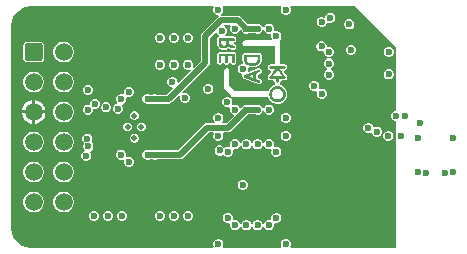
<source format=gbl>
G04*
G04 #@! TF.GenerationSoftware,Altium Limited,Altium Designer,22.4.2 (48)*
G04*
G04 Layer_Physical_Order=4*
G04 Layer_Color=16711680*
%FSLAX44Y44*%
%MOMM*%
G71*
G04*
G04 #@! TF.SameCoordinates,0052537D-BEB4-46D3-A19B-1C4CA2F22292*
G04*
G04*
G04 #@! TF.FilePolarity,Positive*
G04*
G01*
G75*
%ADD10C,0.5000*%
%ADD30C,1.5000*%
G04:AMPARAMS|DCode=31|XSize=1.5mm|YSize=1.5mm|CornerRadius=0.1875mm|HoleSize=0mm|Usage=FLASHONLY|Rotation=270.000|XOffset=0mm|YOffset=0mm|HoleType=Round|Shape=RoundedRectangle|*
%AMROUNDEDRECTD31*
21,1,1.5000,1.1250,0,0,270.0*
21,1,1.1250,1.5000,0,0,270.0*
1,1,0.3750,-0.5625,-0.5625*
1,1,0.3750,-0.5625,0.5625*
1,1,0.3750,0.5625,0.5625*
1,1,0.3750,0.5625,-0.5625*
%
%ADD31ROUNDEDRECTD31*%
%ADD33C,0.6000*%
%ADD34C,0.5000*%
G36*
X-29000Y68000D02*
Y54828D01*
Y43312D01*
Y36815D01*
X-29000Y24222D01*
Y13450D01*
X-29845D01*
X-31407Y12803D01*
X-32603Y11608D01*
X-33250Y10045D01*
Y8355D01*
X-32603Y6793D01*
X-31407Y5597D01*
X-29845Y4950D01*
X-29000D01*
Y-6051D01*
X-29250Y-6655D01*
Y-8345D01*
X-29000Y-8949D01*
X-29000Y-102451D01*
X-118281D01*
X-118803Y-101181D01*
X-118250Y-99845D01*
Y-98155D01*
X-118897Y-96593D01*
X-120093Y-95397D01*
X-121655Y-94750D01*
X-123345D01*
X-124907Y-95397D01*
X-126103Y-96593D01*
X-126750Y-98155D01*
Y-99845D01*
X-126197Y-101181D01*
X-126719Y-102451D01*
X-175281D01*
X-175803Y-101181D01*
X-175250Y-99845D01*
Y-98155D01*
X-175897Y-96593D01*
X-177093Y-95397D01*
X-178655Y-94750D01*
X-180345D01*
X-181907Y-95397D01*
X-183103Y-96593D01*
X-183750Y-98155D01*
Y-99845D01*
X-183197Y-101181D01*
X-183719Y-102451D01*
X-339219D01*
X-342590Y-101781D01*
X-345766Y-100465D01*
X-348625Y-98555D01*
X-351055Y-96125D01*
X-352965Y-93266D01*
X-354281Y-90090D01*
X-354951Y-86719D01*
Y-85000D01*
Y-23750D01*
Y85000D01*
Y86719D01*
X-354281Y90090D01*
X-352965Y93266D01*
X-351055Y96125D01*
X-348625Y98555D01*
X-345766Y100465D01*
X-342590Y101781D01*
X-338974Y102500D01*
X-183670D01*
X-183176Y101230D01*
X-183750Y99845D01*
Y98155D01*
X-183103Y96593D01*
X-181907Y95397D01*
X-180345Y94750D01*
X-179400D01*
X-179015Y93480D01*
X-179556Y93118D01*
X-193204Y79471D01*
X-194032Y78230D01*
X-194324Y76767D01*
Y56084D01*
X-200384Y50023D01*
X-201460Y50743D01*
X-201000Y51855D01*
Y53545D01*
X-201647Y55107D01*
X-202843Y56303D01*
X-204405Y56950D01*
X-206095D01*
X-207657Y56303D01*
X-208853Y55107D01*
X-209500Y53545D01*
Y51855D01*
X-208853Y50293D01*
X-207657Y49097D01*
X-206095Y48450D01*
X-204405D01*
X-203293Y48910D01*
X-202573Y47834D01*
X-212880Y37527D01*
X-214150Y38053D01*
Y38945D01*
X-214797Y40507D01*
X-215993Y41703D01*
X-217555Y42350D01*
X-219245D01*
X-220807Y41703D01*
X-222003Y40507D01*
X-222650Y38945D01*
Y37255D01*
X-222003Y35693D01*
X-220807Y34497D01*
X-219245Y33850D01*
X-218353D01*
X-217827Y32580D01*
X-223084Y27324D01*
X-231602D01*
X-232631Y27750D01*
X-234322D01*
X-235352Y27324D01*
X-237613D01*
X-238643Y27750D01*
X-240334D01*
X-241896Y27103D01*
X-243091Y25907D01*
X-243738Y24345D01*
Y22655D01*
X-243091Y21093D01*
X-241896Y19897D01*
X-240334Y19250D01*
X-238643D01*
X-237613Y19677D01*
X-235352D01*
X-234322Y19250D01*
X-232631D01*
X-231602Y19677D01*
X-221500D01*
X-220037Y19968D01*
X-218796Y20796D01*
X-212807Y26786D01*
X-211730Y26067D01*
X-211982Y25457D01*
Y23766D01*
X-211335Y22204D01*
X-210140Y21009D01*
X-208578Y20362D01*
X-206887D01*
X-205325Y21009D01*
X-204130Y22204D01*
X-203482Y23766D01*
Y25457D01*
X-204130Y27019D01*
X-205325Y28215D01*
X-206887Y28862D01*
X-208578D01*
X-209188Y28609D01*
X-209907Y29686D01*
X-187796Y51796D01*
X-186968Y53037D01*
X-186677Y54500D01*
Y75183D01*
X-181982Y79877D01*
X-180527Y79537D01*
X-180162Y78656D01*
X-179219Y77712D01*
X-179321Y76553D01*
X-179429Y76277D01*
X-179530Y76178D01*
X-179780Y76079D01*
X-180107Y75761D01*
X-180214Y75514D01*
X-180406Y75327D01*
X-180587Y74908D01*
X-180592Y74640D01*
X-180698Y74393D01*
X-180702Y74165D01*
X-180698Y74154D01*
X-180702Y74144D01*
X-180697Y74132D01*
Y74122D01*
X-180696Y74120D01*
X-180697Y74118D01*
X-180697Y74098D01*
X-180695Y74094D01*
X-180697Y74089D01*
X-180697Y74069D01*
X-180694Y74063D01*
X-180696Y74057D01*
X-180696Y74037D01*
X-180692Y74028D01*
X-180695Y74018D01*
X-180695Y73998D01*
X-180693Y73993D01*
X-180695Y73988D01*
X-180694Y73985D01*
X-180693Y73982D01*
X-180694Y73979D01*
X-180694Y73974D01*
X-180692Y73970D01*
X-180694Y73967D01*
X-180693Y73962D01*
X-180692Y73959D01*
X-180693Y73956D01*
X-180693Y73955D01*
X-180693Y73955D01*
X-180693Y73950D01*
X-180691Y73946D01*
X-180692Y73941D01*
X-180692Y73939D01*
X-180692Y73938D01*
X-180692Y73938D01*
X-180692Y73933D01*
X-180689Y73926D01*
X-180691Y73920D01*
X-180690Y73915D01*
X-180690Y73914D01*
X-180690Y73914D01*
X-180690Y73909D01*
X-180687Y73903D01*
X-180689Y73896D01*
X-180689Y73891D01*
X-180687Y73888D01*
X-180688Y73884D01*
X-180688Y73879D01*
X-180686Y73876D01*
Y73875D01*
X-180687Y73872D01*
X-180687Y73867D01*
X-180686Y73866D01*
Y70892D01*
X-180683Y70884D01*
X-180686Y70876D01*
X-180686Y70863D01*
X-180682Y70854D01*
X-180685Y70844D01*
X-180685Y70831D01*
X-180684Y70828D01*
X-180685Y70826D01*
X-180684Y70816D01*
X-180685Y70815D01*
X-180684Y70807D01*
X-180678Y70399D01*
X-180623Y70273D01*
X-180648Y70138D01*
X-180471Y69303D01*
X-180393Y69190D01*
X-180392Y69053D01*
X-180056Y68267D01*
X-179959Y68171D01*
X-179931Y68037D01*
X-179450Y67331D01*
X-179336Y67256D01*
X-179283Y67130D01*
X-178675Y66529D01*
X-178549Y66477D01*
X-178472Y66364D01*
X-177760Y65891D01*
X-177626Y65865D01*
X-177529Y65768D01*
X-176740Y65442D01*
X-176603Y65442D01*
X-176489Y65366D01*
X-175651Y65198D01*
X-175517Y65224D01*
X-175391Y65171D01*
X-174972Y65169D01*
X-174968Y65169D01*
X-174968Y65169D01*
X-174964Y65169D01*
X-174952Y65174D01*
X-174940Y65169D01*
X-174916Y65169D01*
X-174901Y65175D01*
X-174886Y65170D01*
X-174862Y65170D01*
X-174847Y65177D01*
X-174832Y65171D01*
X-174808Y65173D01*
X-174807Y65173D01*
X-174361Y65183D01*
X-174224Y65244D01*
X-174076Y65221D01*
X-173168Y65440D01*
X-173047Y65528D01*
X-172897Y65536D01*
X-172056Y65942D01*
X-171956Y66054D01*
X-171812Y66094D01*
X-171235Y66543D01*
X-167538Y65312D01*
X-167448Y65276D01*
X-167263Y65276D01*
X-167103Y65184D01*
X-166815Y65147D01*
X-166637Y65196D01*
X-166458Y65149D01*
X-166171Y65189D01*
X-166012Y65283D01*
X-165827Y65285D01*
X-165560Y65398D01*
X-165444Y65517D01*
X-165372Y65522D01*
X-165344Y65555D01*
X-165253Y65581D01*
X-165139Y65671D01*
X-165130Y65688D01*
X-165111Y65694D01*
X-165010Y65778D01*
X-164942Y65907D01*
X-164815Y65978D01*
X-164653Y66184D01*
X-164613Y66325D01*
X-164503Y66421D01*
X-164386Y66655D01*
X-164376Y66801D01*
X-164288Y66918D01*
X-164223Y67171D01*
X-164243Y67316D01*
X-164181Y67448D01*
X-164175Y67569D01*
X-164171Y67646D01*
X-164207Y67753D01*
X-164175Y67861D01*
X-164192Y68035D01*
X-164245Y68134D01*
X-164230Y68246D01*
X-164274Y68415D01*
X-164342Y68505D01*
X-164345Y68618D01*
X-164416Y68778D01*
X-164497Y68856D01*
X-164518Y68967D01*
X-164565Y69040D01*
X-164583Y69052D01*
X-164588Y69073D01*
X-164645Y69156D01*
X-164721Y69205D01*
X-164744Y69261D01*
X-164744Y69261D01*
X-164768Y69271D01*
X-164794Y69337D01*
X-164935Y69480D01*
X-165049Y69528D01*
X-165114Y69632D01*
X-165278Y69748D01*
X-165398Y69776D01*
X-165481Y69868D01*
X-165662Y69954D01*
X-165734Y69957D01*
X-165959Y70171D01*
X-166291Y71620D01*
X-166276Y71650D01*
X-165997Y71711D01*
X-165848Y71814D01*
X-165667Y71829D01*
X-165413Y71960D01*
X-165295Y72099D01*
X-165124Y72160D01*
X-164912Y72351D01*
X-164834Y72516D01*
X-164685Y72619D01*
X-164607Y72739D01*
X-164604Y72757D01*
X-164589Y72768D01*
X-164522Y72878D01*
X-164499Y73021D01*
X-164401Y73129D01*
X-164314Y73372D01*
X-164321Y73517D01*
X-164248Y73642D01*
X-164212Y73898D01*
X-164249Y74038D01*
X-164202Y74176D01*
X-164220Y74433D01*
X-164284Y74563D01*
X-164267Y74707D01*
X-164299Y74821D01*
X-164319Y74897D01*
X-164387Y74985D01*
X-164390Y75097D01*
X-164459Y75255D01*
X-164540Y75332D01*
X-164560Y75441D01*
X-164653Y75586D01*
X-164745Y75650D01*
X-164782Y75755D01*
X-164897Y75883D01*
X-164989Y75927D01*
X-165016Y75992D01*
X-165035Y76000D01*
X-165050Y76030D01*
X-165117Y76084D01*
X-165136Y76090D01*
X-165146Y76107D01*
X-165224Y76167D01*
X-165342Y76199D01*
X-165419Y76293D01*
X-165594Y76385D01*
X-165715Y76396D01*
X-165807Y76475D01*
X-165995Y76536D01*
X-166117Y76526D01*
X-166221Y76588D01*
X-166416Y76616D01*
X-166534Y76586D01*
X-166648Y76629D01*
X-166726Y76627D01*
X-173189D01*
X-173715Y77897D01*
X-172956Y78656D01*
X-172309Y80218D01*
Y81909D01*
X-172956Y83471D01*
X-174152Y84666D01*
X-174436Y86159D01*
X-174093Y86591D01*
X-169678D01*
X-169063Y85321D01*
X-169550Y84145D01*
Y82455D01*
X-168903Y80893D01*
X-167707Y79697D01*
X-166145Y79050D01*
X-164455D01*
X-162893Y79697D01*
X-161697Y80893D01*
X-161345Y81742D01*
X-159877Y82070D01*
X-159729Y81922D01*
X-159303Y80893D01*
X-158107Y79697D01*
X-156545Y79050D01*
X-154855D01*
X-153825Y79476D01*
X-148175D01*
X-147145Y79050D01*
X-145455D01*
X-143893Y79697D01*
X-142697Y80893D01*
X-142135Y82249D01*
X-141972Y82278D01*
X-141028D01*
X-140865Y82249D01*
X-140303Y80893D01*
X-139107Y79697D01*
X-137545Y79050D01*
X-135855D01*
X-135458Y79214D01*
X-134486Y78242D01*
X-134650Y77845D01*
Y76155D01*
X-134003Y74593D01*
X-133960Y74549D01*
X-134486Y73279D01*
X-156678D01*
X-157589Y73098D01*
X-158362Y72582D01*
X-158878Y71809D01*
X-159060Y70897D01*
X-158878Y69986D01*
X-158362Y69213D01*
X-157589Y68697D01*
X-156678Y68516D01*
X-131809D01*
Y54357D01*
X-131783Y54224D01*
X-132711Y52954D01*
X-135136D01*
X-135353Y52957D01*
X-135603Y52858D01*
X-135871Y52861D01*
X-136295Y52693D01*
X-136488Y52505D01*
X-136738Y52406D01*
X-137065Y52088D01*
X-137172Y51841D01*
X-137365Y51654D01*
X-137546Y51235D01*
X-137550Y50966D01*
X-137656Y50720D01*
X-137660Y50491D01*
X-137660Y50491D01*
X-137664Y50259D01*
X-137563Y50004D01*
X-137565Y49730D01*
X-137390Y49299D01*
X-137198Y49103D01*
X-137093Y48850D01*
X-136764Y48521D01*
X-136511Y48416D01*
X-136316Y48224D01*
X-135885Y48049D01*
X-135611Y48050D01*
X-135554Y48027D01*
X-134857Y46783D01*
X-137079Y43449D01*
X-137080Y43448D01*
X-137081Y43447D01*
X-137135Y43365D01*
X-137146Y43312D01*
X-137228Y43253D01*
X-137337Y43077D01*
X-137358Y42951D01*
X-137447Y42860D01*
X-137523Y42667D01*
X-137521Y42539D01*
X-137592Y42433D01*
X-137633Y42229D01*
X-137608Y42104D01*
X-137659Y41987D01*
X-137660Y41883D01*
X-137658Y41878D01*
X-137660Y41873D01*
X-137661Y41797D01*
X-137626Y41712D01*
X-137651Y41623D01*
X-137633Y41473D01*
X-137587Y41393D01*
X-137601Y41302D01*
X-137563Y41155D01*
X-137508Y41082D01*
X-137509Y40990D01*
X-137453Y40849D01*
X-137389Y40783D01*
X-137378Y40691D01*
X-137345Y40631D01*
X-137263Y40482D01*
X-137099Y40349D01*
X-137015Y40155D01*
X-136761Y39911D01*
X-136564Y39833D01*
X-136426Y39674D01*
X-136111Y39517D01*
X-135900Y39502D01*
X-135720Y39391D01*
X-135372Y39335D01*
X-135167Y39385D01*
X-134962Y39333D01*
X-134885Y39344D01*
X-132877D01*
X-132351Y38920D01*
X-131889Y38209D01*
X-131833Y37925D01*
X-131730Y37771D01*
X-131718Y37587D01*
X-131589Y37327D01*
X-131449Y37206D01*
X-131432Y37155D01*
X-131421Y36906D01*
X-131652Y36016D01*
X-131810Y35738D01*
X-131974Y35694D01*
X-132048Y35637D01*
X-132141Y35637D01*
X-132974Y35291D01*
X-133040Y35225D01*
X-133132Y35213D01*
X-133913Y34761D01*
X-133970Y34687D01*
X-134060Y34663D01*
X-134775Y34114D01*
X-134822Y34033D01*
X-134908Y33997D01*
X-135546Y33359D01*
X-135582Y33273D01*
X-135662Y33227D01*
X-136212Y32511D01*
X-136236Y32421D01*
X-136310Y32365D01*
X-136762Y31584D01*
X-136774Y31491D01*
X-136840Y31426D01*
X-137121Y30751D01*
X-137816Y30223D01*
X-138340Y30038D01*
X-139251Y30219D01*
X-165736D01*
X-170117Y34600D01*
Y47645D01*
X-170298Y48556D01*
X-170814Y49329D01*
X-171587Y49845D01*
X-172499Y50026D01*
X-173410Y49845D01*
X-174183Y49329D01*
X-174699Y48556D01*
X-174881Y47645D01*
Y33613D01*
X-174699Y32702D01*
X-174183Y31929D01*
X-168407Y26153D01*
X-167634Y25636D01*
X-166723Y25455D01*
X-139251D01*
X-138340Y25636D01*
X-138203Y25593D01*
X-137108Y24932D01*
X-136840Y24288D01*
X-136774Y24222D01*
X-136762Y24129D01*
X-136310Y23349D01*
X-136236Y23292D01*
X-136212Y23202D01*
X-135662Y22486D01*
X-135582Y22440D01*
X-135546Y22354D01*
X-134908Y21716D01*
X-134822Y21680D01*
X-134775Y21599D01*
X-134060Y21050D01*
X-133970Y21026D01*
X-133913Y20952D01*
X-133132Y20500D01*
X-133040Y20488D01*
X-132974Y20422D01*
X-132141Y20076D01*
X-132048Y20076D01*
X-131974Y20019D01*
X-131103Y19784D01*
X-131010Y19796D01*
X-130930Y19749D01*
X-130035Y19630D01*
X-129945Y19654D01*
X-129859Y19618D01*
X-129408Y19617D01*
X-129405Y19618D01*
X-129402Y19617D01*
X-128951Y19618D01*
X-128865Y19654D01*
X-128775Y19630D01*
X-127880Y19749D01*
X-127800Y19796D01*
X-127708Y19784D01*
X-126836Y20019D01*
X-126763Y20076D01*
X-126669Y20076D01*
X-125836Y20422D01*
X-125770Y20488D01*
X-125678Y20500D01*
X-124897Y20952D01*
X-124840Y21026D01*
X-124750Y21050D01*
X-124035Y21599D01*
X-123988Y21680D01*
X-123902Y21716D01*
X-123264Y22354D01*
X-123228Y22440D01*
X-123148Y22486D01*
X-122598Y23202D01*
X-122574Y23292D01*
X-122500Y23349D01*
X-122048Y24129D01*
X-122036Y24222D01*
X-121970Y24288D01*
X-121623Y25121D01*
X-121623Y25214D01*
X-121566Y25288D01*
X-121331Y26159D01*
X-121343Y26251D01*
X-121297Y26332D01*
X-121177Y27226D01*
X-121201Y27316D01*
X-121165Y27402D01*
X-121164Y27780D01*
X-121164Y27780D01*
X-121164Y27780D01*
X-121164Y27853D01*
X-121165Y27855D01*
X-121164Y27857D01*
X-121165Y27858D01*
X-121164Y27860D01*
X-121165Y28311D01*
X-121201Y28397D01*
X-121177Y28487D01*
X-121297Y29381D01*
X-121343Y29462D01*
X-121331Y29554D01*
X-121566Y30426D01*
X-121623Y30499D01*
X-121623Y30593D01*
X-121970Y31426D01*
X-122036Y31492D01*
X-122048Y31584D01*
X-122500Y32365D01*
X-122574Y32422D01*
X-122598Y32511D01*
X-123148Y33227D01*
X-123229Y33274D01*
X-123264Y33360D01*
X-123902Y33998D01*
X-123988Y34033D01*
X-124035Y34114D01*
X-124751Y34663D01*
X-124841Y34688D01*
X-124897Y34762D01*
X-125678Y35213D01*
X-125771Y35225D01*
X-125837Y35291D01*
X-126670Y35638D01*
X-126763Y35638D01*
X-126837Y35694D01*
X-126950Y35725D01*
X-127159Y36055D01*
X-127272Y36330D01*
X-127345Y37134D01*
X-127314Y37253D01*
X-127220Y37334D01*
X-127129Y37512D01*
X-127120Y37635D01*
X-127041Y37730D01*
X-126982Y37922D01*
X-126994Y38045D01*
X-126933Y38152D01*
X-126909Y38351D01*
X-126452Y38938D01*
X-125934Y39344D01*
X-123944D01*
X-123893Y39336D01*
X-123859Y39344D01*
X-123837D01*
X-123837Y39344D01*
X-123807Y39357D01*
X-123707Y39381D01*
X-123522Y39328D01*
X-123206Y39365D01*
X-123039Y39459D01*
X-122847Y39459D01*
X-122553Y39581D01*
X-122417Y39716D01*
X-122233Y39768D01*
X-121983Y39965D01*
X-121889Y40132D01*
X-121799Y40188D01*
X-121770Y40200D01*
X-121770Y40200D01*
X-121767Y40207D01*
X-121726Y40233D01*
X-121640Y40350D01*
X-121522Y40507D01*
X-121475Y40692D01*
X-121443Y40729D01*
X-121446Y40762D01*
X-121309Y40929D01*
X-121192Y41319D01*
X-121216Y41560D01*
X-121136Y41789D01*
X-121160Y42195D01*
X-121266Y42413D01*
X-121270Y42655D01*
X-121432Y43029D01*
X-121606Y43197D01*
X-121693Y43423D01*
X-121753Y43485D01*
X-123944Y46772D01*
X-123902Y46912D01*
X-123573Y47653D01*
X-123235Y47976D01*
X-122956Y48037D01*
X-122807Y48141D01*
X-122626Y48156D01*
X-122372Y48286D01*
X-122254Y48425D01*
X-122083Y48486D01*
X-121871Y48678D01*
X-121804Y48819D01*
X-121745Y48844D01*
X-121726Y48888D01*
X-121643Y48946D01*
X-121566Y49065D01*
X-121563Y49079D01*
X-121552Y49087D01*
X-121507Y49160D01*
X-121490Y49259D01*
X-121418Y49328D01*
X-121349Y49485D01*
X-121346Y49585D01*
X-121285Y49664D01*
X-121238Y49830D01*
X-121250Y49929D01*
X-121199Y50016D01*
X-121176Y50186D01*
X-121202Y50283D01*
X-121164Y50376D01*
X-121165Y50428D01*
X-121156Y50627D01*
X-121253Y50892D01*
X-121247Y51175D01*
X-121415Y51606D01*
X-121611Y51810D01*
X-121719Y52071D01*
X-122046Y52398D01*
X-122307Y52507D01*
X-122510Y52702D01*
X-122941Y52871D01*
X-123224Y52865D01*
X-123489Y52962D01*
X-123693Y52954D01*
X-126144D01*
X-127072Y54224D01*
X-127045Y54357D01*
Y70913D01*
X-127227Y71824D01*
X-127499Y72232D01*
X-127713Y72737D01*
X-127456Y73933D01*
X-126797Y74593D01*
X-126150Y76155D01*
Y77845D01*
X-126797Y79408D01*
X-127993Y80603D01*
X-129555Y81250D01*
X-131245D01*
X-131642Y81086D01*
X-132614Y82058D01*
X-132450Y82455D01*
Y84145D01*
X-133097Y85707D01*
X-134293Y86903D01*
X-135855Y87550D01*
X-137545D01*
X-139107Y86903D01*
X-140303Y85707D01*
X-140865Y84351D01*
X-141028Y84322D01*
X-141972D01*
X-142135Y84351D01*
X-142697Y85707D01*
X-143893Y86903D01*
X-145455Y87550D01*
X-147145D01*
X-148175Y87123D01*
X-153825D01*
X-154322Y87330D01*
X-160111Y93118D01*
X-161352Y93947D01*
X-162815Y94238D01*
X-176592D01*
X-176974Y95122D01*
X-177021Y95468D01*
X-175897Y96593D01*
X-175250Y98155D01*
Y99845D01*
X-175823Y101230D01*
X-175330Y102500D01*
X-126670D01*
X-126177Y101230D01*
X-126750Y99845D01*
Y98155D01*
X-126103Y96593D01*
X-124907Y95397D01*
X-123345Y94750D01*
X-121655D01*
X-120092Y95397D01*
X-118897Y96593D01*
X-118250Y98155D01*
Y99845D01*
X-118823Y101230D01*
X-118330Y102500D01*
X-63500D01*
X-29000Y68000D01*
D02*
G37*
G36*
X-178185Y75274D02*
X-166707D01*
Y75274D01*
X-166707D01*
X-166707D01*
D01*
X-166609Y75277D01*
X-166413Y75249D01*
X-166225Y75188D01*
X-166050Y75096D01*
X-165972Y75036D01*
X-165972D01*
X-165905Y74981D01*
X-165790Y74852D01*
X-165697Y74707D01*
X-165627Y74550D01*
X-165605Y74466D01*
X-165605D01*
X-165570Y74342D01*
X-165553Y74084D01*
X-165588Y73828D01*
X-165675Y73585D01*
X-165743Y73474D01*
X-165820Y73355D01*
X-166032Y73163D01*
X-166286Y73032D01*
X-166565Y72972D01*
X-166707Y72978D01*
X-170581D01*
Y70898D01*
X-170581Y70898D01*
X-170581Y70862D01*
X-170582Y70791D01*
X-170584Y70719D01*
X-170588Y70647D01*
X-170590Y70612D01*
X-170592Y70594D01*
X-170594Y70558D01*
X-170597Y70523D01*
X-170600Y70488D01*
X-170602Y70470D01*
X-170604Y70452D01*
X-170607Y70417D01*
X-170611Y70382D01*
X-170615Y70347D01*
X-170617Y70330D01*
X-170619Y70312D01*
X-170623Y70277D01*
X-170628Y70243D01*
X-170633Y70208D01*
X-170635Y70191D01*
X-166340Y68759D01*
Y68759D01*
Y68759D01*
X-166243Y68732D01*
X-166062Y68646D01*
X-165899Y68530D01*
X-165758Y68387D01*
X-165701Y68304D01*
X-165701Y68304D01*
X-165653Y68231D01*
X-165583Y68071D01*
X-165538Y67902D01*
X-165521Y67728D01*
X-165527Y67641D01*
X-165532Y67510D01*
X-165598Y67257D01*
X-165715Y67022D01*
X-165877Y66817D01*
X-165977Y66733D01*
X-165977Y66733D01*
X-165978Y66733D01*
X-166091Y66643D01*
X-166358Y66529D01*
X-166644Y66489D01*
X-166932Y66526D01*
X-167065Y66581D01*
X-171608Y68093D01*
Y68093D01*
X-171907Y67735D01*
X-172644Y67161D01*
X-173485Y66755D01*
X-174393Y66536D01*
X-174860Y66525D01*
X-174872Y66524D01*
X-174897Y66523D01*
X-174921Y66522D01*
X-174946Y66522D01*
X-174958Y66522D01*
X-175385Y66524D01*
X-176223Y66692D01*
X-177012Y67019D01*
X-177724Y67491D01*
X-178332Y68092D01*
X-178812Y68798D01*
X-179147Y69584D01*
X-179325Y70420D01*
X-179332Y70847D01*
X-179332Y70853D01*
X-179333Y70866D01*
X-179333Y70879D01*
X-179333Y70892D01*
Y70898D01*
Y73941D01*
X-179333D01*
X-179334Y73946D01*
X-179335Y73956D01*
X-179337Y73966D01*
X-179338Y73976D01*
X-179338Y73981D01*
X-179339Y73984D01*
X-179339Y73989D01*
X-179340Y73994D01*
X-179340Y73999D01*
X-179340Y74001D01*
Y74001D01*
X-179340Y74004D01*
X-179341Y74009D01*
X-179341Y74014D01*
X-179341Y74019D01*
X-179342Y74022D01*
X-179342Y74024D01*
X-179342Y74029D01*
X-179342Y74034D01*
X-179342Y74040D01*
X-179343Y74042D01*
X-179343Y74062D01*
X-179344Y74083D01*
X-179344Y74103D01*
X-179344Y74123D01*
X-179344Y74144D01*
X-179349D01*
X-179349Y74144D01*
X-179345Y74372D01*
X-179164Y74791D01*
X-178837Y75108D01*
X-178413Y75277D01*
X-178185Y75274D01*
D02*
G37*
G36*
X-123003Y51442D02*
X-122676Y51115D01*
X-122508Y50684D01*
X-122518Y50452D01*
X-122518D01*
X-122517Y50367D01*
X-122540Y50196D01*
X-122587Y50031D01*
X-122656Y49874D01*
X-122701Y49801D01*
Y49801D01*
X-122779Y49681D01*
X-122990Y49490D01*
X-123244Y49359D01*
X-123523Y49299D01*
X-123665Y49305D01*
X-127259D01*
X-122814Y42637D01*
X-122673Y42490D01*
X-122511Y42116D01*
X-122487Y41709D01*
X-122605Y41319D01*
X-122727Y41156D01*
X-122727Y41156D01*
X-122820Y41028D01*
X-123070Y40831D01*
X-123364Y40709D01*
X-123680Y40672D01*
X-123837Y40697D01*
Y40697D01*
X-128257D01*
Y38617D01*
X-128252Y38517D01*
X-128276Y38318D01*
X-128335Y38126D01*
X-128426Y37948D01*
X-128486Y37868D01*
Y37868D01*
X-128540Y37799D01*
X-128670Y37682D01*
X-128816Y37587D01*
X-128975Y37515D01*
X-129060Y37493D01*
X-129060Y37493D01*
X-129186Y37457D01*
X-129447Y37439D01*
X-129706Y37476D01*
X-129952Y37565D01*
X-130064Y37633D01*
X-130185Y37713D01*
X-130377Y37929D01*
X-130506Y38189D01*
X-130562Y38472D01*
X-130552Y38617D01*
X-130552Y38617D01*
Y40697D01*
X-134984Y40697D01*
X-135159Y40672D01*
X-135506Y40727D01*
X-135822Y40885D01*
X-136075Y41129D01*
X-136160Y41284D01*
X-136196Y41350D01*
X-136252Y41490D01*
X-136290Y41637D01*
X-136308Y41787D01*
X-136307Y41862D01*
Y41862D01*
X-136307Y41862D01*
X-136306Y41966D01*
X-136265Y42169D01*
X-136189Y42362D01*
X-136079Y42538D01*
X-136010Y42614D01*
Y42614D01*
X-131549Y49305D01*
X-135143D01*
Y49305D01*
X-135376Y49302D01*
X-135807Y49477D01*
X-136136Y49806D01*
X-136311Y50238D01*
X-136307Y50471D01*
X-136307Y50471D01*
X-136304Y50699D01*
X-136123Y51118D01*
X-135795Y51436D01*
X-135371Y51604D01*
X-135143Y51601D01*
X-135143D01*
Y51601D01*
X-123665Y51601D01*
X-123434Y51611D01*
X-123003Y51442D01*
D02*
G37*
G36*
X-122727Y41156D02*
X-122727Y41156D01*
D01*
D01*
D01*
D01*
D01*
X-122727Y41156D01*
D02*
G37*
G36*
X-122517Y27857D02*
Y27857D01*
Y27857D01*
Y27857D01*
D02*
G37*
G36*
X-136293Y27857D02*
Y27857D01*
Y27857D01*
Y27857D01*
D02*
G37*
G36*
X-129406Y34743D02*
X-128954Y34742D01*
X-128060Y34623D01*
X-127189Y34388D01*
X-126356Y34042D01*
X-125575Y33590D01*
X-124859Y33041D01*
X-124221Y32403D01*
X-123671Y31687D01*
X-123219Y30906D01*
X-122873Y30073D01*
X-122638Y29202D01*
X-122518Y28308D01*
X-122517Y27887D01*
X-122517Y27857D01*
X-122517Y27783D01*
X-122518Y27406D01*
X-122638Y26511D01*
X-122873Y25640D01*
X-123219Y24807D01*
X-123671Y24026D01*
X-124221Y23310D01*
X-124859Y22673D01*
X-125574Y22123D01*
X-126355Y21672D01*
X-127189Y21325D01*
X-128060Y21091D01*
X-128954Y20971D01*
X-129405Y20970D01*
X-129856Y20971D01*
X-130751Y21091D01*
X-131622Y21325D01*
X-132455Y21672D01*
X-133236Y22123D01*
X-133952Y22673D01*
X-134590Y23310D01*
X-135139Y24026D01*
X-135591Y24807D01*
X-135937Y25640D01*
X-136172Y26511D01*
X-136292Y27406D01*
X-136293Y27857D01*
Y27857D01*
X-136292Y28308D01*
X-136172Y29202D01*
X-135937Y30073D01*
X-135591Y30906D01*
X-135139Y31687D01*
X-134590Y32403D01*
X-133952Y33041D01*
X-133236Y33590D01*
X-132455Y34042D01*
X-131622Y34388D01*
X-130751Y34623D01*
X-129856Y34742D01*
X-129405Y34743D01*
X-129406Y34743D01*
D02*
G37*
%LPC*%
G36*
X-83755Y96750D02*
X-85445D01*
X-87007Y96103D01*
X-88203Y94908D01*
X-88850Y93345D01*
Y93320D01*
X-90120Y92621D01*
X-91155Y93050D01*
X-92845D01*
X-94407Y92403D01*
X-95603Y91207D01*
X-96250Y89645D01*
Y87955D01*
X-95603Y86393D01*
X-94407Y85197D01*
X-92845Y84550D01*
X-91155D01*
X-89593Y85197D01*
X-88397Y86393D01*
X-87750Y87955D01*
Y87980D01*
X-86480Y88679D01*
X-85445Y88250D01*
X-83755D01*
X-82192Y88897D01*
X-80997Y90093D01*
X-80350Y91655D01*
Y93345D01*
X-80997Y94908D01*
X-82192Y96103D01*
X-83755Y96750D01*
D02*
G37*
G36*
X-67805Y91026D02*
X-69495D01*
X-71057Y90379D01*
X-72253Y89183D01*
X-72900Y87621D01*
Y85931D01*
X-72253Y84368D01*
X-71057Y83173D01*
X-69495Y82526D01*
X-67805D01*
X-66243Y83173D01*
X-65047Y84368D01*
X-64400Y85931D01*
Y87621D01*
X-65047Y89183D01*
X-66243Y90379D01*
X-67805Y91026D01*
D02*
G37*
G36*
X-204405Y79550D02*
X-206095D01*
X-207657Y78903D01*
X-208853Y77708D01*
X-209500Y76145D01*
Y74455D01*
X-208853Y72893D01*
X-207657Y71697D01*
X-206095Y71050D01*
X-204405D01*
X-202843Y71697D01*
X-201647Y72893D01*
X-201000Y74455D01*
Y76145D01*
X-201647Y77708D01*
X-202843Y78903D01*
X-204405Y79550D01*
D02*
G37*
G36*
X-216155D02*
X-217845D01*
X-219407Y78903D01*
X-220603Y77708D01*
X-221250Y76145D01*
Y74455D01*
X-220603Y72893D01*
X-219407Y71697D01*
X-217845Y71050D01*
X-216155D01*
X-214592Y71697D01*
X-213397Y72893D01*
X-212750Y74455D01*
Y76145D01*
X-213397Y77708D01*
X-214592Y78903D01*
X-216155Y79550D01*
D02*
G37*
G36*
X-227905D02*
X-229595D01*
X-231157Y78903D01*
X-232353Y77708D01*
X-233000Y76145D01*
Y74455D01*
X-232353Y72893D01*
X-231157Y71697D01*
X-229595Y71050D01*
X-227905D01*
X-226343Y71697D01*
X-225147Y72893D01*
X-224500Y74455D01*
Y76145D01*
X-225147Y77708D01*
X-226343Y78903D01*
X-227905Y79550D01*
D02*
G37*
G36*
X-178395Y63362D02*
X-178645Y63262D01*
X-178913Y63266D01*
X-179337Y63097D01*
X-179530Y62910D01*
X-179780Y62811D01*
X-180107Y62493D01*
X-180214Y62246D01*
X-180406Y62059D01*
X-180587Y61640D01*
X-180592Y61371D01*
X-180698Y61125D01*
X-180702Y60897D01*
X-180698Y60886D01*
X-180702Y60875D01*
X-180702Y60874D01*
Y60855D01*
X-180700Y60853D01*
X-180702Y60850D01*
X-180701Y60830D01*
X-180699Y60825D01*
X-180701Y60820D01*
X-180701Y60799D01*
X-180699Y60794D01*
X-180701Y60789D01*
X-180701Y60769D01*
X-180697Y60760D01*
X-180699Y60753D01*
X-180699Y60753D01*
X-180700Y60750D01*
X-180699Y60730D01*
X-180697Y60725D01*
X-180699Y60720D01*
X-180699Y60717D01*
X-180697Y60714D01*
X-180699Y60710D01*
X-180698Y60705D01*
X-180697Y60702D01*
X-180698Y60699D01*
X-180698Y60693D01*
X-180697Y60691D01*
X-180697Y60688D01*
X-180697Y60687D01*
X-180697Y60687D01*
X-180697Y60682D01*
X-180695Y60677D01*
X-180697Y60672D01*
X-180696Y60664D01*
X-180693Y60659D01*
X-180695Y60653D01*
X-180695Y60652D01*
X-180695Y60651D01*
X-180695Y60646D01*
X-180695Y60646D01*
X-180695Y60646D01*
X-180695Y60641D01*
X-180692Y60634D01*
X-180694Y60628D01*
X-180693Y60625D01*
X-180691Y60621D01*
X-180693Y60616D01*
X-180692Y60610D01*
X-180691Y60607D01*
Y60607D01*
X-180692Y60604D01*
X-180691Y60599D01*
X-180691Y60598D01*
Y55146D01*
X-180695Y55030D01*
X-180632Y54860D01*
X-180664Y54682D01*
X-180602Y54405D01*
X-180497Y54257D01*
X-180482Y54076D01*
X-180351Y53824D01*
X-180212Y53708D01*
X-180151Y53537D01*
X-179960Y53327D01*
X-179796Y53250D01*
X-179693Y53101D01*
X-179573Y53024D01*
X-179560Y53022D01*
X-179552Y53011D01*
X-179480Y52966D01*
X-179381Y52950D01*
X-179311Y52877D01*
X-179155Y52808D01*
X-179055Y52806D01*
X-178976Y52744D01*
X-178812Y52698D01*
X-178712Y52710D01*
X-178626Y52660D01*
X-178456Y52637D01*
X-178360Y52662D01*
X-178267Y52625D01*
X-178213Y52625D01*
X-178015Y52617D01*
X-177751Y52714D01*
X-177470Y52708D01*
X-177040Y52875D01*
X-176837Y53069D01*
X-176577Y53176D01*
X-176250Y53501D01*
X-176142Y53760D01*
X-175989Y53918D01*
X-175677Y53961D01*
X-174635Y53830D01*
X-174496Y53709D01*
X-174435Y53534D01*
X-174243Y53317D01*
X-174077Y53236D01*
X-173973Y53084D01*
X-173852Y53004D01*
X-173833Y53001D01*
X-173821Y52985D01*
X-173710Y52916D01*
X-173566Y52893D01*
X-173458Y52794D01*
X-173211Y52705D01*
X-173066Y52712D01*
X-172940Y52638D01*
X-172680Y52602D01*
X-172539Y52639D01*
X-172401Y52592D01*
X-172140Y52610D01*
X-172009Y52675D01*
X-171864Y52658D01*
X-171745Y52691D01*
X-171674Y52710D01*
X-171583Y52779D01*
X-171470Y52782D01*
X-171311Y52853D01*
X-171233Y52935D01*
X-171122Y52956D01*
X-170976Y53052D01*
X-170912Y53145D01*
X-170806Y53183D01*
X-170677Y53300D01*
X-170629Y53402D01*
X-170530Y53457D01*
X-170476Y53525D01*
X-170470Y53546D01*
X-170451Y53556D01*
X-170391Y53636D01*
X-170360Y53756D01*
X-170266Y53836D01*
X-170235Y53898D01*
X-169723Y53973D01*
X-169120Y53919D01*
X-168888Y53843D01*
X-168878Y53825D01*
X-168739Y53708D01*
X-168678Y53536D01*
X-168487Y53325D01*
X-168345Y53258D01*
X-168321Y53198D01*
X-168276Y53180D01*
X-168219Y53097D01*
X-168099Y53019D01*
X-168081Y53016D01*
X-168070Y53001D01*
X-167960Y52934D01*
X-167817Y52911D01*
X-167710Y52814D01*
X-167466Y52727D01*
X-167321Y52734D01*
X-167196Y52660D01*
X-166940Y52625D01*
X-166800Y52661D01*
X-166663Y52615D01*
X-166405Y52632D01*
X-166275Y52697D01*
X-166131Y52680D01*
X-166014Y52712D01*
X-165942Y52731D01*
X-165853Y52799D01*
X-165741Y52802D01*
X-165583Y52872D01*
X-165507Y52952D01*
X-165397Y52972D01*
X-165252Y53066D01*
X-165189Y53157D01*
X-165084Y53194D01*
X-164955Y53309D01*
X-164907Y53410D01*
X-164809Y53462D01*
X-164755Y53529D01*
X-164749Y53548D01*
X-164731Y53558D01*
X-164671Y53636D01*
X-164639Y53754D01*
X-164546Y53831D01*
X-164454Y54006D01*
X-164442Y54127D01*
X-164363Y54219D01*
X-164302Y54407D01*
X-164312Y54528D01*
X-164250Y54633D01*
X-164222Y54828D01*
X-164252Y54946D01*
X-164209Y55060D01*
X-164211Y55139D01*
Y60858D01*
X-164216Y60871D01*
X-164211Y60884D01*
X-164211Y60897D01*
X-164214Y60903D01*
X-164212Y60908D01*
X-164212Y60915D01*
X-164214Y60920D01*
X-164212Y60925D01*
X-164212Y60938D01*
X-164216Y60946D01*
X-164213Y60954D01*
X-164214Y60967D01*
X-164217Y60974D01*
X-164214Y60982D01*
X-164215Y60996D01*
X-164216Y60998D01*
X-164216Y61000D01*
X-164216Y61014D01*
X-164216Y61015D01*
X-164217Y61018D01*
X-164221Y61025D01*
X-164217Y61034D01*
X-164218Y61048D01*
X-164221Y61054D01*
X-164219Y61061D01*
X-164220Y61074D01*
X-164225Y61083D01*
X-164222Y61092D01*
X-164222Y61099D01*
X-164234Y61122D01*
X-164230Y61137D01*
X-164228Y61144D01*
X-164228Y61150D01*
X-164228Y61150D01*
X-164230Y61152D01*
X-164229Y61155D01*
X-164229Y61155D01*
X-164229Y61156D01*
X-164230Y61161D01*
X-164230Y61162D01*
X-164230Y61166D01*
X-164230Y61166D01*
X-164231Y61172D01*
X-164232Y61174D01*
X-164232Y61175D01*
X-164232Y61177D01*
X-164233Y61179D01*
X-164232Y61181D01*
X-164233Y61181D01*
X-164234Y61184D01*
X-164233Y61190D01*
X-164233Y61191D01*
X-164233Y61192D01*
X-164233Y61192D01*
X-164234Y61195D01*
X-164236Y61200D01*
X-164235Y61206D01*
X-164235Y61209D01*
X-164238Y61213D01*
X-164238Y61213D01*
X-164238Y61217D01*
X-164237Y61222D01*
X-164237Y61224D01*
X-164241Y61230D01*
X-164241Y61231D01*
X-164241Y61231D01*
X-164243Y61235D01*
X-164241Y61246D01*
X-164241Y61247D01*
X-164248Y61258D01*
X-164247Y61262D01*
X-164247Y61263D01*
X-164251Y61269D01*
X-164248Y61286D01*
X-164251Y61302D01*
X-164251Y61303D01*
X-164251Y61304D01*
X-164254Y61321D01*
X-164256Y61324D01*
X-164255Y61327D01*
X-164257Y61339D01*
X-164265Y61351D01*
X-164263Y61365D01*
X-164264Y61371D01*
X-164264Y61371D01*
X-164264Y61371D01*
X-164265Y61373D01*
X-164265Y61375D01*
X-164266Y61381D01*
X-164266Y61382D01*
X-164266Y61383D01*
X-164268Y61391D01*
X-164268Y61392D01*
X-164268Y61393D01*
X-164270Y61403D01*
X-164270Y61403D01*
X-164270Y61403D01*
X-164273Y61408D01*
X-164272Y61413D01*
X-164275Y61424D01*
X-164330Y61506D01*
X-164323Y61591D01*
X-164324Y61595D01*
X-164326Y61599D01*
X-164327Y61600D01*
X-164326Y61601D01*
X-164327Y61601D01*
Y61602D01*
X-164327Y61603D01*
X-164328Y61603D01*
X-164327Y61604D01*
X-164329Y61610D01*
X-164329Y61610D01*
X-164330Y61611D01*
X-164330Y61611D01*
X-164330Y61611D01*
X-164331Y61613D01*
X-164332Y61614D01*
X-164332Y61617D01*
X-164332Y61617D01*
Y61617D01*
X-164332Y61618D01*
X-164332Y61618D01*
X-164332Y61618D01*
X-164333Y61619D01*
X-164333Y61620D01*
X-164333Y61621D01*
X-164335Y61623D01*
X-164335Y61627D01*
X-164336Y61630D01*
X-164338Y61632D01*
X-164338Y61634D01*
X-164338Y61635D01*
X-164345Y61642D01*
X-164344Y61653D01*
X-164345Y61656D01*
X-164348Y61659D01*
Y61659D01*
X-164348Y61660D01*
Y61660D01*
X-164348Y61661D01*
X-164349Y61661D01*
Y61662D01*
X-164349Y61662D01*
X-164349Y61666D01*
X-164350Y61669D01*
X-164354Y61673D01*
X-164353Y61679D01*
X-164354Y61680D01*
X-164358Y61685D01*
Y61685D01*
X-164359Y61688D01*
X-164360Y61689D01*
X-164360Y61691D01*
X-164362Y61696D01*
X-164363Y61697D01*
X-164363Y61697D01*
X-164363Y61699D01*
X-164364Y61700D01*
X-164364Y61702D01*
X-164365Y61703D01*
X-164365Y61703D01*
X-164367Y61708D01*
X-164368Y61710D01*
X-164368Y61711D01*
X-164368Y61712D01*
X-164372Y61716D01*
X-164372Y61721D01*
X-164372Y61722D01*
X-164375Y61726D01*
X-164375Y61732D01*
X-164376Y61734D01*
X-164378Y61736D01*
X-164378Y61738D01*
X-164379Y61741D01*
X-164382Y61745D01*
X-164383Y61748D01*
X-164383Y61748D01*
X-164384Y61749D01*
X-164384Y61750D01*
X-164384Y61751D01*
X-164386Y61753D01*
X-164386Y61754D01*
X-164386Y61755D01*
X-164387Y61756D01*
X-164387Y61759D01*
X-164387Y61760D01*
X-164387Y61762D01*
X-164388Y61765D01*
X-164391Y61767D01*
X-164391Y61768D01*
X-164391Y61770D01*
Y61771D01*
X-164391Y61773D01*
X-164395Y61776D01*
X-164395Y61777D01*
X-164398Y61779D01*
X-164398Y61780D01*
X-164398Y61780D01*
X-164401Y61784D01*
X-164401Y61790D01*
X-164401Y61791D01*
X-164402Y61791D01*
X-164402Y61792D01*
X-164402Y61793D01*
X-164402Y61800D01*
X-164403Y61803D01*
X-164406Y61805D01*
X-164406Y61809D01*
X-164406Y61810D01*
X-164410Y61814D01*
X-164410Y61815D01*
X-164412Y61821D01*
X-164414Y61823D01*
X-164414Y61825D01*
X-164415Y61827D01*
X-164415Y61828D01*
X-164416Y61828D01*
X-164416Y61829D01*
X-164416Y61831D01*
X-164417Y61833D01*
X-164418Y61834D01*
X-164418Y61835D01*
X-164418Y61835D01*
X-164419Y61836D01*
X-164422Y61839D01*
Y61843D01*
X-164423Y61847D01*
X-164423Y61849D01*
X-164424Y61851D01*
X-164426Y61853D01*
Y61854D01*
X-164426Y61855D01*
X-164430Y61858D01*
X-164430Y61860D01*
X-164432Y61865D01*
X-164432Y61865D01*
X-164432Y61866D01*
X-164433Y61866D01*
X-164433Y61873D01*
X-164434Y61875D01*
X-164438Y61879D01*
X-164438Y61880D01*
X-164438Y61881D01*
X-164438Y61886D01*
X-164438Y61887D01*
X-164443Y61891D01*
X-164443Y61894D01*
X-164444Y61896D01*
X-164446Y61899D01*
Y61899D01*
X-164447Y61900D01*
X-164447Y61901D01*
Y61904D01*
X-164447Y61904D01*
X-164448Y61904D01*
X-164448Y61905D01*
X-164450Y61908D01*
X-164450Y61908D01*
X-164450Y61908D01*
X-164450Y61908D01*
X-164452Y61910D01*
X-164452Y61911D01*
X-164452Y61918D01*
X-164453Y61921D01*
X-164456Y61923D01*
Y61923D01*
X-164456Y61924D01*
X-164460Y61928D01*
X-164460Y61936D01*
X-164461Y61939D01*
X-164464Y61942D01*
X-164465Y61943D01*
X-164467Y61946D01*
X-164468Y61954D01*
X-164468Y61956D01*
X-164472Y61960D01*
X-164473Y61961D01*
X-164483Y61969D01*
X-164484Y61971D01*
X-164485Y61974D01*
X-164485Y61975D01*
X-164488Y61978D01*
X-164490Y61994D01*
X-164491Y61997D01*
X-164501Y62005D01*
X-164502Y62018D01*
X-164502Y62018D01*
X-164504Y62020D01*
X-164504Y62022D01*
X-164505Y62023D01*
X-164508Y62025D01*
X-164508Y62029D01*
X-164508Y62029D01*
X-164511Y62032D01*
X-164512Y62035D01*
X-164513Y62036D01*
X-164519Y62042D01*
X-164520Y62050D01*
X-164521Y62051D01*
X-164531Y62058D01*
X-164533Y62070D01*
X-164533Y62072D01*
X-164542Y62078D01*
X-164544Y62088D01*
X-164545Y62090D01*
X-164546Y62091D01*
X-164546Y62093D01*
X-164547Y62093D01*
X-164557Y62100D01*
X-164563Y62134D01*
X-164567Y62140D01*
X-164569Y62142D01*
X-164569Y62145D01*
X-164578Y62157D01*
X-164580Y62159D01*
X-164581Y62162D01*
X-164589Y62175D01*
X-164592Y62177D01*
X-164592Y62180D01*
X-164600Y62193D01*
X-164603Y62195D01*
X-164603Y62198D01*
X-164608Y62204D01*
X-164620Y62212D01*
X-164622Y62227D01*
X-164632Y62241D01*
X-164636Y62243D01*
X-164636Y62247D01*
X-164646Y62261D01*
X-164650Y62263D01*
X-164651Y62268D01*
X-164663Y62285D01*
Y62285D01*
X-164673Y62299D01*
X-164676Y62301D01*
X-164677Y62305D01*
X-164687Y62319D01*
X-164690Y62321D01*
X-164691Y62325D01*
X-164713Y62357D01*
X-164717Y62359D01*
X-164718Y62363D01*
X-164728Y62377D01*
X-164732Y62379D01*
X-164733Y62383D01*
X-164746Y62401D01*
X-164755Y62407D01*
X-164758Y62417D01*
X-164768Y62430D01*
X-164772Y62433D01*
X-164774Y62438D01*
X-164783Y62451D01*
X-164786Y62453D01*
X-164788Y62456D01*
X-164800Y62473D01*
X-164807Y62477D01*
X-164810Y62485D01*
X-164811Y62486D01*
X-164827Y62495D01*
X-164832Y62513D01*
X-164833Y62514D01*
X-164843Y62519D01*
X-164846Y62529D01*
X-164847Y62530D01*
X-164854Y62533D01*
X-164856Y62540D01*
X-164857Y62541D01*
X-164869Y62547D01*
X-164873Y62559D01*
X-164874Y62560D01*
X-164882Y62564D01*
X-164885Y62572D01*
X-164886Y62574D01*
X-164892Y62576D01*
X-164895Y62583D01*
X-164896Y62584D01*
X-164898Y62585D01*
X-164900Y62588D01*
X-164900Y62588D01*
X-164914Y62594D01*
X-164920Y62609D01*
X-164921Y62610D01*
X-164921Y62610D01*
X-164921Y62610D01*
X-164925Y62612D01*
X-164926Y62614D01*
X-164926Y62615D01*
X-164930Y62616D01*
X-164931Y62619D01*
X-164940Y62623D01*
X-164945Y62633D01*
X-164947Y62635D01*
X-164955Y62638D01*
X-164956Y62639D01*
X-164957Y62644D01*
X-164958Y62644D01*
X-164959Y62646D01*
X-164960Y62647D01*
X-164964Y62649D01*
X-164965Y62651D01*
X-164968Y62653D01*
X-164970Y62656D01*
X-164972Y62659D01*
X-164973Y62659D01*
X-164974Y62660D01*
X-164975Y62661D01*
X-164980Y62663D01*
X-164981Y62666D01*
X-164982Y62667D01*
X-164983Y62668D01*
X-164984Y62669D01*
X-164985Y62670D01*
X-164986Y62672D01*
X-164986Y62672D01*
X-164989Y62673D01*
X-164989Y62673D01*
X-164990Y62674D01*
X-164994Y62675D01*
X-164996Y62680D01*
X-164997Y62681D01*
X-164999Y62682D01*
X-165000Y62683D01*
X-165001Y62684D01*
X-165002Y62684D01*
X-165002Y62685D01*
X-165007Y62690D01*
X-165008Y62690D01*
X-165008Y62691D01*
X-165009Y62692D01*
X-165010Y62692D01*
X-165011Y62693D01*
X-165011Y62693D01*
X-165011Y62693D01*
X-165012Y62693D01*
X-165014Y62698D01*
X-165015Y62699D01*
X-165023Y62701D01*
X-165023Y62702D01*
X-165025Y62703D01*
X-165028Y62705D01*
X-165030Y62709D01*
X-165031Y62710D01*
X-165035Y62712D01*
X-165040Y62720D01*
X-165041Y62721D01*
X-165041Y62721D01*
X-165041Y62722D01*
X-165049Y62724D01*
X-165053Y62731D01*
X-165054Y62732D01*
X-165056Y62733D01*
X-165057Y62734D01*
X-165057Y62734D01*
X-165057Y62735D01*
X-165058Y62736D01*
X-165064Y62737D01*
X-165065Y62740D01*
X-165065Y62741D01*
X-165066Y62741D01*
X-165068Y62744D01*
X-165069Y62745D01*
X-165074Y62747D01*
X-165074Y62747D01*
X-165076Y62748D01*
X-165079Y62753D01*
X-165080Y62754D01*
X-165083Y62755D01*
X-165085Y62759D01*
X-165085Y62759D01*
X-165089Y62761D01*
X-165090Y62762D01*
X-165091Y62763D01*
X-165091Y62763D01*
X-165092Y62763D01*
X-165092Y62764D01*
X-165093Y62765D01*
X-165095Y62768D01*
X-165096Y62769D01*
X-165096Y62769D01*
X-165097Y62769D01*
X-165102Y62771D01*
X-165104Y62775D01*
X-165106Y62776D01*
X-165107Y62777D01*
X-165108Y62779D01*
X-165110Y62780D01*
X-165111Y62780D01*
X-165112Y62782D01*
X-165113Y62783D01*
X-165118Y62784D01*
X-165120Y62787D01*
X-165120Y62788D01*
X-165121Y62789D01*
X-165122Y62790D01*
X-165126Y62791D01*
X-165128Y62796D01*
X-165131Y62798D01*
X-165135Y62799D01*
X-165136Y62801D01*
X-165137Y62802D01*
X-165139Y62802D01*
X-165140Y62804D01*
X-165140Y62805D01*
X-165142Y62805D01*
X-165142Y62806D01*
X-165147Y62810D01*
X-165147Y62810D01*
X-165150Y62812D01*
X-165152Y62816D01*
X-165152Y62816D01*
X-165156Y62817D01*
X-165159Y62821D01*
X-165160Y62822D01*
X-165168Y62825D01*
X-165169Y62827D01*
X-165171Y62828D01*
X-165180Y62831D01*
X-165188Y62844D01*
X-165189Y62845D01*
X-165194Y62846D01*
X-165197Y62851D01*
X-165201Y62854D01*
X-165207Y62856D01*
X-165209Y62859D01*
X-165209Y62859D01*
X-165213Y62860D01*
X-165217Y62866D01*
X-165217Y62866D01*
X-165222Y62867D01*
X-165225Y62872D01*
X-165226Y62873D01*
X-165227Y62873D01*
X-165227Y62873D01*
X-165229Y62874D01*
X-165230Y62874D01*
X-165230Y62875D01*
X-165231Y62876D01*
X-165232Y62876D01*
X-165235Y62877D01*
X-165237Y62880D01*
X-165238Y62881D01*
X-165239Y62881D01*
X-165240Y62882D01*
X-165248Y62884D01*
X-165252Y62891D01*
X-165257Y62894D01*
X-165257D01*
X-165264Y62899D01*
X-165266Y62899D01*
X-165267Y62901D01*
X-165267Y62901D01*
X-165285Y62905D01*
X-165290Y62913D01*
X-165291Y62913D01*
X-165302Y62916D01*
X-165309Y62926D01*
X-165311Y62928D01*
X-165313Y62928D01*
X-165317Y62935D01*
X-165325Y62940D01*
X-165325Y62940D01*
X-165327Y62941D01*
X-165330Y62942D01*
X-165332Y62944D01*
X-165333Y62945D01*
X-165333Y62945D01*
X-165335Y62946D01*
X-165335Y62946D01*
X-165336Y62947D01*
X-165337Y62947D01*
X-165338Y62949D01*
X-165340Y62950D01*
X-165344Y62951D01*
X-165345Y62952D01*
X-165346Y62952D01*
X-165346Y62952D01*
X-165348Y62955D01*
X-165349Y62956D01*
X-165350Y62956D01*
X-165352Y62957D01*
X-165352Y62958D01*
X-165354Y62958D01*
X-165354Y62958D01*
X-165357Y62959D01*
X-165359Y62962D01*
X-165360Y62963D01*
X-165363Y62963D01*
X-165364Y62965D01*
X-165366Y62966D01*
X-165366Y62966D01*
X-165367Y62967D01*
X-165368Y62968D01*
X-165369Y62968D01*
X-165369Y62968D01*
X-165374Y62969D01*
X-165377Y62973D01*
X-165379Y62975D01*
X-165380Y62975D01*
X-165380Y62975D01*
X-165380Y62975D01*
X-165381Y62975D01*
X-165382Y62976D01*
X-165383Y62977D01*
X-165383Y62977D01*
X-165384Y62977D01*
X-165384Y62978D01*
X-165384Y62978D01*
X-165385Y62978D01*
X-165388Y62979D01*
X-165388Y62979D01*
X-165389Y62980D01*
X-165390Y62980D01*
X-165391Y62982D01*
X-165392Y62983D01*
X-165397Y62983D01*
X-165399Y62986D01*
X-165403Y62989D01*
X-165404Y62989D01*
X-165404Y62990D01*
X-165405Y62990D01*
X-165407Y62991D01*
X-165408Y62992D01*
X-165408Y62992D01*
X-165415Y62993D01*
X-165419Y62999D01*
X-165420Y63000D01*
X-165421Y63000D01*
X-165421Y63001D01*
X-165422Y63001D01*
X-165424Y63001D01*
X-165424Y63002D01*
X-165425Y63003D01*
X-165426Y63003D01*
X-165427Y63004D01*
X-165432Y63007D01*
X-165433Y63007D01*
X-165433Y63008D01*
X-165434Y63008D01*
X-165434Y63008D01*
X-165434Y63008D01*
X-165439Y63011D01*
X-165464Y63014D01*
X-165476Y63029D01*
X-165480Y63031D01*
X-165487Y63032D01*
X-165498Y63045D01*
X-165498Y63045D01*
X-165500Y63046D01*
X-165502Y63047D01*
X-165506Y63050D01*
X-165507D01*
X-165510Y63052D01*
X-165511Y63052D01*
X-165513Y63053D01*
X-165513Y63054D01*
X-165513D01*
X-165514Y63054D01*
X-165515Y63054D01*
X-165516Y63055D01*
X-165517Y63056D01*
X-165517Y63056D01*
X-165518Y63056D01*
X-165518Y63056D01*
X-165518Y63056D01*
X-165523Y63059D01*
X-165524Y63059D01*
X-165524Y63059D01*
X-165525Y63060D01*
X-165528Y63060D01*
X-165530Y63062D01*
X-165531Y63063D01*
X-165531D01*
X-165531Y63063D01*
X-165532Y63064D01*
X-165539Y63064D01*
X-165540Y63066D01*
X-165543Y63070D01*
X-165544Y63071D01*
X-165545Y63071D01*
X-165546Y63071D01*
X-165548Y63072D01*
X-165550Y63073D01*
X-165552Y63074D01*
X-165553Y63075D01*
X-165559Y63076D01*
X-165561Y63078D01*
X-165563Y63079D01*
X-165564Y63079D01*
X-165565Y63080D01*
X-165567Y63081D01*
X-165569Y63081D01*
X-165570Y63082D01*
X-165571Y63083D01*
X-165575Y63083D01*
X-165578Y63086D01*
X-165579Y63087D01*
X-165580Y63087D01*
X-165580Y63087D01*
X-165582Y63088D01*
X-165582D01*
X-165585Y63091D01*
X-165589Y63094D01*
X-165605Y63095D01*
X-165615Y63106D01*
X-165620Y63108D01*
X-165627Y63108D01*
X-165631Y63112D01*
X-165636Y63115D01*
X-165639Y63115D01*
X-165641Y63117D01*
X-165643Y63118D01*
X-165643Y63118D01*
X-165644Y63119D01*
X-165644D01*
X-165644Y63119D01*
X-165649Y63121D01*
X-165652Y63121D01*
X-165653Y63123D01*
X-165653Y63123D01*
X-165654Y63123D01*
X-165655Y63124D01*
X-165656Y63124D01*
X-165657Y63125D01*
X-165658Y63125D01*
X-165659Y63125D01*
X-165659Y63125D01*
X-165663Y63127D01*
X-165664D01*
X-165665Y63128D01*
X-165666Y63129D01*
X-165669Y63129D01*
X-165670Y63131D01*
X-165672Y63132D01*
X-165675Y63132D01*
X-165675Y63132D01*
X-165677Y63132D01*
X-165678Y63134D01*
X-165680Y63134D01*
X-165682Y63134D01*
X-165684Y63136D01*
X-165686Y63137D01*
X-165686D01*
X-165689Y63138D01*
X-165696Y63138D01*
X-165700Y63143D01*
X-165701Y63143D01*
X-165702Y63143D01*
X-165703Y63144D01*
X-165705Y63144D01*
X-165709Y63148D01*
X-165713Y63150D01*
X-165716Y63150D01*
X-165721Y63152D01*
X-165726Y63152D01*
X-165730Y63156D01*
X-165734Y63158D01*
X-165735Y63159D01*
X-165739Y63161D01*
X-165739D01*
X-165741Y63161D01*
X-165744Y63161D01*
X-165745Y63162D01*
X-165748Y63163D01*
X-165750D01*
X-165753Y63166D01*
X-165754Y63167D01*
X-165764Y63167D01*
X-165770Y63172D01*
X-165774Y63174D01*
X-165774D01*
X-165776Y63175D01*
X-165777Y63175D01*
X-165777Y63175D01*
X-165779Y63176D01*
X-165781Y63176D01*
X-165785Y63179D01*
X-165785Y63180D01*
X-165785Y63180D01*
X-165788Y63181D01*
X-165788D01*
X-165789Y63181D01*
X-165793Y63183D01*
X-165809Y63183D01*
X-165816Y63189D01*
X-165817Y63189D01*
X-165817D01*
X-165822Y63194D01*
X-165826Y63196D01*
X-165832Y63195D01*
X-165835Y63198D01*
X-165840Y63200D01*
X-165840D01*
X-165845Y63202D01*
X-165850Y63201D01*
X-165854Y63205D01*
X-165857Y63207D01*
X-165857Y63207D01*
X-165861Y63208D01*
X-165871Y63208D01*
X-165877Y63213D01*
X-165879Y63214D01*
X-165879Y63214D01*
X-165880Y63214D01*
X-165882Y63215D01*
X-165882Y63215D01*
X-165884Y63217D01*
X-165889Y63218D01*
X-165894Y63218D01*
X-165895Y63219D01*
X-165896Y63220D01*
X-165897Y63219D01*
X-165898Y63220D01*
X-165900Y63221D01*
X-165902Y63221D01*
X-165903Y63222D01*
X-165905Y63222D01*
X-165910Y63222D01*
X-165916Y63228D01*
X-165921Y63229D01*
X-165933Y63228D01*
X-165939Y63232D01*
X-165939Y63232D01*
X-165944Y63236D01*
X-165948Y63238D01*
X-165953Y63237D01*
X-165956Y63240D01*
X-165962Y63242D01*
X-165965Y63241D01*
X-165969Y63244D01*
X-165973Y63246D01*
X-165974Y63246D01*
X-165977Y63247D01*
X-165979Y63246D01*
X-165980Y63247D01*
X-165984Y63249D01*
X-165986Y63249D01*
X-165987Y63250D01*
X-165992Y63252D01*
X-165994Y63251D01*
X-165995Y63252D01*
X-165995Y63252D01*
X-165996Y63253D01*
X-165998Y63253D01*
X-166001Y63253D01*
X-166001Y63253D01*
X-166005Y63253D01*
X-166008Y63255D01*
X-166010Y63256D01*
X-166019Y63254D01*
X-166029Y63263D01*
X-166033Y63264D01*
X-166041Y63263D01*
X-166047Y63268D01*
X-166052Y63269D01*
X-166056Y63268D01*
X-166057Y63270D01*
X-166062Y63271D01*
X-166066Y63271D01*
X-166070Y63273D01*
X-166075Y63275D01*
X-166079Y63274D01*
X-166082Y63277D01*
X-166082Y63277D01*
X-166082Y63277D01*
X-166087Y63278D01*
X-166090Y63278D01*
X-166091Y63279D01*
X-166096Y63280D01*
X-166096Y63280D01*
X-166098Y63281D01*
X-166103Y63282D01*
X-166111Y63281D01*
X-166116Y63285D01*
X-166116Y63285D01*
X-166119Y63285D01*
X-166121Y63286D01*
X-166122Y63286D01*
X-166127Y63285D01*
X-166134Y63290D01*
X-166137Y63291D01*
X-166137Y63291D01*
X-166140Y63292D01*
X-166151Y63290D01*
X-166160Y63296D01*
X-166165Y63298D01*
X-166174Y63296D01*
X-166181Y63301D01*
X-166185Y63302D01*
X-166193Y63300D01*
X-166199Y63305D01*
X-166204Y63306D01*
X-166208Y63305D01*
X-166212Y63307D01*
X-166215Y63308D01*
X-166216Y63308D01*
X-166220Y63309D01*
X-166221Y63309D01*
X-166221Y63309D01*
X-166222Y63309D01*
X-166223Y63309D01*
X-166229Y63310D01*
X-166229Y63310D01*
X-166230Y63311D01*
X-166235Y63312D01*
X-166248Y63309D01*
X-166260Y63317D01*
X-166265Y63318D01*
X-166271Y63316D01*
X-166277Y63320D01*
X-166283Y63321D01*
X-166291Y63319D01*
X-166297Y63323D01*
X-166302Y63324D01*
X-166303Y63324D01*
X-166303Y63324D01*
X-166303Y63324D01*
X-166308Y63325D01*
X-166308Y63325D01*
X-166312Y63326D01*
X-166312Y63326D01*
X-166318Y63327D01*
X-166319Y63326D01*
X-166321Y63327D01*
X-166327Y63328D01*
X-166333Y63327D01*
X-166337Y63329D01*
X-166339Y63330D01*
X-166344Y63328D01*
X-166350Y63332D01*
X-166355Y63333D01*
X-166365Y63331D01*
X-166373Y63335D01*
X-166379Y63336D01*
X-166388Y63334D01*
X-166397Y63339D01*
X-166402Y63340D01*
X-166415Y63336D01*
X-166427Y63342D01*
X-166430Y63343D01*
X-166443Y63339D01*
X-166455Y63345D01*
X-166461Y63346D01*
X-166461Y63346D01*
X-166462Y63346D01*
X-166462Y63346D01*
X-166467Y63346D01*
X-166471Y63347D01*
X-166472Y63347D01*
X-166472Y63347D01*
X-166477Y63347D01*
X-166485Y63345D01*
X-166493Y63349D01*
X-166496Y63349D01*
X-166499Y63348D01*
X-166501Y63349D01*
X-166508Y63350D01*
X-166516Y63347D01*
X-166523Y63351D01*
X-166530Y63351D01*
X-166532Y63351D01*
X-166534Y63352D01*
X-166539Y63352D01*
X-166540Y63352D01*
X-166546Y63352D01*
X-166553Y63350D01*
X-166559Y63353D01*
X-166575Y63354D01*
X-166582Y63352D01*
X-166585Y63353D01*
X-166587Y63354D01*
X-166589Y63353D01*
X-166594Y63355D01*
X-166611Y63356D01*
X-166620Y63352D01*
X-166630Y63357D01*
X-166646Y63357D01*
X-166656Y63353D01*
X-166667Y63358D01*
X-166675Y63358D01*
X-166686Y63354D01*
X-166696Y63358D01*
X-166700Y63356D01*
X-166707Y63359D01*
X-178176Y63359D01*
X-178395Y63362D01*
D02*
G37*
G36*
X-156729Y62661D02*
X-157054Y62631D01*
X-157228Y62540D01*
X-157424Y62544D01*
X-157728Y62424D01*
X-157870Y62288D01*
X-158060Y62237D01*
X-158318Y62038D01*
X-158416Y61867D01*
X-158584Y61765D01*
X-158669Y61649D01*
X-158714Y61591D01*
X-158745Y61480D01*
X-158834Y61408D01*
X-158922Y61246D01*
X-158934Y61132D01*
X-159011Y61047D01*
X-159072Y60873D01*
X-159065Y60758D01*
X-159127Y60662D01*
X-159159Y60480D01*
X-159134Y60368D01*
X-159180Y60262D01*
X-159181Y60170D01*
X-159178Y60162D01*
X-159182Y60152D01*
Y60149D01*
X-159181Y60146D01*
X-159182Y60143D01*
X-159182Y60138D01*
X-159179Y60131D01*
X-159182Y60124D01*
X-159182Y60119D01*
X-159180Y60115D01*
X-159181Y60111D01*
X-159180Y60109D01*
X-159181Y60106D01*
X-159181Y60101D01*
X-159180Y60097D01*
X-159181Y60094D01*
X-159181Y60092D01*
X-159178Y60084D01*
X-159181Y60076D01*
X-159180Y60071D01*
X-159179Y60067D01*
X-159180Y60064D01*
X-159180Y60058D01*
X-159178Y60055D01*
X-159180Y60052D01*
X-159179Y60047D01*
X-159176Y60040D01*
X-159179Y60033D01*
X-159178Y60028D01*
X-159177Y60025D01*
X-159178Y60022D01*
X-159178Y60016D01*
X-159176Y60013D01*
X-159177Y60010D01*
X-159177Y60005D01*
X-159175Y60002D01*
X-159176Y59998D01*
X-159176Y59993D01*
X-159174Y59990D01*
X-159175Y59986D01*
X-159175Y59984D01*
X-159173Y59979D01*
X-159174Y59975D01*
X-159174Y59968D01*
X-159171Y59963D01*
X-159173Y59956D01*
X-159172Y59951D01*
X-159172Y59951D01*
X-159172Y59951D01*
X-159172Y59945D01*
X-159167Y59936D01*
X-159170Y59926D01*
X-159170Y59924D01*
X-159169Y59923D01*
X-159169Y59922D01*
X-159167Y59901D01*
X-159162Y59891D01*
X-159165Y59880D01*
X-159162Y59859D01*
X-159160Y59856D01*
Y57269D01*
X-159160Y57256D01*
X-159159Y57253D01*
X-159160Y57249D01*
X-159160Y57239D01*
X-159155Y57226D01*
X-159160Y57213D01*
X-159160Y57193D01*
X-159155Y57182D01*
X-159159Y57171D01*
X-159159Y57151D01*
X-159156Y57144D01*
X-159157Y57139D01*
X-159157Y57128D01*
X-159158Y57126D01*
X-159157Y57113D01*
X-159146Y56609D01*
X-159092Y56484D01*
X-159116Y56350D01*
X-158890Y55313D01*
X-158812Y55201D01*
X-158810Y55065D01*
X-158575Y54520D01*
X-159126Y53414D01*
X-159257Y53294D01*
X-159334Y53250D01*
X-159729D01*
X-161291Y52603D01*
X-162486Y51407D01*
X-163134Y49845D01*
Y48155D01*
X-162486Y46593D01*
X-161291Y45397D01*
X-159887Y44815D01*
X-159644Y44609D01*
X-159077Y43660D01*
X-159072Y43436D01*
X-159168Y43233D01*
X-159177Y43046D01*
X-159176Y43046D01*
X-159176Y43045D01*
X-159176Y43045D01*
X-159176Y43045D01*
X-159177Y43038D01*
X-159175Y43034D01*
X-159177Y43030D01*
X-159177Y43026D01*
X-159177Y43026D01*
X-159177Y43025D01*
X-159177Y43023D01*
X-159177Y43021D01*
X-159178Y43020D01*
X-159178Y43020D01*
X-159178Y43020D01*
X-159178Y43013D01*
X-159176Y43007D01*
X-159178Y43003D01*
X-159178Y43001D01*
X-159178Y43000D01*
X-159178Y43000D01*
Y42999D01*
X-159178Y42998D01*
X-159179Y42991D01*
X-159178Y42989D01*
X-159179Y42986D01*
X-159179Y42979D01*
X-159176Y42972D01*
X-159179Y42965D01*
X-159180Y42959D01*
X-159178Y42955D01*
X-159180Y42951D01*
X-159180Y42942D01*
X-159178Y42936D01*
X-159180Y42930D01*
X-159180Y42922D01*
X-159177Y42914D01*
X-159180Y42906D01*
X-159180Y42897D01*
X-159180Y42897D01*
X-159180Y42897D01*
X-159179Y42895D01*
X-159180Y42893D01*
X-159180Y42889D01*
X-159178Y42884D01*
X-159179Y42881D01*
Y42880D01*
X-159179Y42880D01*
X-159179Y42876D01*
X-159179Y42876D01*
X-159179Y42876D01*
Y42874D01*
X-159179Y42874D01*
X-159179Y42873D01*
Y42871D01*
X-159179Y42871D01*
X-159179Y42870D01*
Y42868D01*
X-159178Y42866D01*
X-159179Y42864D01*
Y42863D01*
X-159176Y42853D01*
X-159179Y42844D01*
X-159179Y42842D01*
X-159177Y42837D01*
X-159178Y42836D01*
X-159177Y42833D01*
X-159179Y42828D01*
X-159179Y42827D01*
X-159178Y42825D01*
X-159179Y42823D01*
X-159179Y42821D01*
X-159179Y42821D01*
X-159179Y42820D01*
X-159177Y42817D01*
X-159178Y42814D01*
X-159178Y42813D01*
X-159176Y42807D01*
X-159178Y42801D01*
X-159178Y42800D01*
X-159178Y42799D01*
X-159178Y42799D01*
X-159178Y42797D01*
X-159175Y42791D01*
X-159176Y42787D01*
X-159176Y42782D01*
X-159177Y42778D01*
X-159177Y42776D01*
X-159177Y42775D01*
X-159177Y42775D01*
X-159177Y42773D01*
X-159176Y42770D01*
X-159176Y42768D01*
X-159176Y42767D01*
X-159173Y42762D01*
X-159176Y42755D01*
X-159176Y42754D01*
X-159171Y42744D01*
X-159174Y42733D01*
X-159174Y42731D01*
X-159173Y42730D01*
X-159174Y42730D01*
X-159173Y42728D01*
X-159169Y42720D01*
X-159172Y42711D01*
X-159172Y42709D01*
X-159171Y42709D01*
X-159172Y42708D01*
X-159171Y42706D01*
X-159169Y42701D01*
X-159169Y42700D01*
X-159169Y42699D01*
X-159169Y42699D01*
X-159169Y42698D01*
X-159169Y42697D01*
X-159169Y42697D01*
X-159170Y42692D01*
X-159170Y42687D01*
X-159170Y42687D01*
X-159170Y42686D01*
X-159170Y42686D01*
X-159169Y42684D01*
X-159167Y42680D01*
X-159167Y42679D01*
X-159167Y42677D01*
X-159167Y42676D01*
X-159167Y42675D01*
X-159167Y42674D01*
X-159166Y42672D01*
X-159167Y42670D01*
X-159166Y42669D01*
X-159165Y42666D01*
X-159167Y42661D01*
X-159166Y42654D01*
X-159163Y42649D01*
X-159164Y42644D01*
X-159163Y42637D01*
X-159162Y42635D01*
X-159163Y42632D01*
X-159162Y42625D01*
X-159162Y42625D01*
X-159162Y42625D01*
X-159162Y42622D01*
X-159162Y42621D01*
X-159141Y42445D01*
X-159037Y42259D01*
X-159030Y42046D01*
X-158884Y41723D01*
X-158728Y41577D01*
X-158657Y41376D01*
X-158420Y41112D01*
X-158228Y41020D01*
X-158100Y40850D01*
X-157793Y40670D01*
X-157583Y40640D01*
X-157409Y40517D01*
X-157324Y40497D01*
X-146106Y36290D01*
X-146014Y36249D01*
X-145829Y36243D01*
X-145672Y36147D01*
X-145387Y36101D01*
X-145208Y36144D01*
X-145032Y36091D01*
X-144745Y36122D01*
X-144583Y36210D01*
X-144399Y36205D01*
X-144130Y36309D01*
X-143996Y36437D01*
X-143817Y36480D01*
X-143701Y36566D01*
X-143691Y36582D01*
X-143672Y36587D01*
X-143569Y36667D01*
X-143552Y36697D01*
X-143544Y36700D01*
X-143528Y36739D01*
X-143497Y36794D01*
X-143367Y36860D01*
X-143198Y37059D01*
X-143153Y37198D01*
X-143040Y37290D01*
X-142915Y37519D01*
X-142900Y37664D01*
X-142808Y37777D01*
X-142733Y38027D01*
X-142748Y38172D01*
X-142681Y38302D01*
X-142671Y38421D01*
X-142663Y38499D01*
X-142696Y38607D01*
X-142659Y38713D01*
X-142670Y38887D01*
X-142719Y38988D01*
X-142699Y39099D01*
X-142737Y39269D01*
X-142802Y39361D01*
X-142800Y39474D01*
X-142864Y39636D01*
X-142942Y39716D01*
X-142958Y39828D01*
X-143003Y39903D01*
X-143020Y39915D01*
X-143023Y39936D01*
X-143077Y40020D01*
X-143177Y40091D01*
X-143219Y40207D01*
X-143353Y40355D01*
X-143464Y40407D01*
X-143525Y40514D01*
X-143683Y40636D01*
X-143801Y40669D01*
X-143880Y40763D01*
X-144057Y40857D01*
X-144147Y40865D01*
X-144179Y40901D01*
X-144179Y40902D01*
X-144222Y40905D01*
X-144273Y40948D01*
X-144338Y40969D01*
X-146273Y41695D01*
Y44147D01*
X-144347Y44869D01*
X-144248Y44900D01*
X-144106Y45017D01*
X-143925Y45048D01*
X-143682Y45201D01*
X-143576Y45351D01*
X-143409Y45428D01*
X-143214Y45640D01*
X-143150Y45812D01*
X-143009Y45930D01*
X-142876Y46185D01*
X-142859Y46368D01*
X-142754Y46518D01*
X-142722Y46658D01*
X-142725Y46677D01*
X-142715Y46693D01*
X-142690Y46821D01*
X-142719Y46964D01*
X-142665Y47099D01*
X-142668Y47359D01*
X-142726Y47493D01*
X-142701Y47636D01*
X-142758Y47891D01*
X-142841Y48010D01*
X-142846Y48155D01*
X-142954Y48392D01*
X-143061Y48492D01*
X-143095Y48633D01*
X-143167Y48730D01*
X-143211Y48793D01*
X-143283Y48838D01*
X-143306Y48894D01*
X-143327Y48903D01*
X-143349Y48957D01*
X-143470Y49081D01*
X-143574Y49124D01*
X-143632Y49221D01*
X-143771Y49324D01*
X-143880Y49351D01*
X-143953Y49437D01*
X-144107Y49517D01*
X-144219Y49526D01*
X-144304Y49599D01*
X-144387Y49627D01*
X-144407Y49625D01*
X-144423Y49638D01*
X-144518Y49667D01*
X-144640Y49655D01*
X-144747Y49715D01*
X-144945Y49738D01*
X-145063Y49705D01*
X-145179Y49746D01*
X-145378Y49735D01*
X-145488Y49682D01*
X-145609Y49702D01*
X-145803Y49657D01*
X-145903Y49586D01*
X-146025Y49585D01*
X-146091Y49557D01*
X-153889Y46633D01*
X-154852Y47628D01*
X-154633Y48155D01*
Y49580D01*
X-153935Y50316D01*
X-153559Y50569D01*
X-153150Y50488D01*
X-153017Y50514D01*
X-152891Y50462D01*
X-152360Y50460D01*
X-152358Y50461D01*
X-152356Y50460D01*
X-149498D01*
X-149497Y50460D01*
X-149497Y50460D01*
X-149487D01*
X-149478Y50464D01*
X-149469Y50460D01*
X-149444Y50460D01*
X-149430Y50466D01*
X-149415Y50460D01*
X-149390Y50461D01*
X-149376Y50467D01*
X-149362Y50462D01*
X-149338Y50463D01*
X-149337Y50463D01*
X-148830Y50474D01*
X-148705Y50529D01*
X-148571Y50504D01*
X-147535Y50730D01*
X-147422Y50808D01*
X-147286Y50810D01*
X-146312Y51230D01*
X-146217Y51328D01*
X-146083Y51356D01*
X-145208Y51956D01*
X-145134Y52070D01*
X-145008Y52123D01*
X-144264Y52880D01*
X-144213Y53006D01*
X-144100Y53083D01*
X-143516Y53968D01*
X-143490Y54102D01*
X-143394Y54199D01*
X-142991Y55180D01*
X-142991Y55317D01*
X-142915Y55430D01*
X-142708Y56470D01*
X-142734Y56604D01*
X-142682Y56730D01*
X-142680Y57261D01*
X-142681Y57263D01*
X-142680Y57265D01*
Y60135D01*
X-142684Y60144D01*
X-142680Y60153D01*
X-142680Y60166D01*
X-142682Y60170D01*
X-142680Y60174D01*
X-142680Y60181D01*
X-142684Y60189D01*
X-142681Y60197D01*
X-142681Y60210D01*
X-142685Y60217D01*
X-142682Y60226D01*
X-142682Y60238D01*
X-142685Y60245D01*
X-142683Y60252D01*
X-142684Y60265D01*
X-142686Y60269D01*
X-142684Y60274D01*
X-142685Y60288D01*
X-142685Y60289D01*
X-142685Y60290D01*
X-142689Y60298D01*
X-142686Y60307D01*
X-142687Y60321D01*
X-142690Y60327D01*
X-142688Y60334D01*
X-142689Y60348D01*
X-142693Y60356D01*
X-142690Y60365D01*
X-142691Y60372D01*
X-142701Y60392D01*
X-142695Y60410D01*
X-142697Y60422D01*
X-142698Y60425D01*
X-142697Y60428D01*
X-142698Y60434D01*
X-142698Y60435D01*
X-142698Y60438D01*
X-142699Y60440D01*
X-142699Y60442D01*
X-142699Y60443D01*
X-142700Y60445D01*
X-142699Y60446D01*
X-142700Y60452D01*
X-142703Y60458D01*
X-142701Y60464D01*
X-142701Y60467D01*
X-142704Y60472D01*
X-142703Y60478D01*
X-142703Y60481D01*
X-142705Y60485D01*
X-142706Y60486D01*
X-142706Y60487D01*
X-142705Y60493D01*
X-142705Y60496D01*
X-142711Y60506D01*
X-142708Y60517D01*
X-142709Y60519D01*
X-142714Y60528D01*
X-142714Y60529D01*
X-142714Y60530D01*
X-142725Y60546D01*
X-142727Y60550D01*
X-142720Y60586D01*
X-142722Y60591D01*
X-142724Y60594D01*
X-142723Y60598D01*
X-142724Y60603D01*
X-142724Y60603D01*
X-142725Y60608D01*
X-142725Y60608D01*
X-142725Y60609D01*
X-142729Y60625D01*
X-142729Y60625D01*
X-142729Y60627D01*
X-142730Y60633D01*
X-142730Y60633D01*
X-142731Y60634D01*
X-142730Y60634D01*
X-142731Y60637D01*
X-142732Y60644D01*
X-142732Y60644D01*
X-142732Y60645D01*
X-142733Y60651D01*
X-142734Y60651D01*
X-142734Y60652D01*
X-142737Y60670D01*
X-142744Y60681D01*
X-142741Y60694D01*
X-142744Y60705D01*
X-142746Y60708D01*
X-142745Y60712D01*
X-142747Y60721D01*
X-142747Y60722D01*
X-142748Y60726D01*
X-142749Y60727D01*
X-142749Y60729D01*
X-142750Y60733D01*
X-142750Y60733D01*
X-142753Y60751D01*
X-142809Y60834D01*
X-142802Y60921D01*
X-142803Y60921D01*
X-142806Y60925D01*
X-142805Y60929D01*
X-142806Y60930D01*
X-142809Y60941D01*
X-142810Y60942D01*
X-142810Y60943D01*
X-142812Y60948D01*
X-142815Y60952D01*
X-142814Y60956D01*
X-142815Y60957D01*
X-142815Y60957D01*
X-142815Y60958D01*
X-142816Y60960D01*
X-142818Y60962D01*
X-142818Y60965D01*
X-142818Y60966D01*
X-142819Y60967D01*
X-142819Y60971D01*
X-142820Y60973D01*
X-142823Y60977D01*
X-142823Y60979D01*
X-142824Y60982D01*
X-142824Y60984D01*
X-142825Y60986D01*
X-142827Y60989D01*
X-142827Y60990D01*
X-142828Y60991D01*
X-142833Y60997D01*
X-142832Y61007D01*
X-142833Y61010D01*
X-142837Y61014D01*
Y61014D01*
X-142838Y61017D01*
X-142838Y61017D01*
X-142839Y61019D01*
X-142839Y61019D01*
X-142839Y61024D01*
X-142839Y61025D01*
X-142844Y61031D01*
Y61031D01*
X-142844Y61034D01*
X-142846Y61038D01*
X-142850Y61043D01*
X-142849Y61047D01*
X-142850Y61048D01*
X-142851Y61049D01*
X-142851Y61052D01*
X-142852Y61054D01*
X-142853Y61054D01*
X-142853Y61057D01*
X-142854Y61060D01*
X-142859Y61066D01*
Y61070D01*
X-142860Y61072D01*
X-142860Y61072D01*
X-142860Y61077D01*
X-142861Y61079D01*
X-142865Y61084D01*
X-142866Y61085D01*
X-142866Y61086D01*
X-142867Y61089D01*
X-142867Y61094D01*
X-142867Y61095D01*
X-142874Y61102D01*
X-142874Y61104D01*
X-142874Y61106D01*
X-142876Y61107D01*
X-142875Y61111D01*
X-142876Y61114D01*
X-142878Y61115D01*
Y61116D01*
X-142878Y61117D01*
X-142880Y61118D01*
Y61121D01*
X-142880Y61122D01*
X-142884Y61126D01*
X-142884Y61131D01*
X-142885Y61132D01*
X-142887Y61134D01*
X-142887Y61140D01*
X-142888Y61143D01*
X-142890Y61145D01*
X-142890Y61149D01*
X-142891Y61151D01*
X-142894Y61154D01*
X-142894Y61155D01*
X-142896Y61156D01*
X-142896Y61158D01*
X-142896Y61160D01*
X-142898Y61161D01*
X-142898Y61163D01*
X-142898Y61163D01*
X-142900Y61164D01*
X-142900Y61171D01*
X-142900Y61172D01*
X-142904Y61177D01*
X-142905Y61177D01*
X-142907Y61179D01*
X-142909Y61181D01*
X-142909Y61186D01*
X-142909Y61188D01*
X-142917Y61194D01*
X-142917Y61203D01*
X-142918Y61204D01*
X-142921Y61207D01*
X-142921Y61211D01*
X-142922Y61213D01*
X-142925Y61216D01*
X-142926Y61220D01*
X-142926Y61221D01*
X-142934Y61227D01*
X-142935Y61237D01*
X-142936Y61238D01*
X-142943Y61245D01*
X-142945Y61255D01*
X-142945Y61255D01*
X-142947Y61257D01*
X-142948Y61260D01*
X-142949Y61262D01*
X-142952Y61265D01*
X-142953Y61269D01*
X-142953Y61270D01*
X-142956Y61272D01*
X-142957Y61276D01*
X-142958Y61278D01*
X-142970Y61287D01*
X-142972Y61302D01*
X-142973Y61303D01*
X-142981Y61309D01*
X-142982Y61318D01*
X-142983Y61318D01*
X-142985Y61320D01*
X-142989Y61344D01*
X-142999Y61361D01*
X-143002Y61363D01*
X-143003Y61368D01*
X-143013Y61383D01*
X-143016Y61385D01*
X-143016Y61389D01*
X-143029Y61410D01*
X-143047Y61422D01*
X-143051Y61444D01*
X-143061Y61458D01*
X-143066Y61461D01*
X-143067Y61467D01*
X-143076Y61481D01*
X-143079Y61483D01*
X-143080Y61486D01*
X-143090Y61501D01*
X-143097Y61512D01*
X-143100Y61513D01*
X-143100Y61516D01*
X-143110Y61530D01*
X-143114Y61533D01*
X-143115Y61538D01*
X-143125Y61552D01*
X-143132Y61562D01*
X-143136Y61565D01*
X-143137Y61570D01*
X-143147Y61584D01*
X-143150Y61586D01*
X-143151Y61589D01*
X-143164Y61608D01*
X-143183Y61621D01*
X-143189Y61643D01*
X-143198Y61656D01*
X-143203Y61659D01*
X-143204Y61664D01*
X-143214Y61677D01*
X-143218Y61679D01*
X-143219Y61684D01*
X-143232Y61701D01*
X-143237Y61704D01*
X-143239Y61709D01*
X-143240Y61711D01*
X-143247Y61715D01*
X-143249Y61722D01*
X-143250Y61723D01*
X-143259Y61728D01*
X-143262Y61738D01*
X-143263Y61739D01*
X-143277Y61747D01*
X-143282Y61763D01*
X-143283Y61763D01*
X-143287Y61765D01*
X-143288Y61769D01*
X-143289Y61771D01*
X-143302Y61777D01*
X-143302Y61778D01*
X-143303Y61779D01*
X-143304Y61779D01*
X-143309Y61793D01*
X-143310Y61793D01*
X-143314Y61795D01*
X-143315Y61800D01*
X-143316Y61800D01*
X-143320Y61802D01*
X-143321Y61806D01*
X-143322Y61807D01*
X-143323Y61807D01*
X-143323Y61808D01*
X-143324Y61809D01*
X-143339Y61816D01*
X-143342Y61824D01*
X-143344Y61826D01*
X-143346Y61827D01*
X-143347Y61830D01*
X-143348Y61831D01*
X-143353Y61833D01*
X-143357Y61843D01*
X-143358Y61844D01*
X-143358Y61844D01*
X-143358Y61845D01*
X-143359Y61846D01*
X-143360Y61846D01*
X-143360Y61847D01*
X-143362Y61848D01*
X-143362Y61848D01*
X-143362Y61848D01*
X-143366Y61850D01*
X-143367Y61853D01*
X-143369Y61854D01*
X-143370Y61857D01*
X-143371Y61858D01*
X-143374Y61859D01*
X-143374Y61859D01*
X-143375Y61860D01*
X-143380Y61862D01*
X-143381Y61866D01*
X-143384Y61867D01*
X-143385Y61870D01*
X-143386Y61870D01*
X-143386Y61870D01*
X-143386Y61870D01*
X-143387Y61873D01*
X-143388Y61873D01*
X-143392Y61875D01*
X-143393Y61879D01*
X-143394Y61879D01*
X-143395Y61880D01*
X-143396Y61881D01*
X-143396Y61881D01*
X-143397Y61882D01*
X-143397Y61883D01*
X-143397Y61883D01*
X-143400Y61884D01*
X-143401Y61887D01*
X-143404Y61888D01*
X-143404Y61888D01*
X-143405Y61888D01*
X-143406Y61891D01*
X-143408Y61892D01*
X-143408Y61893D01*
X-143410Y61894D01*
X-143411Y61894D01*
X-143411Y61894D01*
X-143412Y61895D01*
X-143412Y61895D01*
X-143412Y61896D01*
X-143414Y61897D01*
X-143415Y61899D01*
X-143417Y61900D01*
X-143420Y61901D01*
X-143421Y61904D01*
X-143422Y61905D01*
X-143424Y61909D01*
X-143425Y61910D01*
X-143430Y61912D01*
X-143431Y61913D01*
X-143432Y61913D01*
X-143432Y61914D01*
X-143434Y61915D01*
X-143436Y61916D01*
X-143437Y61919D01*
X-143439Y61920D01*
X-143440Y61922D01*
X-143440Y61923D01*
X-143440Y61923D01*
X-143441Y61923D01*
X-143441Y61923D01*
X-143442Y61925D01*
X-143444Y61925D01*
X-143444Y61927D01*
X-143446Y61928D01*
X-143448Y61931D01*
X-143452Y61935D01*
X-143454Y61936D01*
X-143454Y61937D01*
X-143455Y61938D01*
X-143461Y61940D01*
X-143463Y61943D01*
X-143464Y61945D01*
X-143465Y61945D01*
X-143467Y61949D01*
X-143468Y61950D01*
X-143472Y61952D01*
X-143474Y61955D01*
X-143474Y61955D01*
X-143474Y61955D01*
X-143475Y61956D01*
X-143476Y61957D01*
X-143478Y61957D01*
X-143479Y61959D01*
X-143479Y61959D01*
X-143479Y61959D01*
X-143480Y61961D01*
X-143481Y61962D01*
X-143485Y61964D01*
X-143486Y61964D01*
X-143487Y61965D01*
X-143487Y61966D01*
X-143488Y61967D01*
X-143488Y61967D01*
X-143490Y61968D01*
X-143491Y61969D01*
X-143493Y61973D01*
X-143493Y61974D01*
X-143500Y61976D01*
X-143501Y61978D01*
X-143502Y61978D01*
X-143503Y61979D01*
X-143505Y61984D01*
X-143506Y61985D01*
X-143509Y61986D01*
X-143510Y61987D01*
X-143510Y61987D01*
X-143515Y61989D01*
X-143518Y61995D01*
X-143519Y61996D01*
X-143520Y61997D01*
X-143521Y61998D01*
X-143521Y61998D01*
X-143522Y61999D01*
X-143522Y61999D01*
X-143524Y62001D01*
X-143529Y62003D01*
X-143531Y62007D01*
X-143532Y62008D01*
X-143539Y62010D01*
X-143541Y62014D01*
X-143542Y62015D01*
X-143542Y62015D01*
X-143543Y62016D01*
X-143544Y62017D01*
X-143546Y62019D01*
X-143547Y62019D01*
X-143548Y62021D01*
X-143549Y62021D01*
X-143549Y62021D01*
X-143550Y62024D01*
X-143552Y62025D01*
X-143557Y62027D01*
X-143558Y62029D01*
X-143558Y62029D01*
X-143560Y62033D01*
X-143561Y62033D01*
X-143565Y62035D01*
X-143571Y62039D01*
X-143571Y62039D01*
X-143571Y62040D01*
X-143573Y62040D01*
X-143575Y62046D01*
X-143577Y62047D01*
X-143577Y62047D01*
X-143578Y62048D01*
X-143584Y62050D01*
X-143586Y62052D01*
X-143588Y62054D01*
X-143589Y62055D01*
X-143592Y62059D01*
X-143592Y62060D01*
X-143593Y62060D01*
X-143593Y62060D01*
X-143593Y62060D01*
X-143595Y62061D01*
X-143596Y62062D01*
X-143600Y62063D01*
X-143602Y62068D01*
X-143603Y62069D01*
X-143606Y62070D01*
X-143608Y62072D01*
X-143608Y62073D01*
X-143610Y62073D01*
X-143611Y62075D01*
X-143612Y62076D01*
X-143612Y62076D01*
X-143612Y62076D01*
X-143615Y62077D01*
X-143615Y62078D01*
X-143616Y62079D01*
X-143616D01*
X-143617Y62080D01*
X-143619Y62080D01*
X-143619Y62081D01*
X-143620Y62082D01*
X-143625Y62083D01*
X-143626Y62084D01*
X-143628Y62087D01*
X-143628Y62087D01*
X-143628Y62088D01*
X-143630Y62090D01*
X-143631Y62092D01*
X-143632Y62092D01*
X-143636Y62094D01*
X-143638Y62098D01*
X-143639Y62098D01*
X-143643Y62100D01*
X-143653Y62107D01*
X-143655Y62107D01*
X-143659Y62114D01*
X-143659Y62114D01*
X-143661Y62115D01*
X-143661Y62116D01*
X-143665Y62119D01*
X-143677Y62122D01*
X-143682Y62132D01*
X-143684Y62133D01*
X-143685Y62133D01*
X-143686Y62134D01*
X-143686Y62135D01*
X-143687Y62135D01*
X-143688Y62136D01*
X-143688Y62136D01*
X-143689Y62137D01*
X-143690Y62138D01*
X-143691Y62139D01*
X-143697Y62140D01*
X-143700Y62146D01*
X-143701Y62147D01*
X-143709Y62149D01*
X-143712Y62152D01*
X-143714Y62156D01*
X-143715Y62157D01*
X-143718Y62158D01*
X-143724Y62162D01*
X-143725Y62162D01*
X-143725Y62163D01*
X-143734Y62169D01*
X-143736Y62173D01*
X-143737Y62174D01*
X-143748Y62176D01*
X-143754Y62186D01*
X-143756Y62187D01*
X-143761Y62188D01*
X-143763Y62192D01*
X-143764Y62193D01*
X-143767Y62193D01*
X-143767Y62193D01*
X-143768Y62194D01*
X-143771Y62195D01*
X-143773Y62199D01*
X-143774Y62199D01*
X-143780Y62201D01*
X-143783Y62206D01*
X-143784Y62206D01*
X-143788Y62207D01*
X-143790Y62210D01*
X-143790Y62210D01*
X-143791Y62211D01*
X-143792Y62211D01*
X-143794Y62213D01*
X-143795Y62213D01*
X-143796Y62214D01*
X-143801Y62215D01*
X-143804Y62220D01*
X-143809Y62223D01*
X-143813Y62224D01*
X-143815Y62227D01*
X-143820Y62230D01*
X-143820D01*
X-143821Y62230D01*
X-143826Y62231D01*
X-143829Y62235D01*
X-143829Y62236D01*
X-143845Y62239D01*
X-143855Y62252D01*
X-143855Y62252D01*
X-143865Y62254D01*
X-143871Y62262D01*
X-143876Y62265D01*
X-143877Y62266D01*
X-143878Y62267D01*
X-143883Y62270D01*
X-143886Y62270D01*
X-143887Y62272D01*
X-143888Y62273D01*
X-143889Y62273D01*
X-143890Y62274D01*
X-143891Y62274D01*
X-143893Y62275D01*
X-143895Y62277D01*
X-143896Y62278D01*
X-143898Y62278D01*
X-143898Y62279D01*
X-143899Y62280D01*
X-143902Y62280D01*
X-143904Y62283D01*
X-143905Y62283D01*
X-143907Y62284D01*
X-143907Y62284D01*
X-143908Y62285D01*
X-143908Y62285D01*
X-143916Y62286D01*
X-143919Y62291D01*
X-143922Y62292D01*
X-143922Y62292D01*
X-143924Y62294D01*
X-143925Y62295D01*
X-143930Y62296D01*
X-143933Y62300D01*
X-143935Y62301D01*
X-143940Y62302D01*
X-143941Y62302D01*
X-143944Y62304D01*
X-143945Y62304D01*
X-143948Y62308D01*
X-143953Y62311D01*
X-143971Y62313D01*
X-143978Y62321D01*
X-143979Y62322D01*
X-143983Y62322D01*
X-143991Y62332D01*
X-143996Y62334D01*
X-144010Y62335D01*
X-144017Y62343D01*
X-144022Y62346D01*
X-144024Y62346D01*
X-144027Y62349D01*
X-144031Y62351D01*
X-144033Y62352D01*
X-144034Y62352D01*
X-144034D01*
X-144034Y62352D01*
X-144035Y62352D01*
X-144035Y62352D01*
X-144036Y62353D01*
X-144041Y62356D01*
X-144043Y62356D01*
X-144044Y62357D01*
X-144045Y62358D01*
X-144048Y62358D01*
X-144049Y62360D01*
X-144050Y62360D01*
X-144051Y62361D01*
X-144052Y62361D01*
X-144054Y62361D01*
X-144055Y62362D01*
X-144056Y62363D01*
X-144057Y62363D01*
X-144059Y62365D01*
X-144060Y62366D01*
X-144063Y62366D01*
X-144063Y62366D01*
X-144064Y62366D01*
X-144065Y62366D01*
X-144066Y62368D01*
X-144068Y62369D01*
X-144069Y62369D01*
X-144071Y62371D01*
X-144073Y62372D01*
X-144077Y62372D01*
X-144077Y62372D01*
X-144079Y62373D01*
X-144081Y62373D01*
X-144083Y62375D01*
X-144088Y62378D01*
X-144091Y62378D01*
X-144092Y62379D01*
X-144093Y62379D01*
X-144094Y62381D01*
X-144095Y62381D01*
X-144097Y62381D01*
X-144098Y62382D01*
X-144100Y62383D01*
X-144100Y62383D01*
X-144101Y62384D01*
X-144102Y62384D01*
X-144103Y62386D01*
X-144108Y62388D01*
X-144109Y62388D01*
X-144110Y62388D01*
X-144112Y62388D01*
X-144113Y62390D01*
X-144115Y62390D01*
X-144115D01*
X-144116Y62391D01*
X-144117Y62391D01*
X-144117Y62392D01*
X-144118Y62392D01*
X-144121Y62392D01*
X-144124Y62396D01*
X-144126Y62396D01*
X-144126D01*
X-144128Y62397D01*
X-144132Y62398D01*
X-144132Y62398D01*
X-144134Y62399D01*
X-144134D01*
X-144135Y62400D01*
X-144139Y62402D01*
X-144143Y62402D01*
X-144149Y62407D01*
X-144153Y62409D01*
X-144165Y62410D01*
X-144170Y62414D01*
X-144174Y62416D01*
X-144181Y62416D01*
X-144192Y62426D01*
X-144196Y62428D01*
X-144198Y62428D01*
X-144199Y62429D01*
X-144202Y62429D01*
X-144203Y62430D01*
X-144208Y62433D01*
X-144211Y62433D01*
X-144212Y62434D01*
X-144217Y62436D01*
X-144217D01*
X-144220Y62438D01*
X-144220D01*
X-144220Y62438D01*
X-144222D01*
X-144224Y62440D01*
X-144228Y62441D01*
X-144231Y62441D01*
X-144233Y62443D01*
X-144234Y62444D01*
X-144237Y62444D01*
X-144239Y62446D01*
X-144240Y62446D01*
X-144241D01*
X-144242Y62447D01*
X-144242Y62447D01*
X-144244D01*
X-144245Y62448D01*
X-144246D01*
X-144246Y62448D01*
X-144246Y62448D01*
X-144247Y62449D01*
X-144249Y62450D01*
X-144254D01*
X-144256Y62452D01*
X-144256Y62452D01*
X-144256Y62452D01*
X-144257Y62453D01*
X-144257D01*
X-144258Y62453D01*
X-144259Y62453D01*
X-144262Y62455D01*
X-144263Y62456D01*
X-144264D01*
X-144264Y62456D01*
X-144265Y62456D01*
X-144270Y62456D01*
X-144272Y62458D01*
X-144274Y62459D01*
X-144274Y62458D01*
X-144275Y62459D01*
X-144277Y62460D01*
X-144281Y62459D01*
X-144288Y62466D01*
X-144292Y62467D01*
X-144298Y62467D01*
X-144301Y62470D01*
X-144302Y62470D01*
X-144304Y62470D01*
X-144306Y62471D01*
X-144311Y62473D01*
X-144311D01*
X-144311Y62473D01*
X-144313Y62474D01*
X-144314Y62475D01*
X-144319Y62477D01*
X-144320Y62477D01*
X-144323Y62478D01*
X-144323D01*
X-144324Y62478D01*
X-144324Y62478D01*
X-144325Y62479D01*
X-144325D01*
X-144329Y62480D01*
X-144330Y62480D01*
X-144331Y62481D01*
X-144332Y62481D01*
X-144332D01*
X-144333Y62482D01*
X-144335Y62482D01*
X-144336Y62483D01*
X-144336Y62483D01*
X-144337Y62483D01*
X-144338Y62484D01*
X-144339Y62484D01*
X-144339Y62484D01*
X-144342Y62484D01*
X-144344Y62485D01*
X-144345Y62486D01*
X-144347Y62486D01*
X-144348Y62487D01*
X-144350Y62488D01*
X-144350D01*
X-144350Y62488D01*
X-144352Y62488D01*
X-144353Y62490D01*
X-144355Y62490D01*
X-144358Y62490D01*
X-144360Y62492D01*
X-144361Y62492D01*
X-144362Y62492D01*
X-144363Y62493D01*
X-144363Y62493D01*
X-144366Y62493D01*
X-144367Y62493D01*
X-144368Y62493D01*
X-144369Y62494D01*
X-144370Y62494D01*
X-144379Y62494D01*
X-144389Y62502D01*
X-144393Y62504D01*
X-144400Y62503D01*
X-144404Y62507D01*
X-144405Y62507D01*
X-144411Y62507D01*
X-144416Y62511D01*
X-144421Y62513D01*
X-144434Y62512D01*
X-144443Y62519D01*
X-144445Y62520D01*
X-144446Y62520D01*
X-144450Y62522D01*
X-144451Y62522D01*
X-144454Y62523D01*
X-144457Y62523D01*
X-144458Y62524D01*
X-144463Y62526D01*
X-144466Y62525D01*
X-144467Y62527D01*
X-144468Y62527D01*
X-144468D01*
X-144468Y62527D01*
X-144469Y62527D01*
X-144469Y62527D01*
X-144471Y62528D01*
X-144471D01*
X-144474Y62529D01*
X-144476Y62528D01*
X-144479Y62530D01*
X-144484Y62532D01*
X-144492Y62531D01*
X-144496Y62535D01*
X-144498Y62535D01*
X-144500Y62535D01*
X-144501Y62536D01*
X-144501Y62536D01*
X-144504Y62536D01*
X-144508Y62539D01*
X-144510Y62540D01*
X-144512Y62540D01*
X-144514Y62541D01*
X-144518Y62542D01*
X-144523Y62541D01*
X-144526Y62543D01*
X-144530Y62545D01*
X-144535Y62546D01*
X-144536Y62546D01*
X-144537Y62547D01*
X-144543Y62548D01*
X-144543Y62549D01*
X-144548Y62550D01*
X-144548Y62550D01*
X-144548Y62550D01*
X-144549Y62550D01*
X-144550Y62550D01*
X-144550Y62550D01*
X-144550Y62550D01*
X-144551Y62550D01*
X-144552Y62550D01*
X-144554Y62551D01*
X-144555Y62552D01*
X-144557Y62551D01*
X-144559Y62553D01*
X-144564Y62554D01*
X-144568Y62554D01*
X-144570Y62555D01*
X-144572Y62556D01*
X-144573Y62557D01*
X-144575Y62557D01*
X-144588Y62556D01*
X-144594Y62560D01*
X-144599Y62564D01*
X-144603Y62565D01*
X-144615Y62563D01*
X-144625Y62570D01*
X-144629Y62571D01*
X-144642Y62569D01*
X-144653Y62577D01*
X-144658Y62578D01*
X-144671Y62575D01*
X-144683Y62583D01*
X-144685Y62583D01*
X-144686Y62583D01*
X-144687Y62583D01*
X-144695Y62585D01*
X-144696Y62585D01*
X-144697Y62585D01*
X-144701Y62586D01*
X-144702Y62586D01*
X-144703Y62587D01*
X-144703Y62587D01*
X-144706Y62587D01*
X-144707Y62587D01*
X-144712Y62589D01*
X-144727Y62586D01*
X-144739Y62594D01*
X-144745Y62595D01*
X-144754Y62593D01*
X-144762Y62598D01*
X-144768Y62599D01*
X-144774Y62597D01*
X-144779Y62600D01*
X-144789Y62602D01*
X-144789Y62602D01*
X-144789Y62602D01*
X-144792Y62603D01*
X-144792Y62603D01*
X-144797Y62604D01*
X-144799Y62603D01*
X-144802Y62604D01*
X-144804Y62605D01*
X-144807Y62604D01*
X-144809Y62606D01*
X-144814Y62607D01*
X-144816Y62606D01*
X-144816Y62606D01*
X-144819Y62607D01*
X-144823Y62606D01*
X-144829Y62609D01*
X-144835Y62610D01*
X-144844Y62607D01*
X-144853Y62613D01*
X-144858Y62613D01*
X-144868Y62611D01*
X-144876Y62616D01*
X-144882Y62617D01*
X-144888Y62615D01*
X-144895Y62618D01*
X-144897Y62618D01*
X-144914Y62614D01*
X-144930Y62622D01*
X-144936Y62622D01*
X-144936Y62622D01*
X-144936Y62622D01*
X-144944Y62623D01*
X-144944Y62623D01*
X-144945Y62623D01*
X-144950Y62624D01*
X-144951Y62623D01*
X-144953Y62624D01*
X-144958Y62625D01*
X-144967Y62622D01*
X-144976Y62626D01*
X-144982Y62627D01*
X-144990Y62624D01*
X-144997Y62628D01*
X-145004Y62628D01*
X-145012Y62626D01*
X-145019Y62629D01*
X-145026Y62630D01*
X-145027Y62629D01*
X-145028Y62630D01*
X-145034Y62630D01*
X-145036Y62629D01*
X-145039Y62630D01*
X-145044Y62631D01*
X-145045Y62630D01*
X-145047Y62631D01*
X-145047Y62631D01*
X-145048Y62631D01*
X-145049Y62631D01*
X-145059Y62628D01*
X-145067Y62632D01*
X-145071Y62632D01*
X-145071Y62632D01*
X-145075Y62632D01*
X-145077Y62632D01*
X-145080Y62633D01*
X-145084Y62633D01*
X-145089Y62631D01*
X-145093Y62633D01*
X-145099Y62634D01*
X-145101Y62633D01*
X-145103Y62634D01*
X-145105Y62634D01*
X-145107Y62633D01*
X-145109Y62634D01*
X-145111Y62634D01*
X-145112Y62634D01*
X-145112Y62634D01*
X-145121Y62634D01*
X-145122Y62634D01*
X-145123Y62635D01*
X-145124Y62635D01*
X-145124Y62635D01*
X-145124Y62635D01*
X-145126Y62635D01*
X-145133Y62632D01*
X-145140Y62635D01*
X-145146Y62635D01*
X-145150Y62634D01*
X-145153Y62635D01*
X-145168Y62628D01*
X-145186Y62636D01*
X-156315D01*
X-156348Y62642D01*
X-156379Y62636D01*
X-156445D01*
X-156509Y62610D01*
X-156541Y62603D01*
X-156729Y62661D01*
D02*
G37*
G36*
X-66155Y69450D02*
X-67845D01*
X-69407Y68803D01*
X-70603Y67607D01*
X-71250Y66045D01*
Y64355D01*
X-70603Y62793D01*
X-69407Y61597D01*
X-67845Y60950D01*
X-66155D01*
X-64592Y61597D01*
X-63397Y62793D01*
X-62750Y64355D01*
Y66045D01*
X-63397Y67607D01*
X-64592Y68803D01*
X-66155Y69450D01*
D02*
G37*
G36*
X-91323Y72394D02*
X-93014D01*
X-94576Y71747D01*
X-95771Y70551D01*
X-96418Y68989D01*
Y67298D01*
X-95771Y65736D01*
X-94576Y64541D01*
X-93014Y63894D01*
X-91323D01*
X-91220Y63936D01*
X-89950Y63088D01*
Y62655D01*
X-89303Y61093D01*
X-88107Y59897D01*
X-86545Y59250D01*
X-84855D01*
X-83293Y59897D01*
X-82097Y61093D01*
X-81450Y62655D01*
Y64345D01*
X-82097Y65908D01*
X-83293Y67103D01*
X-84855Y67750D01*
X-86545D01*
X-86648Y67707D01*
X-87918Y68556D01*
Y68989D01*
X-88565Y70551D01*
X-89761Y71747D01*
X-91323Y72394D01*
D02*
G37*
G36*
X-34455Y67550D02*
X-36145D01*
X-37707Y66903D01*
X-38903Y65708D01*
X-39550Y64145D01*
Y62455D01*
X-38903Y60893D01*
X-37707Y59697D01*
X-36145Y59050D01*
X-34455D01*
X-32892Y59697D01*
X-31697Y60893D01*
X-31050Y62455D01*
Y64145D01*
X-31697Y65708D01*
X-32892Y66903D01*
X-34455Y67550D01*
D02*
G37*
G36*
X-309348Y72250D02*
X-311652D01*
X-313878Y71654D01*
X-315873Y70502D01*
X-317502Y68873D01*
X-318654Y66877D01*
X-319250Y64652D01*
Y62348D01*
X-318654Y60123D01*
X-317502Y58127D01*
X-315873Y56498D01*
X-313878Y55346D01*
X-311652Y54750D01*
X-309348D01*
X-307123Y55346D01*
X-305127Y56498D01*
X-303498Y58127D01*
X-302346Y60123D01*
X-301750Y62348D01*
Y64652D01*
X-302346Y66877D01*
X-303498Y68873D01*
X-305127Y70502D01*
X-307123Y71654D01*
X-309348Y72250D01*
D02*
G37*
G36*
X-330275Y72311D02*
X-341525D01*
X-342744Y72069D01*
X-343778Y71378D01*
X-344469Y70344D01*
X-344711Y69125D01*
Y57875D01*
X-344469Y56656D01*
X-343778Y55622D01*
X-342744Y54931D01*
X-341525Y54689D01*
X-330275D01*
X-329056Y54931D01*
X-328022Y55622D01*
X-327331Y56656D01*
X-327089Y57875D01*
Y69125D01*
X-327331Y70344D01*
X-328022Y71378D01*
X-329056Y72069D01*
X-330275Y72311D01*
D02*
G37*
G36*
X-216155Y56950D02*
X-217845D01*
X-219407Y56303D01*
X-220603Y55107D01*
X-221250Y53545D01*
Y51855D01*
X-220603Y50293D01*
X-219407Y49097D01*
X-217845Y48450D01*
X-216155D01*
X-214592Y49097D01*
X-213397Y50293D01*
X-212750Y51855D01*
Y53545D01*
X-213397Y55107D01*
X-214592Y56303D01*
X-216155Y56950D01*
D02*
G37*
G36*
X-227905D02*
X-229595D01*
X-231157Y56303D01*
X-232353Y55107D01*
X-233000Y53545D01*
Y51855D01*
X-232353Y50293D01*
X-231157Y49097D01*
X-229595Y48450D01*
X-227905D01*
X-226343Y49097D01*
X-225147Y50293D01*
X-224500Y51855D01*
Y53545D01*
X-225147Y55107D01*
X-226343Y56303D01*
X-227905Y56950D01*
D02*
G37*
G36*
X-34455Y48750D02*
X-36145D01*
X-37707Y48103D01*
X-38903Y46907D01*
X-39550Y45345D01*
Y43655D01*
X-38903Y42093D01*
X-37707Y40897D01*
X-36145Y40250D01*
X-34455D01*
X-32892Y40897D01*
X-31697Y42093D01*
X-31050Y43655D01*
Y45345D01*
X-31697Y46907D01*
X-32892Y48103D01*
X-34455Y48750D01*
D02*
G37*
G36*
X-84855Y57950D02*
X-86545D01*
X-88107Y57303D01*
X-89303Y56108D01*
X-89950Y54545D01*
Y52855D01*
X-89303Y51293D01*
X-88107Y50097D01*
X-87118Y49687D01*
Y48313D01*
X-88107Y47903D01*
X-89303Y46708D01*
X-89950Y45145D01*
Y43455D01*
X-89303Y41893D01*
X-88107Y40697D01*
X-86545Y40050D01*
X-84855D01*
X-83293Y40697D01*
X-82097Y41893D01*
X-81450Y43455D01*
Y45145D01*
X-82097Y46708D01*
X-83293Y47903D01*
X-84282Y48313D01*
Y49687D01*
X-83293Y50097D01*
X-82097Y51293D01*
X-81450Y52855D01*
Y54545D01*
X-82097Y56108D01*
X-83293Y57303D01*
X-84855Y57950D01*
D02*
G37*
G36*
X-309348Y46850D02*
X-311652D01*
X-313878Y46254D01*
X-315873Y45102D01*
X-317502Y43473D01*
X-318654Y41477D01*
X-319250Y39252D01*
Y36948D01*
X-318654Y34723D01*
X-317502Y32727D01*
X-315873Y31098D01*
X-313878Y29946D01*
X-311652Y29350D01*
X-309348D01*
X-307123Y29946D01*
X-305127Y31098D01*
X-303498Y32727D01*
X-302346Y34723D01*
X-301750Y36948D01*
Y39252D01*
X-302346Y41477D01*
X-303498Y43473D01*
X-305127Y45102D01*
X-307123Y46254D01*
X-309348Y46850D01*
D02*
G37*
G36*
X-334748D02*
X-337052D01*
X-339277Y46254D01*
X-341273Y45102D01*
X-342902Y43473D01*
X-344054Y41477D01*
X-344650Y39252D01*
Y36948D01*
X-344054Y34723D01*
X-342902Y32727D01*
X-341273Y31098D01*
X-339277Y29946D01*
X-337052Y29350D01*
X-334748D01*
X-332523Y29946D01*
X-330527Y31098D01*
X-328898Y32727D01*
X-327746Y34723D01*
X-327150Y36948D01*
Y39252D01*
X-327746Y41477D01*
X-328898Y43473D01*
X-330527Y45102D01*
X-332523Y46254D01*
X-334748Y46850D01*
D02*
G37*
G36*
X-187155Y36250D02*
X-188845D01*
X-190407Y35603D01*
X-191603Y34407D01*
X-192250Y32845D01*
Y31155D01*
X-191603Y29593D01*
X-190407Y28397D01*
X-188845Y27750D01*
X-187155D01*
X-185593Y28397D01*
X-184397Y29593D01*
X-183750Y31155D01*
Y32845D01*
X-184397Y34407D01*
X-185593Y35603D01*
X-187155Y36250D01*
D02*
G37*
G36*
X-254394Y33991D02*
X-256084D01*
X-257646Y33344D01*
X-258842Y32148D01*
X-259489Y30586D01*
Y28895D01*
X-259384Y28643D01*
X-260356Y27671D01*
X-260695Y27811D01*
X-262386D01*
X-263948Y27164D01*
X-265144Y25969D01*
X-265791Y24406D01*
Y22716D01*
X-265144Y21154D01*
X-265083Y21093D01*
X-265157Y20581D01*
X-265508Y19722D01*
X-266827Y19176D01*
X-268023Y17981D01*
X-268670Y16418D01*
Y14728D01*
X-268023Y13166D01*
X-266827Y11970D01*
X-265265Y11323D01*
X-263575D01*
X-262013Y11970D01*
X-260817Y13166D01*
X-260170Y14728D01*
Y16418D01*
X-260817Y17981D01*
X-260878Y18041D01*
X-260804Y18553D01*
X-260452Y19412D01*
X-259133Y19958D01*
X-257938Y21154D01*
X-257291Y22716D01*
Y24406D01*
X-257395Y24659D01*
X-256423Y25631D01*
X-256084Y25491D01*
X-254394D01*
X-252831Y26138D01*
X-251636Y27333D01*
X-250989Y28895D01*
Y30586D01*
X-251636Y32148D01*
X-252831Y33344D01*
X-254394Y33991D01*
D02*
G37*
G36*
X-289059Y35352D02*
X-290750D01*
X-292312Y34705D01*
X-293507Y33509D01*
X-294154Y31947D01*
Y30256D01*
X-293507Y28694D01*
X-292312Y27499D01*
X-290750Y26852D01*
X-289059D01*
X-287497Y27499D01*
X-286301Y28694D01*
X-285654Y30256D01*
Y31947D01*
X-286301Y33509D01*
X-287497Y34705D01*
X-289059Y35352D01*
D02*
G37*
G36*
X-97455Y38950D02*
X-99145D01*
X-100707Y38303D01*
X-101903Y37107D01*
X-102550Y35545D01*
Y33855D01*
X-101903Y32293D01*
X-100707Y31097D01*
X-99145Y30450D01*
X-97455D01*
X-96958Y30656D01*
X-95985Y29684D01*
X-96250Y29045D01*
Y27355D01*
X-95603Y25793D01*
X-94407Y24597D01*
X-92845Y23950D01*
X-91155D01*
X-89593Y24597D01*
X-88397Y25793D01*
X-87750Y27355D01*
Y29045D01*
X-88397Y30608D01*
X-89593Y31803D01*
X-91155Y32450D01*
X-92845D01*
X-93342Y32244D01*
X-94314Y33216D01*
X-94050Y33855D01*
Y35545D01*
X-94697Y37107D01*
X-95892Y38303D01*
X-97455Y38950D01*
D02*
G37*
G36*
X-334578Y22740D02*
X-334630D01*
Y13970D01*
X-325860D01*
Y14022D01*
X-326544Y16575D01*
X-327866Y18865D01*
X-329735Y20734D01*
X-332025Y22056D01*
X-334578Y22740D01*
D02*
G37*
G36*
X-337170D02*
X-337222D01*
X-339775Y22056D01*
X-342065Y20734D01*
X-343934Y18865D01*
X-345256Y16575D01*
X-345940Y14022D01*
Y13970D01*
X-337170D01*
Y22740D01*
D02*
G37*
G36*
X-273655Y20750D02*
X-275345D01*
X-276907Y20103D01*
X-278103Y18907D01*
X-278750Y17345D01*
Y15655D01*
X-278103Y14093D01*
X-276907Y12897D01*
X-275345Y12250D01*
X-273655D01*
X-272093Y12897D01*
X-270897Y14093D01*
X-270250Y15655D01*
Y17345D01*
X-270897Y18907D01*
X-272093Y20103D01*
X-273655Y20750D01*
D02*
G37*
G36*
X-283144Y23744D02*
X-284834D01*
X-286397Y23097D01*
X-287592Y21902D01*
X-288239Y20340D01*
Y19416D01*
X-288922Y18960D01*
X-290613D01*
X-292175Y18313D01*
X-293370Y17118D01*
X-294017Y15555D01*
Y13865D01*
X-293370Y12303D01*
X-292175Y11107D01*
X-290613Y10460D01*
X-288922D01*
X-287360Y11107D01*
X-286164Y12303D01*
X-285517Y13865D01*
Y14788D01*
X-284834Y15244D01*
X-283144D01*
X-281582Y15891D01*
X-280386Y17087D01*
X-279739Y18649D01*
Y20340D01*
X-280386Y21902D01*
X-281582Y23097D01*
X-283144Y23744D01*
D02*
G37*
G36*
X-170955Y25250D02*
X-172645D01*
X-174207Y24603D01*
X-175403Y23407D01*
X-176050Y21845D01*
Y20155D01*
X-175403Y18593D01*
X-174207Y17397D01*
X-172645Y16750D01*
X-170955D01*
X-170558Y16914D01*
X-169586Y15942D01*
X-169750Y15545D01*
Y13855D01*
X-169103Y12293D01*
X-167907Y11097D01*
X-166917Y10687D01*
X-166530Y9277D01*
X-172512Y3295D01*
X-175898D01*
X-176425Y4565D01*
X-175897Y5093D01*
X-175250Y6655D01*
Y8345D01*
X-175897Y9908D01*
X-177093Y11103D01*
X-178655Y11750D01*
X-180345D01*
X-181907Y11103D01*
X-183103Y9908D01*
X-183750Y8345D01*
Y6655D01*
X-183103Y5093D01*
X-182575Y4565D01*
X-183102Y3295D01*
X-189028D01*
X-190492Y3004D01*
X-191732Y2175D01*
X-213584Y-19677D01*
X-231602D01*
X-232631Y-19250D01*
X-234322D01*
X-235352Y-19677D01*
X-237613D01*
X-238643Y-19250D01*
X-240334D01*
X-241896Y-19897D01*
X-243091Y-21093D01*
X-243738Y-22655D01*
Y-24345D01*
X-243091Y-25907D01*
X-241896Y-27103D01*
X-240334Y-27750D01*
X-238643D01*
X-237613Y-27324D01*
X-235352D01*
X-234322Y-27750D01*
X-232631D01*
X-231602Y-27324D01*
X-212000D01*
X-210537Y-27032D01*
X-209296Y-26204D01*
X-187445Y-4352D01*
X-184022D01*
X-183322Y-5622D01*
X-183750Y-6655D01*
Y-8345D01*
X-183103Y-9907D01*
X-181907Y-11103D01*
X-180345Y-11750D01*
X-178655D01*
X-177092Y-11103D01*
X-175897Y-9907D01*
X-175250Y-8345D01*
Y-6655D01*
X-175678Y-5622D01*
X-174978Y-4352D01*
X-170928D01*
X-169465Y-4061D01*
X-168225Y-3232D01*
X-154322Y10670D01*
X-153825Y10877D01*
X-148175D01*
X-147145Y10450D01*
X-145455D01*
X-143893Y11097D01*
X-142697Y12293D01*
X-142135Y13649D01*
X-141972Y13678D01*
X-141028D01*
X-140865Y13649D01*
X-140303Y12293D01*
X-139107Y11097D01*
X-137545Y10450D01*
X-135855D01*
X-134293Y11097D01*
X-133097Y12293D01*
X-132450Y13855D01*
Y15545D01*
X-133097Y17107D01*
X-134293Y18303D01*
X-135855Y18950D01*
X-137545D01*
X-139107Y18303D01*
X-140303Y17107D01*
X-140865Y15751D01*
X-141028Y15723D01*
X-141972D01*
X-142135Y15751D01*
X-142697Y17107D01*
X-143893Y18303D01*
X-145455Y18950D01*
X-147145D01*
X-148175Y18523D01*
X-153825D01*
X-154855Y18950D01*
X-156545D01*
X-158107Y18303D01*
X-159303Y17107D01*
X-159729Y16078D01*
X-160077Y15731D01*
X-161487Y16117D01*
X-161897Y17107D01*
X-163093Y18303D01*
X-164655Y18950D01*
X-166345D01*
X-166742Y18786D01*
X-167714Y19758D01*
X-167550Y20155D01*
Y21845D01*
X-168197Y23407D01*
X-169393Y24603D01*
X-170955Y25250D01*
D02*
G37*
G36*
X-249754Y13250D02*
X-251246D01*
X-252624Y12679D01*
X-253679Y11624D01*
X-254250Y10246D01*
Y8754D01*
X-253679Y7376D01*
X-252624Y6321D01*
X-251246Y5750D01*
X-249754D01*
X-248376Y6321D01*
X-247321Y7376D01*
X-246750Y8754D01*
Y10246D01*
X-247321Y11624D01*
X-248376Y12679D01*
X-249754Y13250D01*
D02*
G37*
G36*
X-309348Y21450D02*
X-311652D01*
X-313878Y20854D01*
X-315873Y19702D01*
X-317502Y18073D01*
X-318654Y16077D01*
X-319250Y13852D01*
Y11548D01*
X-318654Y9323D01*
X-317502Y7327D01*
X-315873Y5698D01*
X-313878Y4546D01*
X-311652Y3950D01*
X-309348D01*
X-307123Y4546D01*
X-305127Y5698D01*
X-303498Y7327D01*
X-302346Y9323D01*
X-301750Y11548D01*
Y13852D01*
X-302346Y16077D01*
X-303498Y18073D01*
X-305127Y19702D01*
X-307123Y20854D01*
X-309348Y21450D01*
D02*
G37*
G36*
X-121655Y11750D02*
X-123345D01*
X-124907Y11103D01*
X-126103Y9907D01*
X-126750Y8345D01*
Y6655D01*
X-126103Y5093D01*
X-124907Y3897D01*
X-123345Y3250D01*
X-121655D01*
X-120093Y3897D01*
X-118897Y5093D01*
X-118250Y6655D01*
Y8345D01*
X-118897Y9907D01*
X-120093Y11103D01*
X-121655Y11750D01*
D02*
G37*
G36*
X-325860Y11430D02*
X-334630D01*
Y2660D01*
X-334578D01*
X-332025Y3344D01*
X-329735Y4666D01*
X-327866Y6535D01*
X-326544Y8825D01*
X-325860Y11378D01*
Y11430D01*
D02*
G37*
G36*
X-337170D02*
X-345940D01*
Y11378D01*
X-345256Y8825D01*
X-343934Y6535D01*
X-342065Y4666D01*
X-339775Y3344D01*
X-337222Y2660D01*
X-337170D01*
Y11430D01*
D02*
G37*
G36*
X-244004Y3750D02*
X-245496D01*
X-246874Y3179D01*
X-247929Y2124D01*
X-248500Y746D01*
Y-746D01*
X-247929Y-2124D01*
X-246874Y-3179D01*
X-245496Y-3750D01*
X-244004D01*
X-242626Y-3179D01*
X-241571Y-2124D01*
X-241000Y-746D01*
Y746D01*
X-241571Y2124D01*
X-242626Y3179D01*
X-244004Y3750D01*
D02*
G37*
G36*
X-255504D02*
X-256996D01*
X-258374Y3179D01*
X-259429Y2124D01*
X-260000Y746D01*
Y-746D01*
X-259429Y-2124D01*
X-258374Y-3179D01*
X-256996Y-3750D01*
X-255504D01*
X-254126Y-3179D01*
X-253071Y-2124D01*
X-252500Y-746D01*
Y746D01*
X-253071Y2124D01*
X-254126Y3179D01*
X-255504Y3750D01*
D02*
G37*
G36*
X-51655Y3450D02*
X-53345D01*
X-54907Y2803D01*
X-56103Y1608D01*
X-56750Y45D01*
Y-1645D01*
X-56103Y-3207D01*
X-54907Y-4403D01*
X-53345Y-5050D01*
X-51655D01*
X-50520Y-4580D01*
X-49650Y-4762D01*
X-49100Y-5207D01*
X-48603Y-6407D01*
X-47407Y-7603D01*
X-45845Y-8250D01*
X-44155D01*
X-42593Y-7603D01*
X-41397Y-6407D01*
X-40750Y-4845D01*
Y-3155D01*
X-41397Y-1593D01*
X-42593Y-397D01*
X-44155Y250D01*
X-45845D01*
X-46980Y-220D01*
X-47850Y-38D01*
X-48400Y407D01*
X-48897Y1608D01*
X-50093Y2803D01*
X-51655Y3450D01*
D02*
G37*
G36*
X-34655Y-3250D02*
X-36345D01*
X-37907Y-3897D01*
X-39103Y-5092D01*
X-39750Y-6655D01*
Y-8345D01*
X-39103Y-9907D01*
X-37907Y-11103D01*
X-36345Y-11750D01*
X-34655D01*
X-33093Y-11103D01*
X-31897Y-9907D01*
X-31250Y-8345D01*
Y-6655D01*
X-31897Y-5092D01*
X-33093Y-3897D01*
X-34655Y-3250D01*
D02*
G37*
G36*
X-121655D02*
X-123345D01*
X-124907Y-3897D01*
X-126103Y-5092D01*
X-126750Y-6655D01*
Y-8345D01*
X-126103Y-9907D01*
X-124907Y-11103D01*
X-123345Y-11750D01*
X-121655D01*
X-120092Y-11103D01*
X-118897Y-9907D01*
X-118250Y-8345D01*
Y-6655D01*
X-118897Y-5092D01*
X-120092Y-3897D01*
X-121655Y-3250D01*
D02*
G37*
G36*
X-249754Y-5750D02*
X-251246D01*
X-252624Y-6321D01*
X-253679Y-7376D01*
X-254250Y-8754D01*
Y-10246D01*
X-253679Y-11624D01*
X-252624Y-12679D01*
X-251246Y-13250D01*
X-249754D01*
X-248376Y-12679D01*
X-247321Y-11624D01*
X-246750Y-10246D01*
Y-8754D01*
X-247321Y-7376D01*
X-248376Y-6321D01*
X-249754Y-5750D01*
D02*
G37*
G36*
X-135855Y-10450D02*
X-137545D01*
X-139107Y-11097D01*
X-140303Y-12293D01*
X-140865Y-13649D01*
X-141028Y-13678D01*
X-141972D01*
X-142135Y-13649D01*
X-142697Y-12293D01*
X-143893Y-11097D01*
X-145455Y-10450D01*
X-147145D01*
X-148707Y-11097D01*
X-149903Y-12293D01*
X-150313Y-13282D01*
X-151687D01*
X-152097Y-12293D01*
X-153293Y-11097D01*
X-154855Y-10450D01*
X-156545D01*
X-158107Y-11097D01*
X-159303Y-12293D01*
X-159865Y-13649D01*
X-160028Y-13678D01*
X-160972D01*
X-161135Y-13649D01*
X-161697Y-12293D01*
X-162892Y-11097D01*
X-164455Y-10450D01*
X-166145D01*
X-167707Y-11097D01*
X-168903Y-12293D01*
X-169550Y-13855D01*
Y-15545D01*
X-169386Y-15942D01*
X-170357Y-16914D01*
X-170755Y-16750D01*
X-172445D01*
X-173645Y-17247D01*
X-174897Y-17543D01*
X-176093Y-16347D01*
X-177655Y-15700D01*
X-179345D01*
X-180907Y-16347D01*
X-182103Y-17543D01*
X-182750Y-19105D01*
Y-20795D01*
X-182103Y-22357D01*
X-180907Y-23553D01*
X-179345Y-24200D01*
X-177655D01*
X-176455Y-23703D01*
X-175203Y-23407D01*
X-174007Y-24603D01*
X-172445Y-25250D01*
X-170755D01*
X-169193Y-24603D01*
X-167997Y-23407D01*
X-167350Y-21845D01*
Y-20155D01*
X-167514Y-19758D01*
X-166542Y-18786D01*
X-166145Y-18950D01*
X-164455D01*
X-162892Y-18303D01*
X-161697Y-17107D01*
X-161135Y-15751D01*
X-160972Y-15722D01*
X-160028D01*
X-159865Y-15751D01*
X-159303Y-17107D01*
X-158107Y-18303D01*
X-156545Y-18950D01*
X-154855D01*
X-153293Y-18303D01*
X-152097Y-17107D01*
X-151687Y-16118D01*
X-150313D01*
X-149903Y-17107D01*
X-148707Y-18303D01*
X-147145Y-18950D01*
X-145455D01*
X-143893Y-18303D01*
X-142697Y-17107D01*
X-142135Y-15751D01*
X-141972Y-15722D01*
X-141028D01*
X-140865Y-15751D01*
X-140303Y-17107D01*
X-139107Y-18303D01*
X-137545Y-18950D01*
X-135855D01*
X-135458Y-18786D01*
X-134486Y-19758D01*
X-134650Y-20155D01*
Y-21845D01*
X-134003Y-23407D01*
X-132808Y-24603D01*
X-131245Y-25250D01*
X-129555D01*
X-127993Y-24603D01*
X-126797Y-23407D01*
X-126150Y-21845D01*
Y-20155D01*
X-126797Y-18592D01*
X-127993Y-17397D01*
X-129555Y-16750D01*
X-131245D01*
X-131642Y-16914D01*
X-132614Y-15942D01*
X-132450Y-15545D01*
Y-13855D01*
X-133097Y-12293D01*
X-134293Y-11097D01*
X-135855Y-10450D01*
D02*
G37*
G36*
X-309348Y-3950D02*
X-311652D01*
X-313878Y-4546D01*
X-315873Y-5698D01*
X-317502Y-7327D01*
X-318654Y-9323D01*
X-319250Y-11548D01*
Y-13852D01*
X-318654Y-16077D01*
X-317502Y-18073D01*
X-315873Y-19702D01*
X-313878Y-20854D01*
X-311652Y-21450D01*
X-309348D01*
X-307123Y-20854D01*
X-305127Y-19702D01*
X-303498Y-18073D01*
X-302346Y-16077D01*
X-301750Y-13852D01*
Y-11548D01*
X-302346Y-9323D01*
X-303498Y-7327D01*
X-305127Y-5698D01*
X-307123Y-4546D01*
X-309348Y-3950D01*
D02*
G37*
G36*
X-334748D02*
X-337052D01*
X-339277Y-4546D01*
X-341273Y-5698D01*
X-342902Y-7327D01*
X-344054Y-9323D01*
X-344650Y-11548D01*
Y-13852D01*
X-344054Y-16077D01*
X-342902Y-18073D01*
X-341273Y-19702D01*
X-339277Y-20854D01*
X-337052Y-21450D01*
X-334748D01*
X-332523Y-20854D01*
X-330527Y-19702D01*
X-328898Y-18073D01*
X-327746Y-16077D01*
X-327150Y-13852D01*
Y-11548D01*
X-327746Y-9323D01*
X-328898Y-7327D01*
X-330527Y-5698D01*
X-332523Y-4546D01*
X-334748Y-3950D01*
D02*
G37*
G36*
X-289520Y-5689D02*
X-291211D01*
X-292773Y-6336D01*
X-293969Y-7531D01*
X-294616Y-9093D01*
Y-10784D01*
X-293969Y-12346D01*
X-293572Y-12743D01*
X-293107Y-13955D01*
X-293374Y-14600D01*
X-293754Y-15517D01*
Y-17208D01*
X-293107Y-18770D01*
X-292754Y-19123D01*
X-293053Y-20621D01*
X-293616Y-20854D01*
X-294812Y-22050D01*
X-295459Y-23612D01*
Y-25303D01*
X-294812Y-26865D01*
X-293616Y-28060D01*
X-292054Y-28707D01*
X-290363D01*
X-288801Y-28060D01*
X-287606Y-26865D01*
X-286959Y-25303D01*
Y-23612D01*
X-287606Y-22050D01*
X-287958Y-21697D01*
X-287660Y-20199D01*
X-287097Y-19966D01*
X-285901Y-18770D01*
X-285254Y-17208D01*
Y-15517D01*
X-285901Y-13955D01*
X-286298Y-13558D01*
X-286763Y-12346D01*
X-286496Y-11702D01*
X-286496Y-11701D01*
X-286399Y-11467D01*
X-286116Y-10784D01*
Y-9093D01*
X-286763Y-7531D01*
X-287958Y-6336D01*
X-289520Y-5689D01*
D02*
G37*
G36*
X-260895Y-19189D02*
X-262586D01*
X-264148Y-19836D01*
X-265344Y-21031D01*
X-265991Y-22594D01*
Y-24284D01*
X-265344Y-25846D01*
X-264148Y-27042D01*
X-262586Y-27689D01*
X-260895D01*
X-260401Y-27484D01*
X-259429Y-28456D01*
X-259611Y-28895D01*
Y-30586D01*
X-258964Y-32148D01*
X-257769Y-33344D01*
X-256206Y-33991D01*
X-254516D01*
X-252954Y-33344D01*
X-251758Y-32148D01*
X-251111Y-30586D01*
Y-28895D01*
X-251758Y-27333D01*
X-252954Y-26138D01*
X-254516Y-25491D01*
X-256206D01*
X-256701Y-25696D01*
X-257673Y-24723D01*
X-257491Y-24284D01*
Y-22594D01*
X-258138Y-21031D01*
X-259333Y-19836D01*
X-260895Y-19189D01*
D02*
G37*
G36*
X-309348Y-29350D02*
X-311652D01*
X-313878Y-29946D01*
X-315873Y-31098D01*
X-317502Y-32727D01*
X-318654Y-34723D01*
X-319250Y-36948D01*
Y-39252D01*
X-318654Y-41477D01*
X-317502Y-43473D01*
X-315873Y-45102D01*
X-313878Y-46254D01*
X-311652Y-46850D01*
X-309348D01*
X-307123Y-46254D01*
X-305127Y-45102D01*
X-303498Y-43473D01*
X-302346Y-41477D01*
X-301750Y-39252D01*
Y-36948D01*
X-302346Y-34723D01*
X-303498Y-32727D01*
X-305127Y-31098D01*
X-307123Y-29946D01*
X-309348Y-29350D01*
D02*
G37*
G36*
X-334748D02*
X-337052D01*
X-339277Y-29946D01*
X-341273Y-31098D01*
X-342902Y-32727D01*
X-344054Y-34723D01*
X-344650Y-36948D01*
Y-39252D01*
X-344054Y-41477D01*
X-342902Y-43473D01*
X-341273Y-45102D01*
X-339277Y-46254D01*
X-337052Y-46850D01*
X-334748D01*
X-332523Y-46254D01*
X-330527Y-45102D01*
X-328898Y-43473D01*
X-327746Y-41477D01*
X-327150Y-39252D01*
Y-36948D01*
X-327746Y-34723D01*
X-328898Y-32727D01*
X-330527Y-31098D01*
X-332523Y-29946D01*
X-334748Y-29350D01*
D02*
G37*
G36*
X-158038Y-44750D02*
X-159729D01*
X-161291Y-45397D01*
X-162486Y-46593D01*
X-163134Y-48155D01*
Y-49845D01*
X-162486Y-51407D01*
X-161291Y-52603D01*
X-159729Y-53250D01*
X-158038D01*
X-156476Y-52603D01*
X-155281Y-51407D01*
X-154633Y-49845D01*
Y-48155D01*
X-155281Y-46593D01*
X-156476Y-45397D01*
X-158038Y-44750D01*
D02*
G37*
G36*
X-309348Y-54750D02*
X-311652D01*
X-313878Y-55346D01*
X-315873Y-56498D01*
X-317502Y-58127D01*
X-318654Y-60123D01*
X-319250Y-62348D01*
Y-64652D01*
X-318654Y-66877D01*
X-317502Y-68873D01*
X-315873Y-70502D01*
X-313878Y-71654D01*
X-311652Y-72250D01*
X-309348D01*
X-307123Y-71654D01*
X-305127Y-70502D01*
X-303498Y-68873D01*
X-302346Y-66877D01*
X-301750Y-64652D01*
Y-62348D01*
X-302346Y-60123D01*
X-303498Y-58127D01*
X-305127Y-56498D01*
X-307123Y-55346D01*
X-309348Y-54750D01*
D02*
G37*
G36*
X-334748D02*
X-337052D01*
X-339277Y-55346D01*
X-341273Y-56498D01*
X-342902Y-58127D01*
X-344054Y-60123D01*
X-344650Y-62348D01*
Y-64652D01*
X-344054Y-66877D01*
X-342902Y-68873D01*
X-341273Y-70502D01*
X-339277Y-71654D01*
X-337052Y-72250D01*
X-334748D01*
X-332523Y-71654D01*
X-330527Y-70502D01*
X-328898Y-68873D01*
X-327746Y-66877D01*
X-327150Y-64652D01*
Y-62348D01*
X-327746Y-60123D01*
X-328898Y-58127D01*
X-330527Y-56498D01*
X-332523Y-55346D01*
X-334748Y-54750D01*
D02*
G37*
G36*
X-129555Y-72750D02*
X-131245D01*
X-132808Y-73397D01*
X-134003Y-74592D01*
X-134650Y-76155D01*
Y-77845D01*
X-134486Y-78242D01*
X-135458Y-79214D01*
X-135855Y-79050D01*
X-137545D01*
X-139108Y-79697D01*
X-140303Y-80892D01*
X-140865Y-82249D01*
X-141028Y-82277D01*
X-141972D01*
X-142135Y-82249D01*
X-142697Y-80892D01*
X-143893Y-79697D01*
X-145455Y-79050D01*
X-147146D01*
X-148708Y-79697D01*
X-149903Y-80892D01*
X-150313Y-81882D01*
X-151687D01*
X-152097Y-80892D01*
X-153293Y-79697D01*
X-154855Y-79050D01*
X-156545D01*
X-158107Y-79697D01*
X-159303Y-80892D01*
X-159865Y-82249D01*
X-160028Y-82277D01*
X-160972D01*
X-161135Y-82249D01*
X-161697Y-80892D01*
X-162892Y-79697D01*
X-164455Y-79050D01*
X-166145D01*
X-166542Y-79214D01*
X-167514Y-78242D01*
X-167350Y-77845D01*
Y-76155D01*
X-167997Y-74592D01*
X-169193Y-73397D01*
X-170755Y-72750D01*
X-172445D01*
X-174007Y-73397D01*
X-175203Y-74592D01*
X-175850Y-76155D01*
Y-77845D01*
X-175203Y-79407D01*
X-174007Y-80603D01*
X-172445Y-81250D01*
X-170755D01*
X-170357Y-81086D01*
X-169386Y-82058D01*
X-169550Y-82455D01*
Y-84145D01*
X-168903Y-85707D01*
X-167707Y-86903D01*
X-166145Y-87550D01*
X-164455D01*
X-162892Y-86903D01*
X-161697Y-85707D01*
X-161135Y-84351D01*
X-160972Y-84322D01*
X-160028D01*
X-159865Y-84351D01*
X-159303Y-85707D01*
X-158107Y-86903D01*
X-156545Y-87550D01*
X-154855D01*
X-153293Y-86903D01*
X-152097Y-85707D01*
X-151687Y-84718D01*
X-150313D01*
X-149903Y-85707D01*
X-148708Y-86903D01*
X-147146Y-87550D01*
X-145455D01*
X-143893Y-86903D01*
X-142697Y-85707D01*
X-142135Y-84351D01*
X-141972Y-84322D01*
X-141028D01*
X-140865Y-84351D01*
X-140303Y-85707D01*
X-139108Y-86903D01*
X-137545Y-87550D01*
X-135855D01*
X-134293Y-86903D01*
X-133097Y-85707D01*
X-132450Y-84145D01*
Y-82455D01*
X-132614Y-82058D01*
X-131643Y-81086D01*
X-131245Y-81250D01*
X-129555D01*
X-127993Y-80603D01*
X-126797Y-79407D01*
X-126150Y-77845D01*
Y-76155D01*
X-126797Y-74592D01*
X-127993Y-73397D01*
X-129555Y-72750D01*
D02*
G37*
G36*
X-204405Y-71050D02*
X-206095D01*
X-207657Y-71697D01*
X-208853Y-72893D01*
X-209500Y-74455D01*
Y-76146D01*
X-208853Y-77708D01*
X-207657Y-78903D01*
X-206095Y-79550D01*
X-204405D01*
X-202843Y-78903D01*
X-201647Y-77708D01*
X-201000Y-76146D01*
Y-74455D01*
X-201647Y-72893D01*
X-202843Y-71697D01*
X-204405Y-71050D01*
D02*
G37*
G36*
X-216155D02*
X-217845D01*
X-219407Y-71697D01*
X-220603Y-72893D01*
X-221250Y-74455D01*
Y-76146D01*
X-220603Y-77708D01*
X-219407Y-78903D01*
X-217845Y-79550D01*
X-216155D01*
X-214592Y-78903D01*
X-213397Y-77708D01*
X-212750Y-76146D01*
Y-74455D01*
X-213397Y-72893D01*
X-214592Y-71697D01*
X-216155Y-71050D01*
D02*
G37*
G36*
X-227905D02*
X-229595D01*
X-231157Y-71697D01*
X-232353Y-72893D01*
X-233000Y-74455D01*
Y-76146D01*
X-232353Y-77708D01*
X-231157Y-78903D01*
X-229595Y-79550D01*
X-227905D01*
X-226343Y-78903D01*
X-225147Y-77708D01*
X-224500Y-76146D01*
Y-74455D01*
X-225147Y-72893D01*
X-226343Y-71697D01*
X-227905Y-71050D01*
D02*
G37*
G36*
X-260405D02*
X-262095D01*
X-263657Y-71697D01*
X-264853Y-72893D01*
X-265500Y-74455D01*
Y-76146D01*
X-264853Y-77708D01*
X-263657Y-78903D01*
X-262095Y-79550D01*
X-260405D01*
X-258843Y-78903D01*
X-257647Y-77708D01*
X-257000Y-76146D01*
Y-74455D01*
X-257647Y-72893D01*
X-258843Y-71697D01*
X-260405Y-71050D01*
D02*
G37*
G36*
X-272155D02*
X-273845D01*
X-275407Y-71697D01*
X-276603Y-72893D01*
X-277250Y-74455D01*
Y-76146D01*
X-276603Y-77708D01*
X-275407Y-78903D01*
X-273845Y-79550D01*
X-272155D01*
X-270592Y-78903D01*
X-269397Y-77708D01*
X-268750Y-76146D01*
Y-74455D01*
X-269397Y-72893D01*
X-270592Y-71697D01*
X-272155Y-71050D01*
D02*
G37*
G36*
X-283905D02*
X-285595D01*
X-287157Y-71697D01*
X-288353Y-72893D01*
X-289000Y-74455D01*
Y-76146D01*
X-288353Y-77708D01*
X-287157Y-78903D01*
X-285595Y-79550D01*
X-283905D01*
X-282342Y-78903D01*
X-281147Y-77708D01*
X-280500Y-76146D01*
Y-74455D01*
X-281147Y-72893D01*
X-282342Y-71697D01*
X-283905Y-71050D01*
D02*
G37*
%LPD*%
G36*
X-166576Y61998D02*
X-166577D01*
X-166576Y61998D01*
Y61998D01*
D02*
G37*
G36*
X-166366Y61950D02*
D01*
D01*
D01*
D01*
X-166366Y61950D01*
X-166366Y61950D01*
D02*
G37*
G36*
X-166111Y61836D02*
X-166111Y61836D01*
D01*
X-166111Y61836D01*
D02*
G37*
G36*
X-178185Y62006D02*
X-166707Y62006D01*
X-166704Y62006D01*
X-166701Y62005D01*
X-166699Y62005D01*
X-166697Y62005D01*
X-166696Y62005D01*
X-166696D01*
X-166696Y62005D01*
X-166688Y62005D01*
X-166672Y62004D01*
X-166655Y62004D01*
X-166639Y62003D01*
X-166631Y62002D01*
X-166631D01*
X-166628Y62002D01*
X-166621Y62002D01*
X-166614Y62001D01*
X-166607Y62000D01*
X-166604Y62000D01*
X-166599Y62000D01*
X-166594Y61999D01*
X-166588Y61999D01*
X-166583Y61998D01*
X-166577Y61998D01*
D01*
X-166574Y61997D01*
X-166568Y61997D01*
X-166563Y61996D01*
X-166557Y61995D01*
X-166554Y61995D01*
X-166549Y61994D01*
X-166544Y61993D01*
X-166539Y61992D01*
X-166534Y61991D01*
X-166528Y61990D01*
X-166522Y61989D01*
X-166522Y61989D01*
X-166520Y61989D01*
X-166514Y61988D01*
X-166508Y61987D01*
X-166503Y61986D01*
X-166500Y61985D01*
X-166495Y61984D01*
X-166490Y61983D01*
X-166485Y61982D01*
X-166480Y61981D01*
X-166474Y61980D01*
X-166468Y61979D01*
Y61979D01*
X-166466Y61978D01*
X-166461Y61977D01*
X-166457Y61976D01*
X-166453Y61975D01*
X-166451Y61975D01*
X-166446Y61974D01*
X-166441Y61972D01*
X-166436Y61971D01*
X-166431Y61969D01*
X-166425Y61968D01*
X-166420Y61967D01*
X-166420Y61966D01*
X-166419Y61966D01*
X-166418Y61966D01*
X-166416Y61965D01*
X-166414Y61965D01*
X-166414Y61965D01*
X-166414Y61965D01*
X-166414D01*
X-166414Y61965D01*
Y61965D01*
D01*
X-166411Y61965D01*
X-166407Y61963D01*
X-166403Y61962D01*
X-166399Y61961D01*
X-166396Y61960D01*
X-166391Y61959D01*
X-166387Y61957D01*
X-166382Y61955D01*
X-166376Y61954D01*
X-166371Y61952D01*
X-166371D01*
Y61952D01*
X-166371Y61952D01*
X-166369Y61951D01*
X-166368Y61951D01*
X-166366Y61951D01*
X-166366Y61950D01*
Y61950D01*
X-166365Y61950D01*
X-166363Y61950D01*
X-166362Y61949D01*
X-166360Y61949D01*
X-166359Y61949D01*
X-166359D01*
X-166357Y61948D01*
X-166353Y61947D01*
X-166348Y61946D01*
X-166344Y61944D01*
X-166342Y61943D01*
X-166337Y61941D01*
X-166332Y61940D01*
X-166327Y61938D01*
X-166322Y61936D01*
X-166317Y61934D01*
X-166317D01*
X-166317Y61934D01*
X-166316Y61934D01*
X-166315Y61933D01*
X-166313Y61933D01*
X-166312Y61932D01*
X-166311Y61932D01*
X-166311Y61932D01*
X-166311Y61932D01*
X-166309Y61931D01*
X-166307Y61931D01*
X-166306Y61930D01*
X-166305Y61930D01*
X-166305Y61930D01*
X-166303Y61929D01*
X-166299Y61928D01*
X-166294Y61926D01*
X-166290Y61924D01*
X-166288Y61923D01*
X-166288Y61923D01*
X-166287Y61923D01*
X-166286Y61923D01*
X-166285Y61922D01*
X-166283Y61922D01*
X-166283Y61921D01*
X-166278Y61919D01*
X-166268Y61915D01*
X-166268D01*
X-166267Y61914D01*
X-166266Y61914D01*
X-166265Y61913D01*
X-166263Y61913D01*
X-166263Y61912D01*
Y61912D01*
X-166262Y61912D01*
X-166261Y61911D01*
X-166259Y61911D01*
X-166258Y61910D01*
X-166257Y61910D01*
X-166257Y61910D01*
X-166256Y61910D01*
X-166255Y61909D01*
X-166253Y61908D01*
X-166252Y61908D01*
X-166251Y61908D01*
Y61908D01*
X-166248Y61907D01*
X-166244Y61905D01*
X-166240Y61904D01*
X-166236Y61902D01*
X-166234Y61901D01*
X-166233Y61901D01*
X-166232Y61900D01*
X-166230Y61899D01*
X-166229Y61899D01*
X-166229Y61898D01*
X-166224Y61896D01*
X-166219Y61894D01*
X-166214Y61891D01*
X-166214Y61891D01*
X-166213Y61891D01*
X-166212Y61890D01*
X-166210Y61890D01*
X-166209Y61889D01*
X-166208Y61889D01*
X-166208Y61888D01*
X-166206Y61888D01*
X-166205Y61887D01*
X-166203Y61887D01*
X-166203Y61886D01*
Y61886D01*
X-166202Y61886D01*
X-166200Y61885D01*
X-166199Y61885D01*
X-166197Y61884D01*
X-166196Y61884D01*
X-166194Y61883D01*
X-166190Y61881D01*
X-166185Y61879D01*
X-166181Y61877D01*
X-166179Y61876D01*
X-166179Y61875D01*
X-166177Y61875D01*
X-166176Y61874D01*
X-166175Y61873D01*
X-166174Y61873D01*
X-166169Y61870D01*
X-166164Y61868D01*
X-166159Y61865D01*
Y61865D01*
X-166159Y61865D01*
X-166157Y61864D01*
X-166156Y61863D01*
X-166155Y61862D01*
X-166154Y61862D01*
Y61862D01*
X-166153Y61862D01*
X-166152Y61861D01*
X-166150Y61860D01*
X-166149Y61859D01*
X-166148Y61859D01*
X-166147Y61859D01*
X-166146Y61858D01*
X-166144Y61857D01*
X-166143Y61857D01*
X-166142Y61856D01*
Y61856D01*
X-166141Y61856D01*
X-166139Y61854D01*
X-166137Y61853D01*
X-166136Y61851D01*
X-166134Y61851D01*
X-166134Y61850D01*
X-166133Y61850D01*
X-166132Y61849D01*
X-166131Y61848D01*
X-166130Y61848D01*
X-166125Y61845D01*
X-166120Y61842D01*
X-166115Y61839D01*
X-166115D01*
X-166115Y61839D01*
X-166115Y61839D01*
X-166114Y61838D01*
X-166112Y61838D01*
X-166111Y61837D01*
X-166111Y61836D01*
Y61836D01*
X-166110Y61836D01*
X-166109Y61835D01*
X-166108Y61835D01*
X-166107Y61834D01*
X-166106Y61834D01*
X-166106Y61834D01*
Y61834D01*
X-166106Y61833D01*
X-166105Y61832D01*
X-166104Y61832D01*
X-166103Y61831D01*
X-166102Y61831D01*
Y61831D01*
X-166102Y61830D01*
X-166101Y61830D01*
X-166100Y61829D01*
X-166099Y61828D01*
X-166099Y61828D01*
Y61828D01*
X-166099D01*
X-166096Y61827D01*
X-166092Y61824D01*
X-166088Y61822D01*
X-166084Y61819D01*
X-166082Y61818D01*
Y61818D01*
X-166081Y61818D01*
X-166080Y61817D01*
X-166078Y61816D01*
X-166077Y61815D01*
X-166076Y61815D01*
X-166071Y61812D01*
X-166067Y61808D01*
X-166061Y61805D01*
X-166062D01*
X-166061Y61805D01*
X-166060Y61804D01*
X-166058Y61803D01*
X-166057Y61802D01*
X-166056Y61802D01*
Y61802D01*
X-166056Y61801D01*
X-166054Y61800D01*
X-166053Y61800D01*
X-166051Y61799D01*
X-166051Y61798D01*
Y61798D01*
X-166050Y61798D01*
X-166048Y61797D01*
X-166047Y61796D01*
X-166045Y61795D01*
X-166044Y61795D01*
X-166044Y61795D01*
X-166043Y61794D01*
X-166042Y61792D01*
X-166040Y61791D01*
X-166038Y61789D01*
X-166037Y61788D01*
X-166036Y61788D01*
X-166035Y61787D01*
X-166034Y61786D01*
X-166033Y61786D01*
X-166032Y61785D01*
X-166028Y61782D01*
X-166023Y61778D01*
X-166018Y61775D01*
Y61775D01*
X-166017Y61775D01*
X-166016Y61774D01*
X-166015Y61773D01*
X-166014Y61772D01*
X-166013Y61772D01*
X-166012Y61771D01*
X-166011Y61771D01*
X-166010Y61770D01*
X-166009Y61769D01*
X-166009Y61768D01*
X-166008Y61768D01*
X-166007Y61767D01*
X-166006Y61766D01*
X-166005Y61765D01*
X-166004Y61765D01*
X-166005Y61765D01*
X-166004Y61765D01*
X-166003Y61764D01*
X-166002Y61763D01*
X-166001Y61762D01*
X-166001Y61762D01*
X-166001Y61762D01*
X-166000Y61761D01*
X-165998Y61759D01*
X-165996Y61757D01*
X-165994Y61755D01*
X-165993Y61754D01*
X-165993Y61754D01*
X-165993Y61754D01*
X-165993Y61754D01*
X-165992Y61753D01*
X-165991Y61752D01*
X-165989Y61751D01*
X-165989Y61750D01*
X-165984Y61747D01*
X-165979Y61743D01*
X-165974Y61739D01*
X-165974Y61739D01*
X-165974Y61739D01*
X-165973Y61738D01*
X-165971Y61737D01*
X-165970Y61736D01*
X-165970Y61735D01*
X-165970Y61735D01*
X-165970Y61735D01*
X-165969Y61735D01*
X-165968Y61734D01*
X-165967Y61733D01*
X-165966Y61732D01*
X-165965Y61732D01*
X-165965D01*
X-165965Y61731D01*
X-165963Y61730D01*
X-165963Y61729D01*
X-165961Y61728D01*
X-165961Y61728D01*
X-165961Y61728D01*
X-165961Y61727D01*
X-165960Y61726D01*
X-165959Y61725D01*
X-165958Y61724D01*
X-165958Y61724D01*
X-165958D01*
X-165957Y61723D01*
X-165955Y61721D01*
X-165953Y61719D01*
X-165951Y61717D01*
X-165950Y61716D01*
X-165949Y61716D01*
X-165948Y61715D01*
X-165947Y61714D01*
X-165946Y61713D01*
X-165945Y61713D01*
X-165941Y61709D01*
X-165936Y61706D01*
X-165931Y61702D01*
Y61702D01*
X-165930Y61701D01*
X-165929Y61701D01*
X-165928Y61700D01*
X-165927Y61699D01*
X-165926Y61698D01*
X-165926Y61698D01*
X-165924Y61697D01*
X-165923Y61696D01*
X-165922Y61695D01*
X-165922Y61694D01*
Y61694D01*
X-165921Y61694D01*
X-165920Y61693D01*
X-165919Y61692D01*
X-165918Y61691D01*
X-165918Y61691D01*
X-165917Y61690D01*
X-165916Y61689D01*
X-165915Y61688D01*
X-165914Y61687D01*
X-165914Y61687D01*
X-165914Y61687D01*
X-165913Y61686D01*
X-165911Y61684D01*
X-165909Y61682D01*
X-165907Y61680D01*
X-165906Y61679D01*
Y61679D01*
X-165906Y61678D01*
X-165905Y61677D01*
X-165904Y61676D01*
X-165903Y61675D01*
X-165902Y61675D01*
X-165902D01*
X-165901Y61674D01*
X-165900Y61673D01*
X-165899Y61672D01*
X-165898Y61671D01*
X-165897Y61670D01*
X-165892Y61666D01*
X-165887Y61662D01*
X-165887D01*
X-165887Y61662D01*
X-165886Y61660D01*
X-165884Y61659D01*
X-165883Y61658D01*
X-165883Y61658D01*
X-165883Y61658D01*
X-165882Y61657D01*
X-165881Y61656D01*
X-165880Y61655D01*
X-165879Y61654D01*
X-165878Y61654D01*
X-165878D01*
X-165878Y61653D01*
X-165877Y61652D01*
X-165876Y61651D01*
X-165875Y61650D01*
X-165874Y61649D01*
X-165874Y61649D01*
X-165873Y61648D01*
X-165872Y61647D01*
X-165871Y61646D01*
X-165871Y61645D01*
X-165858Y61628D01*
X-165848Y61615D01*
X-165838Y61602D01*
X-165825Y61585D01*
X-165815Y61571D01*
X-165805Y61557D01*
X-165792Y61539D01*
X-165783Y61525D01*
X-165773Y61511D01*
X-165760Y61493D01*
X-165750Y61478D01*
X-165740Y61464D01*
Y61464D01*
X-165736Y61458D01*
X-165728Y61445D01*
X-165720Y61432D01*
X-165712Y61420D01*
X-165708Y61413D01*
X-165707Y61412D01*
X-165706Y61410D01*
X-165705Y61407D01*
X-165704Y61405D01*
X-165704Y61403D01*
X-165702Y61398D01*
X-165700Y61393D01*
X-165698Y61388D01*
X-165698Y61388D01*
X-165697Y61386D01*
X-165697Y61385D01*
X-165696Y61384D01*
X-165696Y61383D01*
X-165696Y61383D01*
X-165695Y61382D01*
X-165695Y61380D01*
X-165694Y61379D01*
X-165694Y61378D01*
X-165694Y61378D01*
X-165693Y61377D01*
X-165693Y61375D01*
X-165692Y61374D01*
X-165692Y61373D01*
X-165691Y61373D01*
X-165691Y61371D01*
X-165690Y61370D01*
X-165689Y61369D01*
X-165689Y61368D01*
X-165689Y61368D01*
X-165688Y61366D01*
X-165687Y61365D01*
X-165686Y61364D01*
X-165686Y61363D01*
X-165686Y61363D01*
X-165685Y61362D01*
X-165684Y61360D01*
X-165683Y61357D01*
X-165682Y61354D01*
X-165682Y61353D01*
X-165680Y61348D01*
X-165678Y61343D01*
X-165676Y61338D01*
X-165676D01*
Y61338D01*
X-165676Y61337D01*
X-165676Y61336D01*
X-165675Y61335D01*
X-165675Y61333D01*
X-165674Y61333D01*
X-165674Y61333D01*
X-165674Y61333D01*
X-165674Y61332D01*
X-165674Y61331D01*
X-165673Y61329D01*
X-165673Y61328D01*
X-165672Y61327D01*
X-165672Y61327D01*
X-165671Y61325D01*
X-165671Y61324D01*
X-165670Y61323D01*
X-165670Y61322D01*
X-165670Y61322D01*
X-165669Y61320D01*
X-165668Y61319D01*
X-165668Y61318D01*
X-165667Y61317D01*
X-165667Y61316D01*
X-165666Y61315D01*
X-165665Y61314D01*
X-165665Y61312D01*
X-165664Y61312D01*
X-165664Y61312D01*
D01*
X-165664D01*
X-165664D01*
X-165664Y61311D01*
X-165663Y61308D01*
X-165662Y61305D01*
X-165661Y61302D01*
X-165660Y61301D01*
X-165658Y61296D01*
X-165657Y61290D01*
X-165655Y61285D01*
X-165655Y61284D01*
X-165654Y61283D01*
X-165653Y61281D01*
X-165653Y61280D01*
X-165653Y61279D01*
X-165653Y61279D01*
X-165653Y61279D01*
X-165652Y61277D01*
X-165651Y61276D01*
X-165651Y61274D01*
X-165651Y61274D01*
X-165650Y61273D01*
X-165650Y61272D01*
X-165649Y61270D01*
X-165648Y61269D01*
X-165648Y61268D01*
X-165648D01*
X-165648Y61268D01*
X-165647Y61266D01*
X-165647Y61265D01*
X-165646Y61264D01*
X-165646Y61263D01*
X-165645Y61262D01*
X-165644Y61261D01*
X-165644Y61259D01*
X-165643Y61258D01*
X-165643Y61257D01*
X-165643Y61257D01*
X-165642Y61256D01*
X-165641Y61253D01*
X-165640Y61251D01*
X-165639Y61248D01*
X-165639Y61247D01*
X-165637Y61242D01*
X-165635Y61237D01*
X-165633Y61232D01*
X-165633D01*
X-165633Y61231D01*
X-165632Y61230D01*
X-165632Y61228D01*
X-165631Y61227D01*
X-165631Y61226D01*
X-165631Y61226D01*
X-165630Y61224D01*
X-165630Y61223D01*
X-165629Y61222D01*
X-165629Y61221D01*
X-165629D01*
X-165629Y61220D01*
X-165628Y61219D01*
X-165627Y61218D01*
X-165627Y61217D01*
X-165627Y61216D01*
X-165626Y61215D01*
X-165626Y61214D01*
X-165625Y61213D01*
X-165624Y61211D01*
X-165624Y61211D01*
X-165624D01*
X-165623Y61210D01*
X-165623Y61209D01*
X-165622Y61207D01*
X-165621Y61206D01*
X-165621Y61206D01*
X-165621D01*
X-165620Y61204D01*
X-165619Y61201D01*
X-165618Y61198D01*
X-165617Y61196D01*
X-165617Y61194D01*
X-165615Y61188D01*
X-165613Y61183D01*
X-165611Y61177D01*
X-165611Y61177D01*
X-165611Y61176D01*
X-165611Y61175D01*
X-165610Y61173D01*
X-165609Y61172D01*
X-165609Y61171D01*
X-165609Y61170D01*
X-165609Y61169D01*
X-165608Y61167D01*
X-165607Y61166D01*
X-165607Y61165D01*
X-165607D01*
X-165607Y61164D01*
X-165606Y61163D01*
X-165606Y61162D01*
X-165605Y61160D01*
X-165605Y61159D01*
Y61160D01*
X-165604Y61159D01*
X-165604Y61157D01*
X-165603Y61156D01*
X-165602Y61154D01*
X-165602Y61154D01*
X-165602Y61154D01*
X-165602Y61153D01*
X-165601Y61151D01*
X-165600Y61150D01*
X-165599Y61149D01*
X-165599Y61148D01*
X-165597Y61137D01*
X-165596Y61132D01*
X-165595Y61126D01*
X-165594Y61121D01*
X-165592Y61116D01*
X-165591Y61111D01*
X-165590Y61105D01*
X-165589Y61100D01*
X-165588Y61094D01*
X-165586Y61083D01*
X-165585Y61077D01*
X-165584Y61071D01*
X-165582Y61060D01*
X-165581Y61054D01*
X-165579Y61048D01*
X-165578Y61042D01*
X-165577Y61036D01*
X-165577D01*
X-165577Y61035D01*
X-165577Y61032D01*
X-165576Y61029D01*
X-165576Y61026D01*
X-165576Y61025D01*
X-165575Y61019D01*
X-165575Y61013D01*
X-165574Y61007D01*
X-165573Y61002D01*
X-165573Y60996D01*
X-165572Y60990D01*
X-165572D01*
X-165572Y60990D01*
X-165572Y60989D01*
X-165572Y60988D01*
X-165571Y60986D01*
X-165571Y60985D01*
X-165571Y60984D01*
X-165571Y60984D01*
X-165571Y60984D01*
X-165571Y60982D01*
X-165571Y60981D01*
X-165570Y60979D01*
X-165570Y60978D01*
X-165570Y60978D01*
X-165569Y60972D01*
X-165568Y60958D01*
X-165567Y60944D01*
X-165567Y60931D01*
X-165567Y60924D01*
X-165566Y60917D01*
X-165565Y60904D01*
X-165565Y60891D01*
X-165564Y60878D01*
X-165564Y60871D01*
X-165564Y60858D01*
Y55119D01*
X-165561Y55021D01*
X-165589Y54825D01*
X-165650Y54637D01*
X-165742Y54463D01*
X-165802Y54385D01*
X-165857Y54318D01*
X-165986Y54203D01*
X-166131Y54109D01*
X-166289Y54039D01*
X-166372Y54017D01*
Y54017D01*
X-166496Y53982D01*
X-166754Y53965D01*
X-167010Y54001D01*
X-167254Y54088D01*
X-167364Y54155D01*
Y54155D01*
X-167364Y54155D01*
X-167484Y54233D01*
X-167675Y54444D01*
X-167806Y54698D01*
X-167866Y54977D01*
X-167860Y55119D01*
X-167860Y55119D01*
Y59710D01*
X-171303D01*
Y55119D01*
X-171298Y55019D01*
X-171322Y54820D01*
X-171381Y54629D01*
X-171472Y54450D01*
X-171532Y54370D01*
X-171587Y54302D01*
X-171716Y54184D01*
X-171862Y54089D01*
X-172022Y54018D01*
X-172106Y53995D01*
Y53995D01*
X-172232Y53960D01*
X-172493Y53942D01*
X-172752Y53978D01*
X-172999Y54067D01*
X-173110Y54136D01*
X-173231Y54215D01*
X-173423Y54432D01*
X-173552Y54691D01*
X-173608Y54975D01*
X-173598Y55119D01*
X-173598Y59710D01*
X-177042D01*
Y55119D01*
X-177042D01*
X-177034Y54889D01*
X-177204Y54461D01*
X-177531Y54136D01*
X-177960Y53969D01*
X-178190Y53978D01*
X-178276Y53978D01*
X-178445Y54001D01*
X-178610Y54047D01*
X-178767Y54116D01*
X-178840Y54161D01*
X-178959Y54238D01*
X-179150Y54448D01*
X-179281Y54700D01*
X-179343Y54977D01*
X-179338Y55119D01*
Y60673D01*
X-179338D01*
X-179338Y60678D01*
X-179340Y60688D01*
X-179341Y60698D01*
X-179342Y60708D01*
X-179343Y60713D01*
X-179343Y60715D01*
X-179344Y60721D01*
X-179344Y60726D01*
X-179345Y60731D01*
X-179345Y60733D01*
X-179345D01*
X-179345Y60736D01*
X-179345Y60741D01*
X-179346Y60746D01*
X-179346Y60751D01*
X-179346Y60753D01*
Y60753D01*
X-179346Y60756D01*
X-179347Y60761D01*
X-179347Y60766D01*
X-179347Y60771D01*
X-179347Y60774D01*
X-179348Y60794D01*
X-179348Y60814D01*
X-179348Y60835D01*
X-179349Y60855D01*
Y60875D01*
X-179349D01*
X-179349Y60875D01*
X-179345Y61104D01*
X-179164Y61522D01*
X-178837Y61840D01*
X-178413Y62009D01*
X-178185Y62006D01*
D02*
G37*
%LPC*%
G36*
X-165931Y61702D02*
X-165931Y61702D01*
D01*
X-165931Y61702D01*
D02*
G37*
G36*
X-165653Y61279D02*
Y61279D01*
D01*
Y61279D01*
D02*
G37*
%LPD*%
G36*
X-144713Y61178D02*
X-144713D01*
X-144713D01*
D01*
D02*
G37*
G36*
X-144628Y61137D02*
X-144628D01*
Y61137D01*
X-144628Y61137D01*
D02*
G37*
G36*
X-144113Y60562D02*
Y60562D01*
X-144113Y60562D01*
X-144113Y60562D01*
D02*
G37*
G36*
X-156445Y61283D02*
X-145186D01*
X-145181Y61283D01*
X-145179Y61283D01*
X-145177Y61283D01*
X-145175Y61282D01*
X-145173Y61282D01*
X-145165Y61282D01*
X-145153Y61282D01*
Y61282D01*
Y61282D01*
X-145151Y61282D01*
X-145147Y61281D01*
X-145143Y61281D01*
X-145140Y61281D01*
X-145138Y61281D01*
X-145133Y61281D01*
X-145128Y61280D01*
X-145122Y61280D01*
X-145117Y61280D01*
X-145110Y61279D01*
X-145110D01*
X-145107Y61279D01*
X-145100Y61279D01*
X-145093Y61278D01*
X-145087Y61278D01*
X-145083Y61277D01*
X-145078Y61277D01*
X-145073Y61276D01*
X-145068Y61276D01*
X-145062Y61275D01*
X-145056Y61275D01*
X-145056D01*
Y61275D01*
X-145053Y61274D01*
X-145048Y61274D01*
X-145042Y61273D01*
X-145037Y61272D01*
X-145034Y61272D01*
X-145029Y61271D01*
X-145024Y61270D01*
X-145019Y61269D01*
X-145014Y61268D01*
X-145008Y61267D01*
X-145002Y61266D01*
X-144999Y61266D01*
X-144993Y61265D01*
X-144988Y61264D01*
X-144982Y61263D01*
X-144979Y61262D01*
X-144975Y61261D01*
X-144970Y61260D01*
X-144965Y61259D01*
X-144959Y61258D01*
X-144954Y61257D01*
X-144948Y61256D01*
X-144948Y61256D01*
X-144945Y61255D01*
X-144941Y61255D01*
X-144937Y61253D01*
X-144932Y61252D01*
X-144930Y61252D01*
Y61252D01*
X-144925Y61251D01*
X-144920Y61249D01*
X-144915Y61248D01*
X-144910Y61246D01*
X-144905Y61245D01*
X-144899Y61243D01*
X-144899Y61243D01*
X-144897Y61242D01*
X-144895Y61242D01*
X-144894Y61242D01*
X-144893Y61241D01*
X-144891Y61241D01*
X-144887Y61240D01*
X-144882Y61239D01*
X-144878Y61238D01*
X-144876Y61237D01*
X-144871Y61235D01*
X-144866Y61234D01*
X-144861Y61232D01*
X-144856Y61231D01*
X-144851Y61229D01*
X-144845Y61227D01*
X-144844Y61227D01*
X-144843Y61227D01*
X-144841Y61226D01*
X-144840Y61226D01*
X-144839Y61226D01*
Y61226D01*
X-144839D01*
X-144837Y61225D01*
X-144832Y61224D01*
X-144828Y61223D01*
X-144824Y61221D01*
X-144822Y61220D01*
X-144821Y61220D01*
X-144820Y61220D01*
X-144818Y61219D01*
X-144817Y61219D01*
X-144817Y61218D01*
X-144812Y61216D01*
X-144807Y61214D01*
X-144802Y61213D01*
X-144796Y61210D01*
X-144796Y61210D01*
X-144794Y61210D01*
X-144793Y61209D01*
X-144791Y61209D01*
X-144791Y61209D01*
X-144790Y61208D01*
X-144789Y61208D01*
X-144787Y61207D01*
X-144785Y61207D01*
X-144785Y61206D01*
X-144782Y61206D01*
X-144778Y61204D01*
X-144774Y61203D01*
X-144769Y61201D01*
X-144767Y61200D01*
X-144767Y61200D01*
X-144766Y61199D01*
X-144764Y61199D01*
X-144763Y61198D01*
X-144762Y61198D01*
X-144757Y61196D01*
X-144753Y61194D01*
X-144747Y61192D01*
X-144747Y61191D01*
X-144746Y61191D01*
X-144744Y61190D01*
X-144743Y61190D01*
X-144742Y61189D01*
X-144741Y61189D01*
X-144740Y61189D01*
X-144739Y61188D01*
X-144737Y61188D01*
X-144736Y61187D01*
X-144736D01*
X-144736Y61187D01*
X-144734Y61186D01*
X-144733Y61186D01*
X-144731Y61185D01*
X-144730Y61185D01*
Y61185D01*
X-144728Y61184D01*
X-144724Y61182D01*
X-144719Y61181D01*
X-144715Y61178D01*
X-144713Y61178D01*
X-144713Y61178D01*
X-144712Y61177D01*
X-144711Y61177D01*
X-144710Y61176D01*
X-144709Y61175D01*
X-144708Y61175D01*
X-144703Y61172D01*
X-144698Y61170D01*
X-144693Y61167D01*
X-144693D01*
X-144692Y61167D01*
X-144691Y61166D01*
X-144690Y61166D01*
X-144689Y61165D01*
X-144688Y61165D01*
X-144687Y61164D01*
X-144686Y61164D01*
X-144684Y61163D01*
X-144683Y61162D01*
X-144682Y61162D01*
Y61162D01*
X-144681Y61162D01*
X-144680Y61161D01*
X-144678Y61160D01*
X-144677Y61160D01*
X-144676Y61159D01*
X-144674Y61159D01*
X-144669Y61157D01*
X-144665Y61155D01*
X-144661Y61153D01*
X-144659Y61152D01*
X-144659Y61152D01*
X-144658Y61152D01*
X-144657Y61151D01*
X-144656Y61150D01*
X-144654Y61150D01*
X-144654Y61150D01*
X-144649Y61147D01*
X-144644Y61144D01*
X-144639Y61142D01*
X-144638Y61142D01*
X-144637Y61141D01*
X-144636Y61140D01*
X-144634Y61140D01*
X-144634Y61139D01*
X-144634Y61139D01*
X-144633Y61139D01*
X-144631Y61138D01*
X-144630Y61138D01*
X-144629Y61137D01*
X-144628Y61137D01*
Y61137D01*
X-144627Y61136D01*
X-144626Y61136D01*
X-144624Y61135D01*
X-144622Y61134D01*
X-144622Y61134D01*
X-144622D01*
X-144619Y61133D01*
X-144615Y61131D01*
X-144611Y61129D01*
X-144607Y61126D01*
X-144604Y61125D01*
X-144604Y61125D01*
X-144604Y61125D01*
X-144602Y61124D01*
X-144601Y61123D01*
X-144600Y61122D01*
X-144599Y61122D01*
X-144594Y61119D01*
X-144590Y61116D01*
X-144585Y61113D01*
Y61113D01*
X-144584Y61112D01*
X-144583Y61112D01*
X-144581Y61111D01*
X-144580Y61110D01*
X-144579Y61110D01*
X-144579Y61109D01*
X-144577Y61108D01*
X-144576Y61108D01*
X-144574Y61107D01*
X-144573Y61106D01*
X-144573Y61106D01*
X-144571Y61105D01*
X-144570Y61104D01*
X-144568Y61104D01*
X-144567Y61103D01*
Y61103D01*
X-144566Y61102D01*
X-144565Y61101D01*
X-144563Y61099D01*
X-144561Y61098D01*
X-144560Y61097D01*
X-144559Y61097D01*
X-144558Y61096D01*
X-144557Y61095D01*
X-144556Y61094D01*
X-144555Y61094D01*
X-144551Y61091D01*
X-144546Y61088D01*
X-144541Y61085D01*
X-144541D01*
X-144540Y61084D01*
X-144539Y61083D01*
X-144538Y61083D01*
X-144537Y61082D01*
X-144536Y61082D01*
Y61082D01*
X-144536Y61081D01*
X-144534Y61080D01*
X-144533Y61080D01*
X-144532Y61079D01*
X-144531Y61078D01*
X-144531Y61078D01*
X-144530Y61077D01*
X-144529Y61076D01*
X-144528Y61076D01*
X-144527Y61075D01*
X-144528D01*
X-144527Y61075D01*
X-144526Y61074D01*
X-144525Y61073D01*
X-144524Y61072D01*
X-144524Y61072D01*
X-144523Y61071D01*
X-144521Y61069D01*
X-144519Y61068D01*
X-144517Y61066D01*
X-144516Y61065D01*
X-144516D01*
X-144516Y61065D01*
X-144515Y61064D01*
X-144514Y61063D01*
X-144512Y61062D01*
X-144512Y61062D01*
X-144507Y61059D01*
X-144502Y61055D01*
X-144497Y61052D01*
Y61052D01*
X-144497Y61051D01*
X-144495Y61051D01*
X-144494Y61050D01*
X-144493Y61049D01*
X-144493Y61048D01*
X-144493D01*
X-144493Y61048D01*
X-144492Y61048D01*
X-144491Y61047D01*
X-144490Y61046D01*
X-144489Y61045D01*
X-144488Y61045D01*
X-144488Y61045D01*
X-144488Y61044D01*
X-144487Y61044D01*
X-144486Y61043D01*
X-144485Y61042D01*
X-144484Y61041D01*
X-144484D01*
X-144484Y61041D01*
X-144484Y61041D01*
X-144483Y61040D01*
X-144482Y61039D01*
X-144481Y61038D01*
X-144480Y61038D01*
X-144480D01*
X-144480Y61037D01*
X-144478Y61035D01*
X-144476Y61033D01*
X-144474Y61032D01*
X-144473Y61031D01*
X-144473Y61031D01*
X-144472Y61030D01*
X-144471Y61029D01*
X-144470Y61028D01*
X-144469Y61028D01*
X-144468Y61027D01*
X-144464Y61024D01*
X-144459Y61020D01*
X-144454Y61016D01*
X-144454Y61016D01*
X-144453Y61016D01*
X-144452Y61015D01*
X-144451Y61014D01*
X-144450Y61013D01*
X-144449Y61013D01*
X-144449Y61012D01*
X-144447Y61011D01*
X-144446Y61010D01*
X-144445Y61009D01*
X-144445Y61009D01*
X-144445D01*
X-144444Y61009D01*
X-144443Y61008D01*
X-144442Y61007D01*
X-144441Y61006D01*
X-144441Y61005D01*
Y61005D01*
X-144440Y61005D01*
X-144439Y61004D01*
X-144438Y61003D01*
X-144438Y61002D01*
X-144437Y61002D01*
X-144437Y61002D01*
X-144436Y61000D01*
X-144434Y60999D01*
X-144432Y60997D01*
X-144430Y60995D01*
X-144429Y60994D01*
X-144429D01*
X-144429Y60993D01*
X-144428Y60992D01*
X-144427Y60991D01*
X-144425Y60990D01*
X-144425Y60990D01*
X-144425Y60990D01*
X-144424Y60989D01*
X-144423Y60988D01*
X-144422Y60988D01*
X-144421Y60986D01*
X-144420Y60986D01*
X-144415Y60982D01*
X-144410Y60978D01*
X-144410D01*
X-144410Y60978D01*
X-144410Y60978D01*
X-144409Y60977D01*
X-144408Y60976D01*
X-144406Y60975D01*
X-144406Y60974D01*
X-144405Y60974D01*
X-144404Y60973D01*
X-144403Y60972D01*
X-144402Y60971D01*
X-144401Y60970D01*
X-144401D01*
X-144401Y60970D01*
X-144400Y60969D01*
X-144399Y60968D01*
X-144398Y60967D01*
X-144397Y60966D01*
Y60966D01*
X-144397Y60966D01*
X-144396Y60965D01*
X-144395Y60964D01*
X-144394Y60963D01*
X-144394Y60962D01*
X-144394Y60962D01*
X-144393Y60961D01*
X-144391Y60959D01*
X-144389Y60957D01*
X-144387Y60955D01*
X-144386Y60954D01*
X-144386Y60954D01*
D01*
X-144386D01*
X-144386D01*
X-144385Y60954D01*
X-144384Y60953D01*
X-144383Y60952D01*
X-144382Y60951D01*
X-144381Y60950D01*
X-144377Y60946D01*
X-144372Y60942D01*
X-144367Y60938D01*
X-144366Y60938D01*
X-144365Y60937D01*
X-144364Y60936D01*
X-144363Y60935D01*
X-144362Y60934D01*
X-144362D01*
X-144362Y60934D01*
X-144361Y60933D01*
X-144360Y60932D01*
X-144358Y60931D01*
X-144358Y60930D01*
Y60930D01*
X-144357Y60930D01*
X-144356Y60929D01*
X-144355Y60928D01*
X-144354Y60927D01*
X-144354Y60926D01*
X-144354D01*
X-144353Y60926D01*
X-144352Y60925D01*
X-144351Y60924D01*
X-144351Y60922D01*
X-144350Y60922D01*
X-144350D01*
X-144349Y60921D01*
X-144347Y60919D01*
X-144346Y60917D01*
X-144344Y60914D01*
X-144342Y60914D01*
X-144342Y60913D01*
X-144342Y60913D01*
X-144341Y60912D01*
X-144340Y60911D01*
X-144339Y60910D01*
X-144338Y60909D01*
X-144338D01*
X-144337Y60909D01*
X-144336Y60908D01*
X-144335Y60906D01*
X-144334Y60905D01*
X-144333Y60905D01*
X-144328Y60901D01*
X-144324Y60896D01*
X-144324Y60896D01*
X-144323Y60896D01*
X-144322Y60894D01*
X-144321Y60893D01*
X-144319Y60892D01*
X-144319Y60892D01*
X-144319Y60892D01*
X-144318Y60891D01*
X-144317Y60890D01*
X-144316Y60889D01*
X-144315Y60888D01*
X-144314Y60887D01*
X-144314Y60887D01*
X-144313Y60886D01*
X-144312Y60884D01*
X-144311Y60883D01*
X-144310Y60883D01*
X-144310Y60882D01*
X-144309Y60881D01*
X-144308Y60880D01*
X-144307Y60879D01*
X-144307Y60878D01*
X-144294Y60861D01*
X-144284Y60848D01*
X-144274Y60835D01*
X-144261Y60816D01*
X-144251Y60802D01*
X-144242Y60788D01*
X-144228Y60769D01*
X-144219Y60755D01*
X-144209Y60740D01*
X-144196Y60721D01*
X-144186Y60707D01*
X-144176Y60692D01*
X-144163Y60671D01*
X-144153Y60655D01*
X-144144Y60640D01*
Y60640D01*
X-144143Y60638D01*
X-144142Y60636D01*
X-144141Y60633D01*
X-144140Y60631D01*
X-144140Y60629D01*
X-144138Y60624D01*
X-144136Y60619D01*
X-144134Y60614D01*
X-144134D01*
X-144134Y60614D01*
X-144134Y60613D01*
X-144134Y60612D01*
X-144133Y60611D01*
X-144133Y60610D01*
X-144132Y60609D01*
X-144132Y60609D01*
X-144132Y60608D01*
X-144131Y60607D01*
X-144131Y60606D01*
X-144130Y60605D01*
X-144130Y60604D01*
X-144130Y60604D01*
X-144130Y60603D01*
X-144129Y60602D01*
X-144129Y60601D01*
X-144128Y60599D01*
X-144128Y60599D01*
X-144128Y60599D01*
X-144128Y60598D01*
X-144127Y60597D01*
X-144126Y60596D01*
X-144125Y60594D01*
X-144125Y60594D01*
X-144125Y60594D01*
X-144125Y60593D01*
X-144124Y60592D01*
X-144123Y60591D01*
X-144122Y60589D01*
X-144122Y60589D01*
X-144122Y60587D01*
X-144121Y60585D01*
X-144120Y60582D01*
X-144118Y60579D01*
X-144118Y60578D01*
X-144116Y60573D01*
X-144114Y60567D01*
X-144113Y60562D01*
X-144113Y60562D01*
X-144112Y60561D01*
X-144112Y60560D01*
X-144111Y60559D01*
X-144111Y60557D01*
X-144111Y60557D01*
X-144111Y60557D01*
X-144110Y60556D01*
X-144110Y60554D01*
X-144109Y60553D01*
X-144109Y60552D01*
X-144108Y60551D01*
X-144108Y60551D01*
X-144108Y60550D01*
X-144108Y60549D01*
X-144107Y60548D01*
X-144106Y60546D01*
X-144106Y60546D01*
X-144106Y60545D01*
X-144105Y60544D01*
X-144104Y60542D01*
X-144104Y60541D01*
X-144103Y60540D01*
X-144103Y60540D01*
X-144102Y60538D01*
X-144101Y60537D01*
X-144101Y60535D01*
X-144100Y60535D01*
Y60535D01*
X-144100Y60533D01*
X-144099Y60531D01*
X-144098Y60528D01*
X-144097Y60525D01*
X-144096Y60524D01*
X-144094Y60518D01*
X-144093Y60513D01*
X-144091Y60507D01*
X-144091Y60506D01*
X-144090Y60505D01*
X-144090Y60504D01*
X-144089Y60502D01*
X-144089Y60501D01*
X-144089Y60501D01*
X-144089D01*
X-144089Y60501D01*
X-144088Y60499D01*
X-144087Y60498D01*
X-144087Y60497D01*
X-144087Y60496D01*
X-144086Y60495D01*
X-144086Y60494D01*
X-144085Y60492D01*
X-144085Y60491D01*
X-144084Y60490D01*
X-144084Y60490D01*
X-144083Y60488D01*
X-144083Y60487D01*
X-144082Y60485D01*
X-144082Y60485D01*
X-144082Y60485D01*
X-144081Y60484D01*
X-144080Y60483D01*
X-144080Y60481D01*
X-144079Y60480D01*
X-144079Y60479D01*
X-144076Y60469D01*
X-144075Y60463D01*
X-144074Y60458D01*
X-144073Y60453D01*
X-144072Y60448D01*
X-144071Y60442D01*
X-144070Y60437D01*
X-144069Y60432D01*
X-144068Y60426D01*
X-144066Y60415D01*
X-144065Y60409D01*
X-144063Y60402D01*
X-144062Y60396D01*
X-144061Y60391D01*
X-144060Y60384D01*
X-144059Y60378D01*
X-144058Y60372D01*
X-144057Y60367D01*
X-144055Y60356D01*
X-144054Y60351D01*
X-144052Y60346D01*
X-144052Y60341D01*
X-144050Y60335D01*
X-144049Y60330D01*
X-144048Y60325D01*
X-144047Y60320D01*
X-144046Y60315D01*
X-144046Y60315D01*
X-144046Y60313D01*
X-144045Y60310D01*
X-144045Y60307D01*
X-144045Y60304D01*
X-144045Y60303D01*
X-144044Y60297D01*
X-144043Y60291D01*
X-144043Y60285D01*
X-144042Y60279D01*
X-144041Y60273D01*
X-144041Y60267D01*
X-144041Y60267D01*
X-144041Y60266D01*
X-144040Y60265D01*
X-144040Y60263D01*
X-144040Y60262D01*
X-144040Y60261D01*
X-144040Y60260D01*
X-144039Y60258D01*
X-144039Y60257D01*
X-144039Y60255D01*
X-144039Y60255D01*
X-144039Y60255D01*
X-144038Y60248D01*
X-144037Y60234D01*
X-144036Y60220D01*
X-144035Y60206D01*
X-144035Y60198D01*
X-144035Y60198D01*
Y60198D01*
X-144035Y60192D01*
X-144034Y60179D01*
X-144033Y60167D01*
X-144033Y60154D01*
X-144033Y60147D01*
X-144033Y60135D01*
Y57265D01*
X-144035Y56735D01*
X-144242Y55695D01*
X-144645Y54714D01*
X-145230Y53828D01*
X-145973Y53072D01*
X-146848Y52472D01*
X-147822Y52052D01*
X-148858Y51827D01*
X-149389Y51816D01*
X-149389D01*
X-149401Y51815D01*
X-149425Y51814D01*
X-149450Y51813D01*
X-149474Y51813D01*
X-149487Y51813D01*
X-152356D01*
X-152886Y51815D01*
X-153926Y52022D01*
X-154907Y52425D01*
X-155792Y53009D01*
X-156548Y53753D01*
X-157148Y54627D01*
X-157568Y55601D01*
X-157794Y56637D01*
X-157805Y57167D01*
X-157806Y57177D01*
X-157807Y57197D01*
X-157807Y57216D01*
X-157808Y57236D01*
X-157807Y57246D01*
X-157807Y57265D01*
Y59946D01*
X-157814Y59987D01*
X-157817Y60007D01*
X-157820Y60028D01*
X-157822Y60048D01*
X-157824Y60069D01*
X-157825Y60072D01*
X-157825Y60077D01*
X-157826Y60082D01*
X-157826Y60087D01*
X-157826Y60090D01*
X-157827Y60092D01*
X-157827Y60097D01*
X-157827Y60103D01*
X-157828Y60108D01*
X-157828Y60110D01*
X-157828Y60113D01*
X-157828Y60118D01*
X-157828Y60123D01*
X-157829Y60128D01*
X-157829Y60131D01*
X-157829Y60134D01*
X-157829Y60139D01*
X-157829Y60144D01*
X-157829Y60149D01*
Y60152D01*
X-157828Y60152D01*
X-157827Y60244D01*
X-157795Y60426D01*
X-157734Y60599D01*
X-157646Y60761D01*
X-157589Y60834D01*
X-157493Y60966D01*
X-157234Y61165D01*
X-156930Y61284D01*
X-156605Y61314D01*
X-156445Y61283D01*
D02*
G37*
G36*
X-144784Y39691D02*
X-144784Y39691D01*
D01*
X-144784Y39691D01*
D02*
G37*
G36*
X-144907Y48371D02*
X-144812Y48342D01*
Y48342D01*
X-144729Y48315D01*
X-144575Y48235D01*
X-144435Y48132D01*
X-144313Y48008D01*
X-144263Y47937D01*
Y47937D01*
X-144186Y47832D01*
X-144078Y47595D01*
X-144021Y47341D01*
X-144018Y47081D01*
X-144043Y46953D01*
X-144074Y46813D01*
X-144208Y46558D01*
X-144403Y46346D01*
X-144646Y46193D01*
X-144784Y46150D01*
X-147626Y45085D01*
Y40757D01*
X-144784Y39691D01*
Y39691D01*
X-144689Y39661D01*
X-144512Y39567D01*
X-144354Y39445D01*
X-144220Y39297D01*
X-144167Y39213D01*
X-144122Y39138D01*
X-144058Y38976D01*
X-144020Y38806D01*
X-144010Y38632D01*
X-144018Y38545D01*
X-144029Y38415D01*
X-144104Y38165D01*
X-144229Y37936D01*
X-144398Y37737D01*
X-144501Y37657D01*
X-144501Y37657D01*
X-144617Y37571D01*
X-144887Y37467D01*
X-145173Y37437D01*
X-145458Y37483D01*
X-145590Y37542D01*
X-156934Y41796D01*
Y41796D01*
X-156934D01*
X-157107Y41836D01*
X-157413Y42016D01*
X-157651Y42280D01*
X-157797Y42604D01*
X-157818Y42780D01*
X-157818Y42783D01*
X-157818Y42784D01*
X-157818Y42785D01*
X-157819Y42786D01*
X-157819Y42787D01*
X-157819Y42789D01*
X-157819Y42790D01*
X-157819Y42791D01*
X-157819Y42792D01*
X-157821Y42807D01*
X-157822Y42814D01*
X-157823Y42821D01*
X-157824Y42828D01*
X-157825Y42836D01*
X-157825Y42836D01*
X-157825Y42837D01*
X-157825Y42839D01*
X-157825Y42840D01*
X-157825Y42842D01*
X-157825Y42843D01*
X-157825D01*
X-157825Y42844D01*
X-157826Y42846D01*
X-157826Y42848D01*
X-157826Y42850D01*
X-157826Y42850D01*
X-157826Y42852D01*
X-157826Y42853D01*
X-157826Y42855D01*
X-157826Y42857D01*
X-157826Y42858D01*
X-157826Y42859D01*
X-157826Y42861D01*
X-157826Y42863D01*
Y42864D01*
X-157826Y42865D01*
X-157826Y42868D01*
Y42870D01*
X-157826Y42871D01*
Y42873D01*
X-157826Y42874D01*
Y42876D01*
X-157826Y42877D01*
Y42881D01*
X-157828Y42896D01*
X-157827Y42897D01*
X-157827D01*
X-157827Y42901D01*
X-157827Y42910D01*
X-157827Y42919D01*
X-157827Y42928D01*
X-157827Y42932D01*
X-157827Y42936D01*
X-157827Y42943D01*
X-157826Y42950D01*
X-157826Y42958D01*
X-157826Y42961D01*
X-157825Y42968D01*
X-157825Y42971D01*
X-157825Y42973D01*
X-157825Y42974D01*
X-157825Y42976D01*
X-157825Y42977D01*
X-157825Y42978D01*
X-157825Y42980D01*
X-157825Y42981D01*
X-157825Y42983D01*
D01*
X-157816Y43169D01*
X-157681Y43518D01*
X-157441Y43805D01*
X-157122Y44001D01*
X-156940Y44044D01*
X-145590Y48300D01*
X-145498Y48339D01*
X-145304Y48384D01*
X-145105Y48395D01*
X-144907Y48371D01*
D02*
G37*
%LPC*%
G36*
X-146334Y58987D02*
X-155516D01*
Y57266D01*
X-155516D01*
X-155516Y57266D01*
Y57266D01*
X-155516D01*
X-155518Y56954D01*
X-155399Y56343D01*
X-155162Y55767D01*
X-154817Y55248D01*
X-154377Y54808D01*
X-153859Y54463D01*
X-153283Y54226D01*
X-152671Y54107D01*
X-152360Y54109D01*
X-149491D01*
X-149491Y54109D01*
X-149179Y54107D01*
X-148568Y54226D01*
X-147992Y54463D01*
X-147474Y54808D01*
X-147034Y55248D01*
X-146688Y55767D01*
X-146452Y56343D01*
X-146333Y56954D01*
X-146334Y57266D01*
Y58987D01*
D02*
G37*
G36*
X-157825Y42983D02*
X-157825D01*
Y42983D01*
X-157825Y42983D01*
D02*
G37*
G36*
X-149921Y44224D02*
X-153395Y42921D01*
X-149921Y41618D01*
Y44224D01*
D02*
G37*
G36*
X-172877Y72978D02*
X-177037D01*
Y70898D01*
X-177039Y70693D01*
X-176961Y70289D01*
X-176806Y69909D01*
X-176578Y69567D01*
X-176288Y69277D01*
X-175946Y69049D01*
X-175565Y68893D01*
X-175162Y68816D01*
X-174957Y68818D01*
X-174957Y68818D01*
X-174698Y68816D01*
X-174196Y68940D01*
X-173739Y69184D01*
X-173358Y69533D01*
X-173216Y69749D01*
X-173216Y69749D01*
X-173170Y69828D01*
X-173147Y69868D01*
X-173124Y69909D01*
X-173121Y69915D01*
X-173116Y69925D01*
X-173110Y69935D01*
X-173104Y69946D01*
X-173102Y69951D01*
X-173099Y69956D01*
X-173093Y69967D01*
X-173088Y69978D01*
X-173083Y69989D01*
X-173080Y69994D01*
X-173080D01*
X-173077Y70000D01*
X-173072Y70011D01*
X-173066Y70022D01*
X-173061Y70033D01*
X-173059Y70039D01*
X-173053Y70050D01*
X-173043Y70074D01*
X-173033Y70097D01*
X-173023Y70121D01*
X-173018Y70133D01*
X-173018D01*
X-173016Y70139D01*
X-173011Y70152D01*
X-173006Y70165D01*
X-173002Y70177D01*
X-172999Y70184D01*
X-172999Y70184D01*
X-172982Y70235D01*
X-172952Y70338D01*
X-172926Y70443D01*
X-172906Y70549D01*
X-172898Y70602D01*
X-172898Y70602D01*
X-172893Y70639D01*
X-172885Y70712D01*
X-172879Y70787D01*
X-172877Y70861D01*
Y70898D01*
X-172877Y70898D01*
Y72978D01*
D02*
G37*
G36*
X-129405Y48384D02*
X-132998Y42993D01*
X-125810D01*
X-129405Y48384D01*
D02*
G37*
G36*
X-128952Y32449D02*
X-129404Y32447D01*
X-129405D01*
X-129845Y32449D01*
X-130709Y32285D01*
X-131526Y31959D01*
X-132267Y31483D01*
X-132902Y30875D01*
X-133411Y30156D01*
X-133772Y29354D01*
X-133975Y28498D01*
X-133992Y28058D01*
Y28058D01*
Y28058D01*
X-133996Y27963D01*
X-133997Y27923D01*
X-133997Y27887D01*
X-133998Y27852D01*
Y27844D01*
X-133997Y27827D01*
X-133997Y27809D01*
X-133997Y27792D01*
X-133997Y27783D01*
X-133997Y27783D01*
Y27783D01*
X-133996Y27746D01*
X-133994Y27705D01*
X-133992Y27658D01*
X-133992Y27658D01*
X-133975Y27218D01*
X-133774Y26361D01*
X-133413Y25558D01*
X-132905Y24839D01*
X-132269Y24230D01*
X-131528Y23753D01*
X-130710Y23427D01*
X-129845Y23263D01*
X-129405Y23265D01*
X-129405Y23265D01*
X-129404D01*
X-128952Y23263D01*
X-128063Y23437D01*
X-127225Y23782D01*
X-126472Y24284D01*
X-125831Y24925D01*
X-125329Y25678D01*
X-124984Y26515D01*
X-124810Y27404D01*
X-124811Y27857D01*
X-124811Y27857D01*
X-124810Y28309D01*
X-124984Y29198D01*
X-125329Y30035D01*
X-125831Y30788D01*
X-126472Y31428D01*
X-127226Y31931D01*
X-128063Y32275D01*
X-128952Y32449D01*
D02*
G37*
%LPD*%
D10*
X-170928Y-528D02*
X-155700Y14700D01*
X-189028Y-528D02*
X-170928D01*
X-212000Y-23500D02*
X-189028Y-528D01*
X-233477Y23500D02*
X-221500D01*
X-190500Y54500D02*
Y76767D01*
X-221500Y23500D02*
X-190500Y54500D01*
X-162815Y90415D02*
X-155700Y83300D01*
X-190500Y76767D02*
X-176852Y90415D01*
X-162815D01*
X-155700Y83300D02*
X-146300D01*
X-239488Y23500D02*
X-233477D01*
X-155700Y14700D02*
X-146300D01*
X-233477Y-23500D02*
X-212000D01*
X-239488D02*
X-233477D01*
D30*
X-310500Y-12700D02*
D03*
X-335900D02*
D03*
X-310500Y12700D02*
D03*
X-335900D02*
D03*
X-310500Y63500D02*
D03*
X-335900Y38100D02*
D03*
X-310500D02*
D03*
X-335900Y-38100D02*
D03*
Y-63500D02*
D03*
X-310500Y-38100D02*
D03*
Y-63500D02*
D03*
D31*
X-335900Y63500D02*
D03*
D33*
X-289767Y14710D02*
D03*
X-283989Y19494D02*
D03*
X-289504Y-16363D02*
D03*
X-176559Y81063D02*
D03*
X-218400Y38100D02*
D03*
X-188000Y32000D02*
D03*
X-233477Y-23500D02*
D03*
X-233477Y23500D02*
D03*
X-239488D02*
D03*
X-239488Y-23500D02*
D03*
X-291209Y-24457D02*
D03*
X-289904Y31102D02*
D03*
X-264420Y15573D02*
D03*
X-274500Y16500D02*
D03*
X-264250Y-15500D02*
D03*
X-274500Y-16500D02*
D03*
X-261541Y23561D02*
D03*
X-255239Y29741D02*
D03*
X-255361Y-29741D02*
D03*
X-261741Y-23439D02*
D03*
X-290366Y-9939D02*
D03*
X-207733Y24612D02*
D03*
X-146300Y-14700D02*
D03*
X-155700D02*
D03*
X-146300Y83300D02*
D03*
X-155700D02*
D03*
X-155700Y-83300D02*
D03*
X-146300D02*
D03*
X-155700Y14700D02*
D03*
X-146300D02*
D03*
X-35300Y34500D02*
D03*
Y53700D02*
D03*
X-85700Y44300D02*
D03*
Y63500D02*
D03*
X-92168Y68144D02*
D03*
X-36200Y5500D02*
D03*
X-179500Y7500D02*
D03*
X-179500Y-7500D02*
D03*
Y99000D02*
D03*
X-178500Y-19950D02*
D03*
X-136700Y14700D02*
D03*
X-171800Y21000D02*
D03*
X-165500Y14700D02*
D03*
X-35200Y26500D02*
D03*
X-8500Y3000D02*
D03*
X-10750Y-9500D02*
D03*
X-21500Y9500D02*
D03*
X-4000Y-39000D02*
D03*
X-52500Y-800D02*
D03*
X-29000Y9200D02*
D03*
X-35500Y-7500D02*
D03*
X-25000D02*
D03*
X-122500D02*
D03*
X-45000Y-4000D02*
D03*
X-179500Y-99000D02*
D03*
X-136700Y-83300D02*
D03*
X-122500Y-99000D02*
D03*
X-165300Y-83300D02*
D03*
X-136700Y83300D02*
D03*
X-165300D02*
D03*
X18750Y-9500D02*
D03*
Y-38500D02*
D03*
X12000Y-39000D02*
D03*
X-158883Y49000D02*
D03*
X-122500Y7500D02*
D03*
X-98300Y34700D02*
D03*
X-35300Y63300D02*
D03*
X-67000Y65200D02*
D03*
X-68650Y86776D02*
D03*
X-84600Y92500D02*
D03*
X-122500Y99000D02*
D03*
X-130400Y77000D02*
D03*
X-92000Y88800D02*
D03*
X-130400Y-77000D02*
D03*
X-165300Y-14700D02*
D03*
X-171600Y-21000D02*
D03*
X-130400D02*
D03*
X-136700Y-14700D02*
D03*
X-171600Y-77000D02*
D03*
X-158883Y-49000D02*
D03*
X-10750Y-38500D02*
D03*
X-41500Y32800D02*
D03*
X-85700Y53700D02*
D03*
X-35300Y44500D02*
D03*
X-92000Y28200D02*
D03*
X-284750Y75300D02*
D03*
X-273000D02*
D03*
X-261250D02*
D03*
X-284750Y52700D02*
D03*
X-273000D02*
D03*
X-261250D02*
D03*
X-228750Y-75300D02*
D03*
X-217000D02*
D03*
X-205250D02*
D03*
X-228750Y75300D02*
D03*
X-217000D02*
D03*
X-205250D02*
D03*
X-228750Y52700D02*
D03*
X-217000D02*
D03*
X-205250D02*
D03*
X-261250Y-75300D02*
D03*
X-273000D02*
D03*
X-284750D02*
D03*
D34*
X-244750Y0D02*
D03*
X-256250D02*
D03*
X-250500Y-9500D02*
D03*
Y9500D02*
D03*
M02*

</source>
